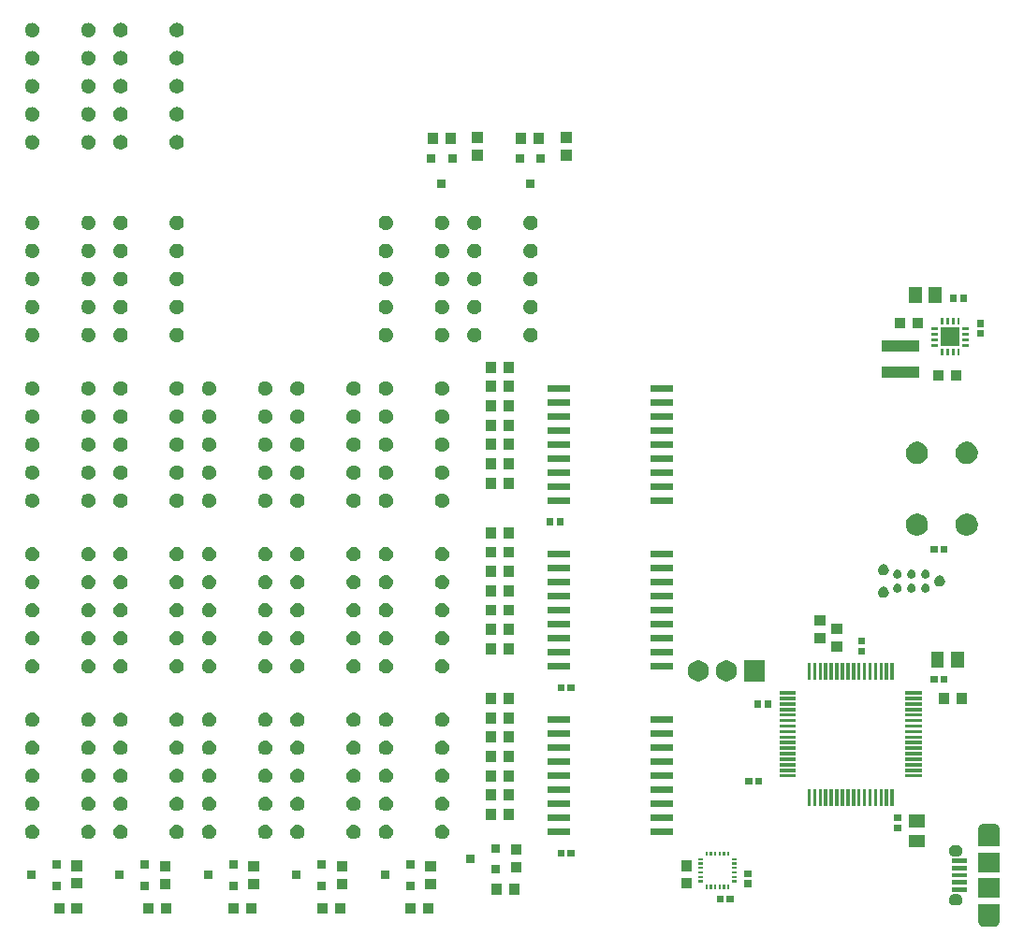
<source format=gts>
G04 #@! TF.GenerationSoftware,KiCad,Pcbnew,(5.0.0-rc3-dev)*
G04 #@! TF.CreationDate,2018-11-12T18:29:11+00:00*
G04 #@! TF.ProjectId,agc-dsky,6167632D64736B792E6B696361645F70,v0.1*
G04 #@! TF.SameCoordinates,Original*
G04 #@! TF.FileFunction,Soldermask,Top*
G04 #@! TF.FilePolarity,Negative*
%FSLAX46Y46*%
G04 Gerber Fmt 4.6, Leading zero omitted, Abs format (unit mm)*
G04 Created by KiCad (PCBNEW (5.0.0-rc3-dev)) date 11/12/18 18:29:11*
%MOMM*%
%LPD*%
G01*
G04 APERTURE LIST*
%ADD10C,0.100000*%
G04 APERTURE END LIST*
D10*
G36*
X149200000Y-116397982D02*
X149200241Y-116402883D01*
X149202419Y-116425000D01*
X149200241Y-116447117D01*
X149200000Y-116452018D01*
X149200000Y-116462026D01*
X149197978Y-116470099D01*
X149192766Y-116523016D01*
X149164175Y-116617267D01*
X149117746Y-116704130D01*
X149055264Y-116780264D01*
X148979130Y-116842746D01*
X148892267Y-116889175D01*
X148798017Y-116917766D01*
X148724564Y-116925000D01*
X147775436Y-116925000D01*
X147701983Y-116917766D01*
X147607733Y-116889175D01*
X147520870Y-116842746D01*
X147444736Y-116780264D01*
X147382254Y-116704130D01*
X147335825Y-116617267D01*
X147307234Y-116523016D01*
X147302022Y-116470099D01*
X147300110Y-116460485D01*
X147300000Y-116460219D01*
X147300000Y-116452018D01*
X147299759Y-116447117D01*
X147297581Y-116425000D01*
X147299759Y-116402883D01*
X147300000Y-116397982D01*
X147300000Y-114850000D01*
X149200000Y-114850000D01*
X149200000Y-116397982D01*
X149200000Y-116397982D01*
G37*
G36*
X98025000Y-115750000D02*
X97075000Y-115750000D01*
X97075000Y-114750000D01*
X98025000Y-114750000D01*
X98025000Y-115750000D01*
X98025000Y-115750000D01*
G37*
G36*
X74275000Y-115750000D02*
X73325000Y-115750000D01*
X73325000Y-114750000D01*
X74275000Y-114750000D01*
X74275000Y-115750000D01*
X74275000Y-115750000D01*
G37*
G36*
X72675000Y-115750000D02*
X71725000Y-115750000D01*
X71725000Y-114750000D01*
X72675000Y-114750000D01*
X72675000Y-115750000D01*
X72675000Y-115750000D01*
G37*
G36*
X80425000Y-115750000D02*
X79475000Y-115750000D01*
X79475000Y-114750000D01*
X80425000Y-114750000D01*
X80425000Y-115750000D01*
X80425000Y-115750000D01*
G37*
G36*
X82025000Y-115750000D02*
X81075000Y-115750000D01*
X81075000Y-114750000D01*
X82025000Y-114750000D01*
X82025000Y-115750000D01*
X82025000Y-115750000D01*
G37*
G36*
X88425000Y-115750000D02*
X87475000Y-115750000D01*
X87475000Y-114750000D01*
X88425000Y-114750000D01*
X88425000Y-115750000D01*
X88425000Y-115750000D01*
G37*
G36*
X90025000Y-115750000D02*
X89075000Y-115750000D01*
X89075000Y-114750000D01*
X90025000Y-114750000D01*
X90025000Y-115750000D01*
X90025000Y-115750000D01*
G37*
G36*
X64625000Y-115750000D02*
X63675000Y-115750000D01*
X63675000Y-114750000D01*
X64625000Y-114750000D01*
X64625000Y-115750000D01*
X64625000Y-115750000D01*
G37*
G36*
X96425000Y-115750000D02*
X95475000Y-115750000D01*
X95475000Y-114750000D01*
X96425000Y-114750000D01*
X96425000Y-115750000D01*
X96425000Y-115750000D01*
G37*
G36*
X66225000Y-115750000D02*
X65275000Y-115750000D01*
X65275000Y-114750000D01*
X66225000Y-114750000D01*
X66225000Y-115750000D01*
X66225000Y-115750000D01*
G37*
G36*
X145473017Y-113982234D02*
X145567267Y-114010825D01*
X145654130Y-114057254D01*
X145730264Y-114119736D01*
X145792746Y-114195870D01*
X145839175Y-114282733D01*
X145867766Y-114376983D01*
X145877419Y-114475000D01*
X145867766Y-114573017D01*
X145839175Y-114667267D01*
X145792746Y-114754130D01*
X145730264Y-114830264D01*
X145654130Y-114892746D01*
X145567267Y-114939175D01*
X145473017Y-114967766D01*
X145399564Y-114975000D01*
X145100436Y-114975000D01*
X145026983Y-114967766D01*
X144932733Y-114939175D01*
X144845870Y-114892746D01*
X144769736Y-114830264D01*
X144707254Y-114754130D01*
X144660825Y-114667267D01*
X144632234Y-114573017D01*
X144622581Y-114475000D01*
X144632234Y-114376983D01*
X144660825Y-114282733D01*
X144707254Y-114195870D01*
X144769736Y-114119736D01*
X144845870Y-114057254D01*
X144932733Y-114010825D01*
X145026983Y-113982234D01*
X145100436Y-113975000D01*
X145399564Y-113975000D01*
X145473017Y-113982234D01*
X145473017Y-113982234D01*
G37*
G36*
X125160000Y-114710000D02*
X124540000Y-114710000D01*
X124540000Y-114090000D01*
X125160000Y-114090000D01*
X125160000Y-114710000D01*
X125160000Y-114710000D01*
G37*
G36*
X124260000Y-114710000D02*
X123640000Y-114710000D01*
X123640000Y-114090000D01*
X124260000Y-114090000D01*
X124260000Y-114710000D01*
X124260000Y-114710000D01*
G37*
G36*
X149200000Y-114300000D02*
X147300000Y-114300000D01*
X147300000Y-112500000D01*
X149200000Y-112500000D01*
X149200000Y-114300000D01*
X149200000Y-114300000D01*
G37*
G36*
X105775000Y-114000000D02*
X104825000Y-114000000D01*
X104825000Y-113000000D01*
X105775000Y-113000000D01*
X105775000Y-114000000D01*
X105775000Y-114000000D01*
G37*
G36*
X104175000Y-114000000D02*
X103225000Y-114000000D01*
X103225000Y-113000000D01*
X104175000Y-113000000D01*
X104175000Y-114000000D01*
X104175000Y-114000000D01*
G37*
G36*
X146250000Y-113750000D02*
X144900000Y-113750000D01*
X144900000Y-113350000D01*
X146250000Y-113350000D01*
X146250000Y-113750000D01*
X146250000Y-113750000D01*
G37*
G36*
X72275000Y-113580000D02*
X71515000Y-113580000D01*
X71515000Y-112820000D01*
X72275000Y-112820000D01*
X72275000Y-113580000D01*
X72275000Y-113580000D01*
G37*
G36*
X96275000Y-113580000D02*
X95515000Y-113580000D01*
X95515000Y-112820000D01*
X96275000Y-112820000D01*
X96275000Y-113580000D01*
X96275000Y-113580000D01*
G37*
G36*
X88275000Y-113580000D02*
X87515000Y-113580000D01*
X87515000Y-112820000D01*
X88275000Y-112820000D01*
X88275000Y-113580000D01*
X88275000Y-113580000D01*
G37*
G36*
X80275000Y-113580000D02*
X79515000Y-113580000D01*
X79515000Y-112820000D01*
X80275000Y-112820000D01*
X80275000Y-113580000D01*
X80275000Y-113580000D01*
G37*
G36*
X64275000Y-113580000D02*
X63515000Y-113580000D01*
X63515000Y-112820000D01*
X64275000Y-112820000D01*
X64275000Y-113580000D01*
X64275000Y-113580000D01*
G37*
G36*
X82250000Y-113525000D02*
X81250000Y-113525000D01*
X81250000Y-112575000D01*
X82250000Y-112575000D01*
X82250000Y-113525000D01*
X82250000Y-113525000D01*
G37*
G36*
X90250000Y-113525000D02*
X89250000Y-113525000D01*
X89250000Y-112575000D01*
X90250000Y-112575000D01*
X90250000Y-113525000D01*
X90250000Y-113525000D01*
G37*
G36*
X74250000Y-113525000D02*
X73250000Y-113525000D01*
X73250000Y-112575000D01*
X74250000Y-112575000D01*
X74250000Y-113525000D01*
X74250000Y-113525000D01*
G37*
G36*
X98250000Y-113525000D02*
X97250000Y-113525000D01*
X97250000Y-112575000D01*
X98250000Y-112575000D01*
X98250000Y-113525000D01*
X98250000Y-113525000D01*
G37*
G36*
X122800000Y-113500000D02*
X122600000Y-113500000D01*
X122600000Y-113100000D01*
X122800000Y-113100000D01*
X122800000Y-113500000D01*
X122800000Y-113500000D01*
G37*
G36*
X123200000Y-113500000D02*
X123000000Y-113500000D01*
X123000000Y-113100000D01*
X123200000Y-113100000D01*
X123200000Y-113500000D01*
X123200000Y-113500000D01*
G37*
G36*
X123600000Y-113500000D02*
X123400000Y-113500000D01*
X123400000Y-113100000D01*
X123600000Y-113100000D01*
X123600000Y-113500000D01*
X123600000Y-113500000D01*
G37*
G36*
X124000000Y-113500000D02*
X123800000Y-113500000D01*
X123800000Y-113100000D01*
X124000000Y-113100000D01*
X124000000Y-113500000D01*
X124000000Y-113500000D01*
G37*
G36*
X124400000Y-113500000D02*
X124200000Y-113500000D01*
X124200000Y-113100000D01*
X124400000Y-113100000D01*
X124400000Y-113500000D01*
X124400000Y-113500000D01*
G37*
G36*
X124800000Y-113500000D02*
X124600000Y-113500000D01*
X124600000Y-113100000D01*
X124800000Y-113100000D01*
X124800000Y-113500000D01*
X124800000Y-113500000D01*
G37*
G36*
X121400000Y-113475000D02*
X120400000Y-113475000D01*
X120400000Y-112525000D01*
X121400000Y-112525000D01*
X121400000Y-113475000D01*
X121400000Y-113475000D01*
G37*
G36*
X66250000Y-113475000D02*
X65250000Y-113475000D01*
X65250000Y-112525000D01*
X66250000Y-112525000D01*
X66250000Y-113475000D01*
X66250000Y-113475000D01*
G37*
G36*
X126760000Y-113310000D02*
X126140000Y-113310000D01*
X126140000Y-112690000D01*
X126760000Y-112690000D01*
X126760000Y-113310000D01*
X126760000Y-113310000D01*
G37*
G36*
X146250000Y-113100000D02*
X144900000Y-113100000D01*
X144900000Y-112700000D01*
X146250000Y-112700000D01*
X146250000Y-113100000D01*
X146250000Y-113100000D01*
G37*
G36*
X122400000Y-112900000D02*
X122000000Y-112900000D01*
X122000000Y-112700000D01*
X122400000Y-112700000D01*
X122400000Y-112900000D01*
X122400000Y-112900000D01*
G37*
G36*
X125400000Y-112900000D02*
X125000000Y-112900000D01*
X125000000Y-112700000D01*
X125400000Y-112700000D01*
X125400000Y-112900000D01*
X125400000Y-112900000D01*
G37*
G36*
X61985000Y-112630000D02*
X61225000Y-112630000D01*
X61225000Y-111870000D01*
X61985000Y-111870000D01*
X61985000Y-112630000D01*
X61985000Y-112630000D01*
G37*
G36*
X93985000Y-112630000D02*
X93225000Y-112630000D01*
X93225000Y-111870000D01*
X93985000Y-111870000D01*
X93985000Y-112630000D01*
X93985000Y-112630000D01*
G37*
G36*
X69985000Y-112630000D02*
X69225000Y-112630000D01*
X69225000Y-111870000D01*
X69985000Y-111870000D01*
X69985000Y-112630000D01*
X69985000Y-112630000D01*
G37*
G36*
X85985000Y-112630000D02*
X85225000Y-112630000D01*
X85225000Y-111870000D01*
X85985000Y-111870000D01*
X85985000Y-112630000D01*
X85985000Y-112630000D01*
G37*
G36*
X77985000Y-112630000D02*
X77225000Y-112630000D01*
X77225000Y-111870000D01*
X77985000Y-111870000D01*
X77985000Y-112630000D01*
X77985000Y-112630000D01*
G37*
G36*
X122400000Y-112500000D02*
X122000000Y-112500000D01*
X122000000Y-112300000D01*
X122400000Y-112300000D01*
X122400000Y-112500000D01*
X122400000Y-112500000D01*
G37*
G36*
X125400000Y-112500000D02*
X125000000Y-112500000D01*
X125000000Y-112300000D01*
X125400000Y-112300000D01*
X125400000Y-112500000D01*
X125400000Y-112500000D01*
G37*
G36*
X146250000Y-112450000D02*
X144900000Y-112450000D01*
X144900000Y-112050000D01*
X146250000Y-112050000D01*
X146250000Y-112450000D01*
X146250000Y-112450000D01*
G37*
G36*
X126760000Y-112410000D02*
X126140000Y-112410000D01*
X126140000Y-111790000D01*
X126760000Y-111790000D01*
X126760000Y-112410000D01*
X126760000Y-112410000D01*
G37*
G36*
X122400000Y-112100000D02*
X122000000Y-112100000D01*
X122000000Y-111900000D01*
X122400000Y-111900000D01*
X122400000Y-112100000D01*
X122400000Y-112100000D01*
G37*
G36*
X125400000Y-112100000D02*
X125000000Y-112100000D01*
X125000000Y-111900000D01*
X125400000Y-111900000D01*
X125400000Y-112100000D01*
X125400000Y-112100000D01*
G37*
G36*
X104025000Y-112080000D02*
X103265000Y-112080000D01*
X103265000Y-111320000D01*
X104025000Y-111320000D01*
X104025000Y-112080000D01*
X104025000Y-112080000D01*
G37*
G36*
X106000000Y-112025000D02*
X105000000Y-112025000D01*
X105000000Y-111075000D01*
X106000000Y-111075000D01*
X106000000Y-112025000D01*
X106000000Y-112025000D01*
G37*
G36*
X149200000Y-112000000D02*
X147300000Y-112000000D01*
X147300000Y-110200000D01*
X149200000Y-110200000D01*
X149200000Y-112000000D01*
X149200000Y-112000000D01*
G37*
G36*
X82250000Y-111925000D02*
X81250000Y-111925000D01*
X81250000Y-110975000D01*
X82250000Y-110975000D01*
X82250000Y-111925000D01*
X82250000Y-111925000D01*
G37*
G36*
X74250000Y-111925000D02*
X73250000Y-111925000D01*
X73250000Y-110975000D01*
X74250000Y-110975000D01*
X74250000Y-111925000D01*
X74250000Y-111925000D01*
G37*
G36*
X90250000Y-111925000D02*
X89250000Y-111925000D01*
X89250000Y-110975000D01*
X90250000Y-110975000D01*
X90250000Y-111925000D01*
X90250000Y-111925000D01*
G37*
G36*
X98250000Y-111925000D02*
X97250000Y-111925000D01*
X97250000Y-110975000D01*
X98250000Y-110975000D01*
X98250000Y-111925000D01*
X98250000Y-111925000D01*
G37*
G36*
X121400000Y-111875000D02*
X120400000Y-111875000D01*
X120400000Y-110925000D01*
X121400000Y-110925000D01*
X121400000Y-111875000D01*
X121400000Y-111875000D01*
G37*
G36*
X66250000Y-111875000D02*
X65250000Y-111875000D01*
X65250000Y-110925000D01*
X66250000Y-110925000D01*
X66250000Y-111875000D01*
X66250000Y-111875000D01*
G37*
G36*
X146250000Y-111800000D02*
X144900000Y-111800000D01*
X144900000Y-111400000D01*
X146250000Y-111400000D01*
X146250000Y-111800000D01*
X146250000Y-111800000D01*
G37*
G36*
X125400000Y-111700000D02*
X125000000Y-111700000D01*
X125000000Y-111500000D01*
X125400000Y-111500000D01*
X125400000Y-111700000D01*
X125400000Y-111700000D01*
G37*
G36*
X122400000Y-111700000D02*
X122000000Y-111700000D01*
X122000000Y-111500000D01*
X122400000Y-111500000D01*
X122400000Y-111700000D01*
X122400000Y-111700000D01*
G37*
G36*
X64275000Y-111680000D02*
X63515000Y-111680000D01*
X63515000Y-110920000D01*
X64275000Y-110920000D01*
X64275000Y-111680000D01*
X64275000Y-111680000D01*
G37*
G36*
X72275000Y-111680000D02*
X71515000Y-111680000D01*
X71515000Y-110920000D01*
X72275000Y-110920000D01*
X72275000Y-111680000D01*
X72275000Y-111680000D01*
G37*
G36*
X80275000Y-111680000D02*
X79515000Y-111680000D01*
X79515000Y-110920000D01*
X80275000Y-110920000D01*
X80275000Y-111680000D01*
X80275000Y-111680000D01*
G37*
G36*
X88275000Y-111680000D02*
X87515000Y-111680000D01*
X87515000Y-110920000D01*
X88275000Y-110920000D01*
X88275000Y-111680000D01*
X88275000Y-111680000D01*
G37*
G36*
X96275000Y-111680000D02*
X95515000Y-111680000D01*
X95515000Y-110920000D01*
X96275000Y-110920000D01*
X96275000Y-111680000D01*
X96275000Y-111680000D01*
G37*
G36*
X122400000Y-111300000D02*
X122000000Y-111300000D01*
X122000000Y-111100000D01*
X122400000Y-111100000D01*
X122400000Y-111300000D01*
X122400000Y-111300000D01*
G37*
G36*
X125400000Y-111300000D02*
X125000000Y-111300000D01*
X125000000Y-111100000D01*
X125400000Y-111100000D01*
X125400000Y-111300000D01*
X125400000Y-111300000D01*
G37*
G36*
X146250000Y-111150000D02*
X144900000Y-111150000D01*
X144900000Y-110750000D01*
X146250000Y-110750000D01*
X146250000Y-111150000D01*
X146250000Y-111150000D01*
G37*
G36*
X101735000Y-111130000D02*
X100975000Y-111130000D01*
X100975000Y-110370000D01*
X101735000Y-110370000D01*
X101735000Y-111130000D01*
X101735000Y-111130000D01*
G37*
G36*
X125400000Y-110900000D02*
X125000000Y-110900000D01*
X125000000Y-110700000D01*
X125400000Y-110700000D01*
X125400000Y-110900000D01*
X125400000Y-110900000D01*
G37*
G36*
X122400000Y-110900000D02*
X122000000Y-110900000D01*
X122000000Y-110700000D01*
X122400000Y-110700000D01*
X122400000Y-110900000D01*
X122400000Y-110900000D01*
G37*
G36*
X110760000Y-110560000D02*
X110140000Y-110560000D01*
X110140000Y-109940000D01*
X110760000Y-109940000D01*
X110760000Y-110560000D01*
X110760000Y-110560000D01*
G37*
G36*
X109860000Y-110560000D02*
X109240000Y-110560000D01*
X109240000Y-109940000D01*
X109860000Y-109940000D01*
X109860000Y-110560000D01*
X109860000Y-110560000D01*
G37*
G36*
X145473017Y-109532234D02*
X145567267Y-109560825D01*
X145654130Y-109607254D01*
X145730264Y-109669736D01*
X145792746Y-109745870D01*
X145839175Y-109832733D01*
X145867766Y-109926983D01*
X145877419Y-110025000D01*
X145867766Y-110123017D01*
X145839175Y-110217267D01*
X145792746Y-110304130D01*
X145730264Y-110380264D01*
X145654130Y-110442746D01*
X145567267Y-110489175D01*
X145473017Y-110517766D01*
X145399564Y-110525000D01*
X145100436Y-110525000D01*
X145026983Y-110517766D01*
X144932733Y-110489175D01*
X144845870Y-110442746D01*
X144769736Y-110380264D01*
X144707254Y-110304130D01*
X144660825Y-110217267D01*
X144632234Y-110123017D01*
X144622581Y-110025000D01*
X144632234Y-109926983D01*
X144660825Y-109832733D01*
X144707254Y-109745870D01*
X144769736Y-109669736D01*
X144845870Y-109607254D01*
X144932733Y-109560825D01*
X145026983Y-109532234D01*
X145100436Y-109525000D01*
X145399564Y-109525000D01*
X145473017Y-109532234D01*
X145473017Y-109532234D01*
G37*
G36*
X124800000Y-110500000D02*
X124600000Y-110500000D01*
X124600000Y-110100000D01*
X124800000Y-110100000D01*
X124800000Y-110500000D01*
X124800000Y-110500000D01*
G37*
G36*
X124400000Y-110500000D02*
X124200000Y-110500000D01*
X124200000Y-110100000D01*
X124400000Y-110100000D01*
X124400000Y-110500000D01*
X124400000Y-110500000D01*
G37*
G36*
X124000000Y-110500000D02*
X123800000Y-110500000D01*
X123800000Y-110100000D01*
X124000000Y-110100000D01*
X124000000Y-110500000D01*
X124000000Y-110500000D01*
G37*
G36*
X123600000Y-110500000D02*
X123400000Y-110500000D01*
X123400000Y-110100000D01*
X123600000Y-110100000D01*
X123600000Y-110500000D01*
X123600000Y-110500000D01*
G37*
G36*
X123200000Y-110500000D02*
X123000000Y-110500000D01*
X123000000Y-110100000D01*
X123200000Y-110100000D01*
X123200000Y-110500000D01*
X123200000Y-110500000D01*
G37*
G36*
X122800000Y-110500000D02*
X122600000Y-110500000D01*
X122600000Y-110100000D01*
X122800000Y-110100000D01*
X122800000Y-110500000D01*
X122800000Y-110500000D01*
G37*
G36*
X106000000Y-110425000D02*
X105000000Y-110425000D01*
X105000000Y-109475000D01*
X106000000Y-109475000D01*
X106000000Y-110425000D01*
X106000000Y-110425000D01*
G37*
G36*
X104025000Y-110180000D02*
X103265000Y-110180000D01*
X103265000Y-109420000D01*
X104025000Y-109420000D01*
X104025000Y-110180000D01*
X104025000Y-110180000D01*
G37*
G36*
X142475000Y-109725000D02*
X141025000Y-109725000D01*
X141025000Y-108575000D01*
X142475000Y-108575000D01*
X142475000Y-109725000D01*
X142475000Y-109725000D01*
G37*
G36*
X148798017Y-107582234D02*
X148892267Y-107610825D01*
X148979130Y-107657254D01*
X149055264Y-107719736D01*
X149117746Y-107795870D01*
X149164175Y-107882733D01*
X149192766Y-107976984D01*
X149197978Y-108029901D01*
X149199890Y-108039515D01*
X149200000Y-108039781D01*
X149200000Y-108047982D01*
X149200241Y-108052883D01*
X149202419Y-108075000D01*
X149200241Y-108097117D01*
X149200000Y-108102018D01*
X149200000Y-109650000D01*
X147300000Y-109650000D01*
X147300000Y-108102018D01*
X147299759Y-108097117D01*
X147297581Y-108075000D01*
X147299759Y-108052883D01*
X147300000Y-108047982D01*
X147300000Y-108037974D01*
X147302022Y-108029901D01*
X147307234Y-107976984D01*
X147335825Y-107882733D01*
X147382254Y-107795870D01*
X147444736Y-107719736D01*
X147520870Y-107657254D01*
X147607733Y-107610825D01*
X147701983Y-107582234D01*
X147775436Y-107575000D01*
X148724564Y-107575000D01*
X148798017Y-107582234D01*
X148798017Y-107582234D01*
G37*
G36*
X82916808Y-107692489D02*
X82979598Y-107704979D01*
X83015224Y-107719736D01*
X83097889Y-107753977D01*
X83204354Y-107825114D01*
X83294886Y-107915646D01*
X83366023Y-108022111D01*
X83373232Y-108039515D01*
X83399122Y-108102018D01*
X83415021Y-108140403D01*
X83440000Y-108265980D01*
X83440000Y-108394020D01*
X83415021Y-108519597D01*
X83366023Y-108637889D01*
X83294886Y-108744354D01*
X83204354Y-108834886D01*
X83097889Y-108906023D01*
X83028596Y-108934725D01*
X82979598Y-108955021D01*
X82916809Y-108967510D01*
X82854020Y-108980000D01*
X82725980Y-108980000D01*
X82663191Y-108967510D01*
X82600402Y-108955021D01*
X82551404Y-108934725D01*
X82482111Y-108906023D01*
X82375646Y-108834886D01*
X82285114Y-108744354D01*
X82213977Y-108637889D01*
X82164979Y-108519597D01*
X82140000Y-108394020D01*
X82140000Y-108265980D01*
X82164979Y-108140403D01*
X82180879Y-108102018D01*
X82206768Y-108039515D01*
X82213977Y-108022111D01*
X82285114Y-107915646D01*
X82375646Y-107825114D01*
X82482111Y-107753977D01*
X82564776Y-107719736D01*
X82600402Y-107704979D01*
X82663192Y-107692489D01*
X82725980Y-107680000D01*
X82854020Y-107680000D01*
X82916808Y-107692489D01*
X82916808Y-107692489D01*
G37*
G36*
X85836808Y-107692489D02*
X85899598Y-107704979D01*
X85935224Y-107719736D01*
X86017889Y-107753977D01*
X86124354Y-107825114D01*
X86214886Y-107915646D01*
X86286023Y-108022111D01*
X86293232Y-108039515D01*
X86319122Y-108102018D01*
X86335021Y-108140403D01*
X86360000Y-108265980D01*
X86360000Y-108394020D01*
X86335021Y-108519597D01*
X86286023Y-108637889D01*
X86214886Y-108744354D01*
X86124354Y-108834886D01*
X86017889Y-108906023D01*
X85948596Y-108934725D01*
X85899598Y-108955021D01*
X85836809Y-108967510D01*
X85774020Y-108980000D01*
X85645980Y-108980000D01*
X85583191Y-108967510D01*
X85520402Y-108955021D01*
X85471404Y-108934725D01*
X85402111Y-108906023D01*
X85295646Y-108834886D01*
X85205114Y-108744354D01*
X85133977Y-108637889D01*
X85084979Y-108519597D01*
X85060000Y-108394020D01*
X85060000Y-108265980D01*
X85084979Y-108140403D01*
X85100879Y-108102018D01*
X85126768Y-108039515D01*
X85133977Y-108022111D01*
X85205114Y-107915646D01*
X85295646Y-107825114D01*
X85402111Y-107753977D01*
X85484776Y-107719736D01*
X85520402Y-107704979D01*
X85583192Y-107692489D01*
X85645980Y-107680000D01*
X85774020Y-107680000D01*
X85836808Y-107692489D01*
X85836808Y-107692489D01*
G37*
G36*
X90916808Y-107692489D02*
X90979598Y-107704979D01*
X91015224Y-107719736D01*
X91097889Y-107753977D01*
X91204354Y-107825114D01*
X91294886Y-107915646D01*
X91366023Y-108022111D01*
X91373232Y-108039515D01*
X91399122Y-108102018D01*
X91415021Y-108140403D01*
X91440000Y-108265980D01*
X91440000Y-108394020D01*
X91415021Y-108519597D01*
X91366023Y-108637889D01*
X91294886Y-108744354D01*
X91204354Y-108834886D01*
X91097889Y-108906023D01*
X91028596Y-108934725D01*
X90979598Y-108955021D01*
X90916809Y-108967510D01*
X90854020Y-108980000D01*
X90725980Y-108980000D01*
X90663191Y-108967510D01*
X90600402Y-108955021D01*
X90551404Y-108934725D01*
X90482111Y-108906023D01*
X90375646Y-108834886D01*
X90285114Y-108744354D01*
X90213977Y-108637889D01*
X90164979Y-108519597D01*
X90140000Y-108394020D01*
X90140000Y-108265980D01*
X90164979Y-108140403D01*
X90180879Y-108102018D01*
X90206768Y-108039515D01*
X90213977Y-108022111D01*
X90285114Y-107915646D01*
X90375646Y-107825114D01*
X90482111Y-107753977D01*
X90564776Y-107719736D01*
X90600402Y-107704979D01*
X90663192Y-107692489D01*
X90725980Y-107680000D01*
X90854020Y-107680000D01*
X90916808Y-107692489D01*
X90916808Y-107692489D01*
G37*
G36*
X61836808Y-107692489D02*
X61899598Y-107704979D01*
X61935224Y-107719736D01*
X62017889Y-107753977D01*
X62124354Y-107825114D01*
X62214886Y-107915646D01*
X62286023Y-108022111D01*
X62293232Y-108039515D01*
X62319122Y-108102018D01*
X62335021Y-108140403D01*
X62360000Y-108265980D01*
X62360000Y-108394020D01*
X62335021Y-108519597D01*
X62286023Y-108637889D01*
X62214886Y-108744354D01*
X62124354Y-108834886D01*
X62017889Y-108906023D01*
X61948596Y-108934725D01*
X61899598Y-108955021D01*
X61836809Y-108967510D01*
X61774020Y-108980000D01*
X61645980Y-108980000D01*
X61583191Y-108967510D01*
X61520402Y-108955021D01*
X61471404Y-108934725D01*
X61402111Y-108906023D01*
X61295646Y-108834886D01*
X61205114Y-108744354D01*
X61133977Y-108637889D01*
X61084979Y-108519597D01*
X61060000Y-108394020D01*
X61060000Y-108265980D01*
X61084979Y-108140403D01*
X61100879Y-108102018D01*
X61126768Y-108039515D01*
X61133977Y-108022111D01*
X61205114Y-107915646D01*
X61295646Y-107825114D01*
X61402111Y-107753977D01*
X61484776Y-107719736D01*
X61520402Y-107704979D01*
X61583192Y-107692489D01*
X61645980Y-107680000D01*
X61774020Y-107680000D01*
X61836808Y-107692489D01*
X61836808Y-107692489D01*
G37*
G36*
X93836808Y-107692489D02*
X93899598Y-107704979D01*
X93935224Y-107719736D01*
X94017889Y-107753977D01*
X94124354Y-107825114D01*
X94214886Y-107915646D01*
X94286023Y-108022111D01*
X94293232Y-108039515D01*
X94319122Y-108102018D01*
X94335021Y-108140403D01*
X94360000Y-108265980D01*
X94360000Y-108394020D01*
X94335021Y-108519597D01*
X94286023Y-108637889D01*
X94214886Y-108744354D01*
X94124354Y-108834886D01*
X94017889Y-108906023D01*
X93948596Y-108934725D01*
X93899598Y-108955021D01*
X93836809Y-108967510D01*
X93774020Y-108980000D01*
X93645980Y-108980000D01*
X93583191Y-108967510D01*
X93520402Y-108955021D01*
X93471404Y-108934725D01*
X93402111Y-108906023D01*
X93295646Y-108834886D01*
X93205114Y-108744354D01*
X93133977Y-108637889D01*
X93084979Y-108519597D01*
X93060000Y-108394020D01*
X93060000Y-108265980D01*
X93084979Y-108140403D01*
X93100879Y-108102018D01*
X93126768Y-108039515D01*
X93133977Y-108022111D01*
X93205114Y-107915646D01*
X93295646Y-107825114D01*
X93402111Y-107753977D01*
X93484776Y-107719736D01*
X93520402Y-107704979D01*
X93583192Y-107692489D01*
X93645980Y-107680000D01*
X93774020Y-107680000D01*
X93836808Y-107692489D01*
X93836808Y-107692489D01*
G37*
G36*
X98916808Y-107692489D02*
X98979598Y-107704979D01*
X99015224Y-107719736D01*
X99097889Y-107753977D01*
X99204354Y-107825114D01*
X99294886Y-107915646D01*
X99366023Y-108022111D01*
X99373232Y-108039515D01*
X99399122Y-108102018D01*
X99415021Y-108140403D01*
X99440000Y-108265980D01*
X99440000Y-108394020D01*
X99415021Y-108519597D01*
X99366023Y-108637889D01*
X99294886Y-108744354D01*
X99204354Y-108834886D01*
X99097889Y-108906023D01*
X99028596Y-108934725D01*
X98979598Y-108955021D01*
X98916809Y-108967510D01*
X98854020Y-108980000D01*
X98725980Y-108980000D01*
X98663191Y-108967510D01*
X98600402Y-108955021D01*
X98551404Y-108934725D01*
X98482111Y-108906023D01*
X98375646Y-108834886D01*
X98285114Y-108744354D01*
X98213977Y-108637889D01*
X98164979Y-108519597D01*
X98140000Y-108394020D01*
X98140000Y-108265980D01*
X98164979Y-108140403D01*
X98180879Y-108102018D01*
X98206768Y-108039515D01*
X98213977Y-108022111D01*
X98285114Y-107915646D01*
X98375646Y-107825114D01*
X98482111Y-107753977D01*
X98564776Y-107719736D01*
X98600402Y-107704979D01*
X98663192Y-107692489D01*
X98725980Y-107680000D01*
X98854020Y-107680000D01*
X98916808Y-107692489D01*
X98916808Y-107692489D01*
G37*
G36*
X77836808Y-107692489D02*
X77899598Y-107704979D01*
X77935224Y-107719736D01*
X78017889Y-107753977D01*
X78124354Y-107825114D01*
X78214886Y-107915646D01*
X78286023Y-108022111D01*
X78293232Y-108039515D01*
X78319122Y-108102018D01*
X78335021Y-108140403D01*
X78360000Y-108265980D01*
X78360000Y-108394020D01*
X78335021Y-108519597D01*
X78286023Y-108637889D01*
X78214886Y-108744354D01*
X78124354Y-108834886D01*
X78017889Y-108906023D01*
X77948596Y-108934725D01*
X77899598Y-108955021D01*
X77836809Y-108967510D01*
X77774020Y-108980000D01*
X77645980Y-108980000D01*
X77583191Y-108967510D01*
X77520402Y-108955021D01*
X77471404Y-108934725D01*
X77402111Y-108906023D01*
X77295646Y-108834886D01*
X77205114Y-108744354D01*
X77133977Y-108637889D01*
X77084979Y-108519597D01*
X77060000Y-108394020D01*
X77060000Y-108265980D01*
X77084979Y-108140403D01*
X77100879Y-108102018D01*
X77126768Y-108039515D01*
X77133977Y-108022111D01*
X77205114Y-107915646D01*
X77295646Y-107825114D01*
X77402111Y-107753977D01*
X77484776Y-107719736D01*
X77520402Y-107704979D01*
X77583192Y-107692489D01*
X77645980Y-107680000D01*
X77774020Y-107680000D01*
X77836808Y-107692489D01*
X77836808Y-107692489D01*
G37*
G36*
X66916808Y-107692489D02*
X66979598Y-107704979D01*
X67015224Y-107719736D01*
X67097889Y-107753977D01*
X67204354Y-107825114D01*
X67294886Y-107915646D01*
X67366023Y-108022111D01*
X67373232Y-108039515D01*
X67399122Y-108102018D01*
X67415021Y-108140403D01*
X67440000Y-108265980D01*
X67440000Y-108394020D01*
X67415021Y-108519597D01*
X67366023Y-108637889D01*
X67294886Y-108744354D01*
X67204354Y-108834886D01*
X67097889Y-108906023D01*
X67028596Y-108934725D01*
X66979598Y-108955021D01*
X66916809Y-108967510D01*
X66854020Y-108980000D01*
X66725980Y-108980000D01*
X66663191Y-108967510D01*
X66600402Y-108955021D01*
X66551404Y-108934725D01*
X66482111Y-108906023D01*
X66375646Y-108834886D01*
X66285114Y-108744354D01*
X66213977Y-108637889D01*
X66164979Y-108519597D01*
X66140000Y-108394020D01*
X66140000Y-108265980D01*
X66164979Y-108140403D01*
X66180879Y-108102018D01*
X66206768Y-108039515D01*
X66213977Y-108022111D01*
X66285114Y-107915646D01*
X66375646Y-107825114D01*
X66482111Y-107753977D01*
X66564776Y-107719736D01*
X66600402Y-107704979D01*
X66663192Y-107692489D01*
X66725980Y-107680000D01*
X66854020Y-107680000D01*
X66916808Y-107692489D01*
X66916808Y-107692489D01*
G37*
G36*
X74916808Y-107692489D02*
X74979598Y-107704979D01*
X75015224Y-107719736D01*
X75097889Y-107753977D01*
X75204354Y-107825114D01*
X75294886Y-107915646D01*
X75366023Y-108022111D01*
X75373232Y-108039515D01*
X75399122Y-108102018D01*
X75415021Y-108140403D01*
X75440000Y-108265980D01*
X75440000Y-108394020D01*
X75415021Y-108519597D01*
X75366023Y-108637889D01*
X75294886Y-108744354D01*
X75204354Y-108834886D01*
X75097889Y-108906023D01*
X75028596Y-108934725D01*
X74979598Y-108955021D01*
X74916809Y-108967510D01*
X74854020Y-108980000D01*
X74725980Y-108980000D01*
X74663191Y-108967510D01*
X74600402Y-108955021D01*
X74551404Y-108934725D01*
X74482111Y-108906023D01*
X74375646Y-108834886D01*
X74285114Y-108744354D01*
X74213977Y-108637889D01*
X74164979Y-108519597D01*
X74140000Y-108394020D01*
X74140000Y-108265980D01*
X74164979Y-108140403D01*
X74180879Y-108102018D01*
X74206768Y-108039515D01*
X74213977Y-108022111D01*
X74285114Y-107915646D01*
X74375646Y-107825114D01*
X74482111Y-107753977D01*
X74564776Y-107719736D01*
X74600402Y-107704979D01*
X74663192Y-107692489D01*
X74725980Y-107680000D01*
X74854020Y-107680000D01*
X74916808Y-107692489D01*
X74916808Y-107692489D01*
G37*
G36*
X69836808Y-107692489D02*
X69899598Y-107704979D01*
X69935224Y-107719736D01*
X70017889Y-107753977D01*
X70124354Y-107825114D01*
X70214886Y-107915646D01*
X70286023Y-108022111D01*
X70293232Y-108039515D01*
X70319122Y-108102018D01*
X70335021Y-108140403D01*
X70360000Y-108265980D01*
X70360000Y-108394020D01*
X70335021Y-108519597D01*
X70286023Y-108637889D01*
X70214886Y-108744354D01*
X70124354Y-108834886D01*
X70017889Y-108906023D01*
X69948596Y-108934725D01*
X69899598Y-108955021D01*
X69836809Y-108967510D01*
X69774020Y-108980000D01*
X69645980Y-108980000D01*
X69583191Y-108967510D01*
X69520402Y-108955021D01*
X69471404Y-108934725D01*
X69402111Y-108906023D01*
X69295646Y-108834886D01*
X69205114Y-108744354D01*
X69133977Y-108637889D01*
X69084979Y-108519597D01*
X69060000Y-108394020D01*
X69060000Y-108265980D01*
X69084979Y-108140403D01*
X69100879Y-108102018D01*
X69126768Y-108039515D01*
X69133977Y-108022111D01*
X69205114Y-107915646D01*
X69295646Y-107825114D01*
X69402111Y-107753977D01*
X69484776Y-107719736D01*
X69520402Y-107704979D01*
X69583192Y-107692489D01*
X69645980Y-107680000D01*
X69774020Y-107680000D01*
X69836808Y-107692489D01*
X69836808Y-107692489D01*
G37*
G36*
X119650000Y-108630000D02*
X117650000Y-108630000D01*
X117650000Y-108030000D01*
X119650000Y-108030000D01*
X119650000Y-108630000D01*
X119650000Y-108630000D01*
G37*
G36*
X110350000Y-108630000D02*
X108350000Y-108630000D01*
X108350000Y-108030000D01*
X110350000Y-108030000D01*
X110350000Y-108630000D01*
X110350000Y-108630000D01*
G37*
G36*
X140310000Y-108260000D02*
X139690000Y-108260000D01*
X139690000Y-107640000D01*
X140310000Y-107640000D01*
X140310000Y-108260000D01*
X140310000Y-108260000D01*
G37*
G36*
X142475000Y-107925000D02*
X141025000Y-107925000D01*
X141025000Y-106775000D01*
X142475000Y-106775000D01*
X142475000Y-107925000D01*
X142475000Y-107925000D01*
G37*
G36*
X140310000Y-107360000D02*
X139690000Y-107360000D01*
X139690000Y-106740000D01*
X140310000Y-106740000D01*
X140310000Y-107360000D01*
X140310000Y-107360000D01*
G37*
G36*
X119650000Y-107360000D02*
X117650000Y-107360000D01*
X117650000Y-106760000D01*
X119650000Y-106760000D01*
X119650000Y-107360000D01*
X119650000Y-107360000D01*
G37*
G36*
X110350000Y-107360000D02*
X108350000Y-107360000D01*
X108350000Y-106760000D01*
X110350000Y-106760000D01*
X110350000Y-107360000D01*
X110350000Y-107360000D01*
G37*
G36*
X105275000Y-107250000D02*
X104325000Y-107250000D01*
X104325000Y-106250000D01*
X105275000Y-106250000D01*
X105275000Y-107250000D01*
X105275000Y-107250000D01*
G37*
G36*
X103675000Y-107250000D02*
X102725000Y-107250000D01*
X102725000Y-106250000D01*
X103675000Y-106250000D01*
X103675000Y-107250000D01*
X103675000Y-107250000D01*
G37*
G36*
X69836808Y-105152489D02*
X69899598Y-105164979D01*
X69948596Y-105185275D01*
X70017889Y-105213977D01*
X70124354Y-105285114D01*
X70214886Y-105375646D01*
X70286023Y-105482111D01*
X70335021Y-105600403D01*
X70360000Y-105725980D01*
X70360000Y-105854020D01*
X70335021Y-105979597D01*
X70286023Y-106097889D01*
X70214886Y-106204354D01*
X70124354Y-106294886D01*
X70017889Y-106366023D01*
X69948596Y-106394725D01*
X69899598Y-106415021D01*
X69836809Y-106427510D01*
X69774020Y-106440000D01*
X69645980Y-106440000D01*
X69583191Y-106427510D01*
X69520402Y-106415021D01*
X69471404Y-106394725D01*
X69402111Y-106366023D01*
X69295646Y-106294886D01*
X69205114Y-106204354D01*
X69133977Y-106097889D01*
X69084979Y-105979597D01*
X69060000Y-105854020D01*
X69060000Y-105725980D01*
X69084979Y-105600403D01*
X69133977Y-105482111D01*
X69205114Y-105375646D01*
X69295646Y-105285114D01*
X69402111Y-105213977D01*
X69471404Y-105185275D01*
X69520402Y-105164979D01*
X69583192Y-105152489D01*
X69645980Y-105140000D01*
X69774020Y-105140000D01*
X69836808Y-105152489D01*
X69836808Y-105152489D01*
G37*
G36*
X66916808Y-105152489D02*
X66979598Y-105164979D01*
X67028596Y-105185275D01*
X67097889Y-105213977D01*
X67204354Y-105285114D01*
X67294886Y-105375646D01*
X67366023Y-105482111D01*
X67415021Y-105600403D01*
X67440000Y-105725980D01*
X67440000Y-105854020D01*
X67415021Y-105979597D01*
X67366023Y-106097889D01*
X67294886Y-106204354D01*
X67204354Y-106294886D01*
X67097889Y-106366023D01*
X67028596Y-106394725D01*
X66979598Y-106415021D01*
X66916809Y-106427510D01*
X66854020Y-106440000D01*
X66725980Y-106440000D01*
X66663191Y-106427510D01*
X66600402Y-106415021D01*
X66551404Y-106394725D01*
X66482111Y-106366023D01*
X66375646Y-106294886D01*
X66285114Y-106204354D01*
X66213977Y-106097889D01*
X66164979Y-105979597D01*
X66140000Y-105854020D01*
X66140000Y-105725980D01*
X66164979Y-105600403D01*
X66213977Y-105482111D01*
X66285114Y-105375646D01*
X66375646Y-105285114D01*
X66482111Y-105213977D01*
X66551404Y-105185275D01*
X66600402Y-105164979D01*
X66663192Y-105152489D01*
X66725980Y-105140000D01*
X66854020Y-105140000D01*
X66916808Y-105152489D01*
X66916808Y-105152489D01*
G37*
G36*
X61836808Y-105152489D02*
X61899598Y-105164979D01*
X61948596Y-105185275D01*
X62017889Y-105213977D01*
X62124354Y-105285114D01*
X62214886Y-105375646D01*
X62286023Y-105482111D01*
X62335021Y-105600403D01*
X62360000Y-105725980D01*
X62360000Y-105854020D01*
X62335021Y-105979597D01*
X62286023Y-106097889D01*
X62214886Y-106204354D01*
X62124354Y-106294886D01*
X62017889Y-106366023D01*
X61948596Y-106394725D01*
X61899598Y-106415021D01*
X61836809Y-106427510D01*
X61774020Y-106440000D01*
X61645980Y-106440000D01*
X61583191Y-106427510D01*
X61520402Y-106415021D01*
X61471404Y-106394725D01*
X61402111Y-106366023D01*
X61295646Y-106294886D01*
X61205114Y-106204354D01*
X61133977Y-106097889D01*
X61084979Y-105979597D01*
X61060000Y-105854020D01*
X61060000Y-105725980D01*
X61084979Y-105600403D01*
X61133977Y-105482111D01*
X61205114Y-105375646D01*
X61295646Y-105285114D01*
X61402111Y-105213977D01*
X61471404Y-105185275D01*
X61520402Y-105164979D01*
X61583192Y-105152489D01*
X61645980Y-105140000D01*
X61774020Y-105140000D01*
X61836808Y-105152489D01*
X61836808Y-105152489D01*
G37*
G36*
X82916808Y-105152489D02*
X82979598Y-105164979D01*
X83028596Y-105185275D01*
X83097889Y-105213977D01*
X83204354Y-105285114D01*
X83294886Y-105375646D01*
X83366023Y-105482111D01*
X83415021Y-105600403D01*
X83440000Y-105725980D01*
X83440000Y-105854020D01*
X83415021Y-105979597D01*
X83366023Y-106097889D01*
X83294886Y-106204354D01*
X83204354Y-106294886D01*
X83097889Y-106366023D01*
X83028596Y-106394725D01*
X82979598Y-106415021D01*
X82916809Y-106427510D01*
X82854020Y-106440000D01*
X82725980Y-106440000D01*
X82663191Y-106427510D01*
X82600402Y-106415021D01*
X82551404Y-106394725D01*
X82482111Y-106366023D01*
X82375646Y-106294886D01*
X82285114Y-106204354D01*
X82213977Y-106097889D01*
X82164979Y-105979597D01*
X82140000Y-105854020D01*
X82140000Y-105725980D01*
X82164979Y-105600403D01*
X82213977Y-105482111D01*
X82285114Y-105375646D01*
X82375646Y-105285114D01*
X82482111Y-105213977D01*
X82551404Y-105185275D01*
X82600402Y-105164979D01*
X82663192Y-105152489D01*
X82725980Y-105140000D01*
X82854020Y-105140000D01*
X82916808Y-105152489D01*
X82916808Y-105152489D01*
G37*
G36*
X77836808Y-105152489D02*
X77899598Y-105164979D01*
X77948596Y-105185275D01*
X78017889Y-105213977D01*
X78124354Y-105285114D01*
X78214886Y-105375646D01*
X78286023Y-105482111D01*
X78335021Y-105600403D01*
X78360000Y-105725980D01*
X78360000Y-105854020D01*
X78335021Y-105979597D01*
X78286023Y-106097889D01*
X78214886Y-106204354D01*
X78124354Y-106294886D01*
X78017889Y-106366023D01*
X77948596Y-106394725D01*
X77899598Y-106415021D01*
X77836809Y-106427510D01*
X77774020Y-106440000D01*
X77645980Y-106440000D01*
X77583191Y-106427510D01*
X77520402Y-106415021D01*
X77471404Y-106394725D01*
X77402111Y-106366023D01*
X77295646Y-106294886D01*
X77205114Y-106204354D01*
X77133977Y-106097889D01*
X77084979Y-105979597D01*
X77060000Y-105854020D01*
X77060000Y-105725980D01*
X77084979Y-105600403D01*
X77133977Y-105482111D01*
X77205114Y-105375646D01*
X77295646Y-105285114D01*
X77402111Y-105213977D01*
X77471404Y-105185275D01*
X77520402Y-105164979D01*
X77583192Y-105152489D01*
X77645980Y-105140000D01*
X77774020Y-105140000D01*
X77836808Y-105152489D01*
X77836808Y-105152489D01*
G37*
G36*
X90916808Y-105152489D02*
X90979598Y-105164979D01*
X91028596Y-105185275D01*
X91097889Y-105213977D01*
X91204354Y-105285114D01*
X91294886Y-105375646D01*
X91366023Y-105482111D01*
X91415021Y-105600403D01*
X91440000Y-105725980D01*
X91440000Y-105854020D01*
X91415021Y-105979597D01*
X91366023Y-106097889D01*
X91294886Y-106204354D01*
X91204354Y-106294886D01*
X91097889Y-106366023D01*
X91028596Y-106394725D01*
X90979598Y-106415021D01*
X90916809Y-106427510D01*
X90854020Y-106440000D01*
X90725980Y-106440000D01*
X90663191Y-106427510D01*
X90600402Y-106415021D01*
X90551404Y-106394725D01*
X90482111Y-106366023D01*
X90375646Y-106294886D01*
X90285114Y-106204354D01*
X90213977Y-106097889D01*
X90164979Y-105979597D01*
X90140000Y-105854020D01*
X90140000Y-105725980D01*
X90164979Y-105600403D01*
X90213977Y-105482111D01*
X90285114Y-105375646D01*
X90375646Y-105285114D01*
X90482111Y-105213977D01*
X90551404Y-105185275D01*
X90600402Y-105164979D01*
X90663192Y-105152489D01*
X90725980Y-105140000D01*
X90854020Y-105140000D01*
X90916808Y-105152489D01*
X90916808Y-105152489D01*
G37*
G36*
X85836808Y-105152489D02*
X85899598Y-105164979D01*
X85948596Y-105185275D01*
X86017889Y-105213977D01*
X86124354Y-105285114D01*
X86214886Y-105375646D01*
X86286023Y-105482111D01*
X86335021Y-105600403D01*
X86360000Y-105725980D01*
X86360000Y-105854020D01*
X86335021Y-105979597D01*
X86286023Y-106097889D01*
X86214886Y-106204354D01*
X86124354Y-106294886D01*
X86017889Y-106366023D01*
X85948596Y-106394725D01*
X85899598Y-106415021D01*
X85836809Y-106427510D01*
X85774020Y-106440000D01*
X85645980Y-106440000D01*
X85583191Y-106427510D01*
X85520402Y-106415021D01*
X85471404Y-106394725D01*
X85402111Y-106366023D01*
X85295646Y-106294886D01*
X85205114Y-106204354D01*
X85133977Y-106097889D01*
X85084979Y-105979597D01*
X85060000Y-105854020D01*
X85060000Y-105725980D01*
X85084979Y-105600403D01*
X85133977Y-105482111D01*
X85205114Y-105375646D01*
X85295646Y-105285114D01*
X85402111Y-105213977D01*
X85471404Y-105185275D01*
X85520402Y-105164979D01*
X85583192Y-105152489D01*
X85645980Y-105140000D01*
X85774020Y-105140000D01*
X85836808Y-105152489D01*
X85836808Y-105152489D01*
G37*
G36*
X93836808Y-105152489D02*
X93899598Y-105164979D01*
X93948596Y-105185275D01*
X94017889Y-105213977D01*
X94124354Y-105285114D01*
X94214886Y-105375646D01*
X94286023Y-105482111D01*
X94335021Y-105600403D01*
X94360000Y-105725980D01*
X94360000Y-105854020D01*
X94335021Y-105979597D01*
X94286023Y-106097889D01*
X94214886Y-106204354D01*
X94124354Y-106294886D01*
X94017889Y-106366023D01*
X93948596Y-106394725D01*
X93899598Y-106415021D01*
X93836809Y-106427510D01*
X93774020Y-106440000D01*
X93645980Y-106440000D01*
X93583191Y-106427510D01*
X93520402Y-106415021D01*
X93471404Y-106394725D01*
X93402111Y-106366023D01*
X93295646Y-106294886D01*
X93205114Y-106204354D01*
X93133977Y-106097889D01*
X93084979Y-105979597D01*
X93060000Y-105854020D01*
X93060000Y-105725980D01*
X93084979Y-105600403D01*
X93133977Y-105482111D01*
X93205114Y-105375646D01*
X93295646Y-105285114D01*
X93402111Y-105213977D01*
X93471404Y-105185275D01*
X93520402Y-105164979D01*
X93583192Y-105152489D01*
X93645980Y-105140000D01*
X93774020Y-105140000D01*
X93836808Y-105152489D01*
X93836808Y-105152489D01*
G37*
G36*
X98916808Y-105152489D02*
X98979598Y-105164979D01*
X99028596Y-105185275D01*
X99097889Y-105213977D01*
X99204354Y-105285114D01*
X99294886Y-105375646D01*
X99366023Y-105482111D01*
X99415021Y-105600403D01*
X99440000Y-105725980D01*
X99440000Y-105854020D01*
X99415021Y-105979597D01*
X99366023Y-106097889D01*
X99294886Y-106204354D01*
X99204354Y-106294886D01*
X99097889Y-106366023D01*
X99028596Y-106394725D01*
X98979598Y-106415021D01*
X98916809Y-106427510D01*
X98854020Y-106440000D01*
X98725980Y-106440000D01*
X98663191Y-106427510D01*
X98600402Y-106415021D01*
X98551404Y-106394725D01*
X98482111Y-106366023D01*
X98375646Y-106294886D01*
X98285114Y-106204354D01*
X98213977Y-106097889D01*
X98164979Y-105979597D01*
X98140000Y-105854020D01*
X98140000Y-105725980D01*
X98164979Y-105600403D01*
X98213977Y-105482111D01*
X98285114Y-105375646D01*
X98375646Y-105285114D01*
X98482111Y-105213977D01*
X98551404Y-105185275D01*
X98600402Y-105164979D01*
X98663192Y-105152489D01*
X98725980Y-105140000D01*
X98854020Y-105140000D01*
X98916808Y-105152489D01*
X98916808Y-105152489D01*
G37*
G36*
X74916808Y-105152489D02*
X74979598Y-105164979D01*
X75028596Y-105185275D01*
X75097889Y-105213977D01*
X75204354Y-105285114D01*
X75294886Y-105375646D01*
X75366023Y-105482111D01*
X75415021Y-105600403D01*
X75440000Y-105725980D01*
X75440000Y-105854020D01*
X75415021Y-105979597D01*
X75366023Y-106097889D01*
X75294886Y-106204354D01*
X75204354Y-106294886D01*
X75097889Y-106366023D01*
X75028596Y-106394725D01*
X74979598Y-106415021D01*
X74916809Y-106427510D01*
X74854020Y-106440000D01*
X74725980Y-106440000D01*
X74663191Y-106427510D01*
X74600402Y-106415021D01*
X74551404Y-106394725D01*
X74482111Y-106366023D01*
X74375646Y-106294886D01*
X74285114Y-106204354D01*
X74213977Y-106097889D01*
X74164979Y-105979597D01*
X74140000Y-105854020D01*
X74140000Y-105725980D01*
X74164979Y-105600403D01*
X74213977Y-105482111D01*
X74285114Y-105375646D01*
X74375646Y-105285114D01*
X74482111Y-105213977D01*
X74551404Y-105185275D01*
X74600402Y-105164979D01*
X74663192Y-105152489D01*
X74725980Y-105140000D01*
X74854020Y-105140000D01*
X74916808Y-105152489D01*
X74916808Y-105152489D01*
G37*
G36*
X110350000Y-106090000D02*
X108350000Y-106090000D01*
X108350000Y-105490000D01*
X110350000Y-105490000D01*
X110350000Y-106090000D01*
X110350000Y-106090000D01*
G37*
G36*
X119650000Y-106090000D02*
X117650000Y-106090000D01*
X117650000Y-105490000D01*
X119650000Y-105490000D01*
X119650000Y-106090000D01*
X119650000Y-106090000D01*
G37*
G36*
X139650000Y-105950000D02*
X139350000Y-105950000D01*
X139350000Y-104450000D01*
X139650000Y-104450000D01*
X139650000Y-105950000D01*
X139650000Y-105950000D01*
G37*
G36*
X139150000Y-105950000D02*
X138850000Y-105950000D01*
X138850000Y-104450000D01*
X139150000Y-104450000D01*
X139150000Y-105950000D01*
X139150000Y-105950000D01*
G37*
G36*
X138650000Y-105950000D02*
X138350000Y-105950000D01*
X138350000Y-104450000D01*
X138650000Y-104450000D01*
X138650000Y-105950000D01*
X138650000Y-105950000D01*
G37*
G36*
X133150000Y-105950000D02*
X132850000Y-105950000D01*
X132850000Y-104450000D01*
X133150000Y-104450000D01*
X133150000Y-105950000D01*
X133150000Y-105950000D01*
G37*
G36*
X138150000Y-105950000D02*
X137850000Y-105950000D01*
X137850000Y-104450000D01*
X138150000Y-104450000D01*
X138150000Y-105950000D01*
X138150000Y-105950000D01*
G37*
G36*
X137650000Y-105950000D02*
X137350000Y-105950000D01*
X137350000Y-104450000D01*
X137650000Y-104450000D01*
X137650000Y-105950000D01*
X137650000Y-105950000D01*
G37*
G36*
X137150000Y-105950000D02*
X136850000Y-105950000D01*
X136850000Y-104450000D01*
X137150000Y-104450000D01*
X137150000Y-105950000D01*
X137150000Y-105950000D01*
G37*
G36*
X136650000Y-105950000D02*
X136350000Y-105950000D01*
X136350000Y-104450000D01*
X136650000Y-104450000D01*
X136650000Y-105950000D01*
X136650000Y-105950000D01*
G37*
G36*
X136150000Y-105950000D02*
X135850000Y-105950000D01*
X135850000Y-104450000D01*
X136150000Y-104450000D01*
X136150000Y-105950000D01*
X136150000Y-105950000D01*
G37*
G36*
X135150000Y-105950000D02*
X134850000Y-105950000D01*
X134850000Y-104450000D01*
X135150000Y-104450000D01*
X135150000Y-105950000D01*
X135150000Y-105950000D01*
G37*
G36*
X134650000Y-105950000D02*
X134350000Y-105950000D01*
X134350000Y-104450000D01*
X134650000Y-104450000D01*
X134650000Y-105950000D01*
X134650000Y-105950000D01*
G37*
G36*
X134150000Y-105950000D02*
X133850000Y-105950000D01*
X133850000Y-104450000D01*
X134150000Y-104450000D01*
X134150000Y-105950000D01*
X134150000Y-105950000D01*
G37*
G36*
X133650000Y-105950000D02*
X133350000Y-105950000D01*
X133350000Y-104450000D01*
X133650000Y-104450000D01*
X133650000Y-105950000D01*
X133650000Y-105950000D01*
G37*
G36*
X132650000Y-105950000D02*
X132350000Y-105950000D01*
X132350000Y-104450000D01*
X132650000Y-104450000D01*
X132650000Y-105950000D01*
X132650000Y-105950000D01*
G37*
G36*
X132150000Y-105950000D02*
X131850000Y-105950000D01*
X131850000Y-104450000D01*
X132150000Y-104450000D01*
X132150000Y-105950000D01*
X132150000Y-105950000D01*
G37*
G36*
X135650000Y-105950000D02*
X135350000Y-105950000D01*
X135350000Y-104450000D01*
X135650000Y-104450000D01*
X135650000Y-105950000D01*
X135650000Y-105950000D01*
G37*
G36*
X103675000Y-105500000D02*
X102725000Y-105500000D01*
X102725000Y-104500000D01*
X103675000Y-104500000D01*
X103675000Y-105500000D01*
X103675000Y-105500000D01*
G37*
G36*
X105275000Y-105500000D02*
X104325000Y-105500000D01*
X104325000Y-104500000D01*
X105275000Y-104500000D01*
X105275000Y-105500000D01*
X105275000Y-105500000D01*
G37*
G36*
X110350000Y-104820000D02*
X108350000Y-104820000D01*
X108350000Y-104220000D01*
X110350000Y-104220000D01*
X110350000Y-104820000D01*
X110350000Y-104820000D01*
G37*
G36*
X119650000Y-104820000D02*
X117650000Y-104820000D01*
X117650000Y-104220000D01*
X119650000Y-104220000D01*
X119650000Y-104820000D01*
X119650000Y-104820000D01*
G37*
G36*
X126860000Y-104060000D02*
X126240000Y-104060000D01*
X126240000Y-103440000D01*
X126860000Y-103440000D01*
X126860000Y-104060000D01*
X126860000Y-104060000D01*
G37*
G36*
X127760000Y-104060000D02*
X127140000Y-104060000D01*
X127140000Y-103440000D01*
X127760000Y-103440000D01*
X127760000Y-104060000D01*
X127760000Y-104060000D01*
G37*
G36*
X93836808Y-102612489D02*
X93899598Y-102624979D01*
X93948596Y-102645275D01*
X94017889Y-102673977D01*
X94124354Y-102745114D01*
X94214886Y-102835646D01*
X94286023Y-102942111D01*
X94335021Y-103060403D01*
X94360000Y-103185980D01*
X94360000Y-103314020D01*
X94335021Y-103439597D01*
X94286023Y-103557889D01*
X94214886Y-103664354D01*
X94124354Y-103754886D01*
X94017889Y-103826023D01*
X93948596Y-103854725D01*
X93899598Y-103875021D01*
X93836808Y-103887511D01*
X93774020Y-103900000D01*
X93645980Y-103900000D01*
X93583192Y-103887511D01*
X93520402Y-103875021D01*
X93471404Y-103854725D01*
X93402111Y-103826023D01*
X93295646Y-103754886D01*
X93205114Y-103664354D01*
X93133977Y-103557889D01*
X93084979Y-103439597D01*
X93060000Y-103314020D01*
X93060000Y-103185980D01*
X93084979Y-103060403D01*
X93133977Y-102942111D01*
X93205114Y-102835646D01*
X93295646Y-102745114D01*
X93402111Y-102673977D01*
X93471404Y-102645275D01*
X93520402Y-102624979D01*
X93583192Y-102612489D01*
X93645980Y-102600000D01*
X93774020Y-102600000D01*
X93836808Y-102612489D01*
X93836808Y-102612489D01*
G37*
G36*
X98916808Y-102612489D02*
X98979598Y-102624979D01*
X99028596Y-102645275D01*
X99097889Y-102673977D01*
X99204354Y-102745114D01*
X99294886Y-102835646D01*
X99366023Y-102942111D01*
X99415021Y-103060403D01*
X99440000Y-103185980D01*
X99440000Y-103314020D01*
X99415021Y-103439597D01*
X99366023Y-103557889D01*
X99294886Y-103664354D01*
X99204354Y-103754886D01*
X99097889Y-103826023D01*
X99028596Y-103854725D01*
X98979598Y-103875021D01*
X98916808Y-103887511D01*
X98854020Y-103900000D01*
X98725980Y-103900000D01*
X98663192Y-103887511D01*
X98600402Y-103875021D01*
X98551404Y-103854725D01*
X98482111Y-103826023D01*
X98375646Y-103754886D01*
X98285114Y-103664354D01*
X98213977Y-103557889D01*
X98164979Y-103439597D01*
X98140000Y-103314020D01*
X98140000Y-103185980D01*
X98164979Y-103060403D01*
X98213977Y-102942111D01*
X98285114Y-102835646D01*
X98375646Y-102745114D01*
X98482111Y-102673977D01*
X98551404Y-102645275D01*
X98600402Y-102624979D01*
X98663192Y-102612489D01*
X98725980Y-102600000D01*
X98854020Y-102600000D01*
X98916808Y-102612489D01*
X98916808Y-102612489D01*
G37*
G36*
X90916808Y-102612489D02*
X90979598Y-102624979D01*
X91028596Y-102645275D01*
X91097889Y-102673977D01*
X91204354Y-102745114D01*
X91294886Y-102835646D01*
X91366023Y-102942111D01*
X91415021Y-103060403D01*
X91440000Y-103185980D01*
X91440000Y-103314020D01*
X91415021Y-103439597D01*
X91366023Y-103557889D01*
X91294886Y-103664354D01*
X91204354Y-103754886D01*
X91097889Y-103826023D01*
X91028596Y-103854725D01*
X90979598Y-103875021D01*
X90916808Y-103887511D01*
X90854020Y-103900000D01*
X90725980Y-103900000D01*
X90663192Y-103887511D01*
X90600402Y-103875021D01*
X90551404Y-103854725D01*
X90482111Y-103826023D01*
X90375646Y-103754886D01*
X90285114Y-103664354D01*
X90213977Y-103557889D01*
X90164979Y-103439597D01*
X90140000Y-103314020D01*
X90140000Y-103185980D01*
X90164979Y-103060403D01*
X90213977Y-102942111D01*
X90285114Y-102835646D01*
X90375646Y-102745114D01*
X90482111Y-102673977D01*
X90551404Y-102645275D01*
X90600402Y-102624979D01*
X90663192Y-102612489D01*
X90725980Y-102600000D01*
X90854020Y-102600000D01*
X90916808Y-102612489D01*
X90916808Y-102612489D01*
G37*
G36*
X85836808Y-102612489D02*
X85899598Y-102624979D01*
X85948596Y-102645275D01*
X86017889Y-102673977D01*
X86124354Y-102745114D01*
X86214886Y-102835646D01*
X86286023Y-102942111D01*
X86335021Y-103060403D01*
X86360000Y-103185980D01*
X86360000Y-103314020D01*
X86335021Y-103439597D01*
X86286023Y-103557889D01*
X86214886Y-103664354D01*
X86124354Y-103754886D01*
X86017889Y-103826023D01*
X85948596Y-103854725D01*
X85899598Y-103875021D01*
X85836808Y-103887511D01*
X85774020Y-103900000D01*
X85645980Y-103900000D01*
X85583192Y-103887511D01*
X85520402Y-103875021D01*
X85471404Y-103854725D01*
X85402111Y-103826023D01*
X85295646Y-103754886D01*
X85205114Y-103664354D01*
X85133977Y-103557889D01*
X85084979Y-103439597D01*
X85060000Y-103314020D01*
X85060000Y-103185980D01*
X85084979Y-103060403D01*
X85133977Y-102942111D01*
X85205114Y-102835646D01*
X85295646Y-102745114D01*
X85402111Y-102673977D01*
X85471404Y-102645275D01*
X85520402Y-102624979D01*
X85583192Y-102612489D01*
X85645980Y-102600000D01*
X85774020Y-102600000D01*
X85836808Y-102612489D01*
X85836808Y-102612489D01*
G37*
G36*
X82916808Y-102612489D02*
X82979598Y-102624979D01*
X83028596Y-102645275D01*
X83097889Y-102673977D01*
X83204354Y-102745114D01*
X83294886Y-102835646D01*
X83366023Y-102942111D01*
X83415021Y-103060403D01*
X83440000Y-103185980D01*
X83440000Y-103314020D01*
X83415021Y-103439597D01*
X83366023Y-103557889D01*
X83294886Y-103664354D01*
X83204354Y-103754886D01*
X83097889Y-103826023D01*
X83028596Y-103854725D01*
X82979598Y-103875021D01*
X82916808Y-103887511D01*
X82854020Y-103900000D01*
X82725980Y-103900000D01*
X82663192Y-103887511D01*
X82600402Y-103875021D01*
X82551404Y-103854725D01*
X82482111Y-103826023D01*
X82375646Y-103754886D01*
X82285114Y-103664354D01*
X82213977Y-103557889D01*
X82164979Y-103439597D01*
X82140000Y-103314020D01*
X82140000Y-103185980D01*
X82164979Y-103060403D01*
X82213977Y-102942111D01*
X82285114Y-102835646D01*
X82375646Y-102745114D01*
X82482111Y-102673977D01*
X82551404Y-102645275D01*
X82600402Y-102624979D01*
X82663192Y-102612489D01*
X82725980Y-102600000D01*
X82854020Y-102600000D01*
X82916808Y-102612489D01*
X82916808Y-102612489D01*
G37*
G36*
X74916808Y-102612489D02*
X74979598Y-102624979D01*
X75028596Y-102645275D01*
X75097889Y-102673977D01*
X75204354Y-102745114D01*
X75294886Y-102835646D01*
X75366023Y-102942111D01*
X75415021Y-103060403D01*
X75440000Y-103185980D01*
X75440000Y-103314020D01*
X75415021Y-103439597D01*
X75366023Y-103557889D01*
X75294886Y-103664354D01*
X75204354Y-103754886D01*
X75097889Y-103826023D01*
X75028596Y-103854725D01*
X74979598Y-103875021D01*
X74916808Y-103887511D01*
X74854020Y-103900000D01*
X74725980Y-103900000D01*
X74663192Y-103887511D01*
X74600402Y-103875021D01*
X74551404Y-103854725D01*
X74482111Y-103826023D01*
X74375646Y-103754886D01*
X74285114Y-103664354D01*
X74213977Y-103557889D01*
X74164979Y-103439597D01*
X74140000Y-103314020D01*
X74140000Y-103185980D01*
X74164979Y-103060403D01*
X74213977Y-102942111D01*
X74285114Y-102835646D01*
X74375646Y-102745114D01*
X74482111Y-102673977D01*
X74551404Y-102645275D01*
X74600402Y-102624979D01*
X74663192Y-102612489D01*
X74725980Y-102600000D01*
X74854020Y-102600000D01*
X74916808Y-102612489D01*
X74916808Y-102612489D01*
G37*
G36*
X69836808Y-102612489D02*
X69899598Y-102624979D01*
X69948596Y-102645275D01*
X70017889Y-102673977D01*
X70124354Y-102745114D01*
X70214886Y-102835646D01*
X70286023Y-102942111D01*
X70335021Y-103060403D01*
X70360000Y-103185980D01*
X70360000Y-103314020D01*
X70335021Y-103439597D01*
X70286023Y-103557889D01*
X70214886Y-103664354D01*
X70124354Y-103754886D01*
X70017889Y-103826023D01*
X69948596Y-103854725D01*
X69899598Y-103875021D01*
X69836808Y-103887511D01*
X69774020Y-103900000D01*
X69645980Y-103900000D01*
X69583192Y-103887511D01*
X69520402Y-103875021D01*
X69471404Y-103854725D01*
X69402111Y-103826023D01*
X69295646Y-103754886D01*
X69205114Y-103664354D01*
X69133977Y-103557889D01*
X69084979Y-103439597D01*
X69060000Y-103314020D01*
X69060000Y-103185980D01*
X69084979Y-103060403D01*
X69133977Y-102942111D01*
X69205114Y-102835646D01*
X69295646Y-102745114D01*
X69402111Y-102673977D01*
X69471404Y-102645275D01*
X69520402Y-102624979D01*
X69583192Y-102612489D01*
X69645980Y-102600000D01*
X69774020Y-102600000D01*
X69836808Y-102612489D01*
X69836808Y-102612489D01*
G37*
G36*
X66916808Y-102612489D02*
X66979598Y-102624979D01*
X67028596Y-102645275D01*
X67097889Y-102673977D01*
X67204354Y-102745114D01*
X67294886Y-102835646D01*
X67366023Y-102942111D01*
X67415021Y-103060403D01*
X67440000Y-103185980D01*
X67440000Y-103314020D01*
X67415021Y-103439597D01*
X67366023Y-103557889D01*
X67294886Y-103664354D01*
X67204354Y-103754886D01*
X67097889Y-103826023D01*
X67028596Y-103854725D01*
X66979598Y-103875021D01*
X66916808Y-103887511D01*
X66854020Y-103900000D01*
X66725980Y-103900000D01*
X66663192Y-103887511D01*
X66600402Y-103875021D01*
X66551404Y-103854725D01*
X66482111Y-103826023D01*
X66375646Y-103754886D01*
X66285114Y-103664354D01*
X66213977Y-103557889D01*
X66164979Y-103439597D01*
X66140000Y-103314020D01*
X66140000Y-103185980D01*
X66164979Y-103060403D01*
X66213977Y-102942111D01*
X66285114Y-102835646D01*
X66375646Y-102745114D01*
X66482111Y-102673977D01*
X66551404Y-102645275D01*
X66600402Y-102624979D01*
X66663192Y-102612489D01*
X66725980Y-102600000D01*
X66854020Y-102600000D01*
X66916808Y-102612489D01*
X66916808Y-102612489D01*
G37*
G36*
X61836808Y-102612489D02*
X61899598Y-102624979D01*
X61948596Y-102645275D01*
X62017889Y-102673977D01*
X62124354Y-102745114D01*
X62214886Y-102835646D01*
X62286023Y-102942111D01*
X62335021Y-103060403D01*
X62360000Y-103185980D01*
X62360000Y-103314020D01*
X62335021Y-103439597D01*
X62286023Y-103557889D01*
X62214886Y-103664354D01*
X62124354Y-103754886D01*
X62017889Y-103826023D01*
X61948596Y-103854725D01*
X61899598Y-103875021D01*
X61836808Y-103887511D01*
X61774020Y-103900000D01*
X61645980Y-103900000D01*
X61583192Y-103887511D01*
X61520402Y-103875021D01*
X61471404Y-103854725D01*
X61402111Y-103826023D01*
X61295646Y-103754886D01*
X61205114Y-103664354D01*
X61133977Y-103557889D01*
X61084979Y-103439597D01*
X61060000Y-103314020D01*
X61060000Y-103185980D01*
X61084979Y-103060403D01*
X61133977Y-102942111D01*
X61205114Y-102835646D01*
X61295646Y-102745114D01*
X61402111Y-102673977D01*
X61471404Y-102645275D01*
X61520402Y-102624979D01*
X61583192Y-102612489D01*
X61645980Y-102600000D01*
X61774020Y-102600000D01*
X61836808Y-102612489D01*
X61836808Y-102612489D01*
G37*
G36*
X77836808Y-102612489D02*
X77899598Y-102624979D01*
X77948596Y-102645275D01*
X78017889Y-102673977D01*
X78124354Y-102745114D01*
X78214886Y-102835646D01*
X78286023Y-102942111D01*
X78335021Y-103060403D01*
X78360000Y-103185980D01*
X78360000Y-103314020D01*
X78335021Y-103439597D01*
X78286023Y-103557889D01*
X78214886Y-103664354D01*
X78124354Y-103754886D01*
X78017889Y-103826023D01*
X77948596Y-103854725D01*
X77899598Y-103875021D01*
X77836808Y-103887511D01*
X77774020Y-103900000D01*
X77645980Y-103900000D01*
X77583192Y-103887511D01*
X77520402Y-103875021D01*
X77471404Y-103854725D01*
X77402111Y-103826023D01*
X77295646Y-103754886D01*
X77205114Y-103664354D01*
X77133977Y-103557889D01*
X77084979Y-103439597D01*
X77060000Y-103314020D01*
X77060000Y-103185980D01*
X77084979Y-103060403D01*
X77133977Y-102942111D01*
X77205114Y-102835646D01*
X77295646Y-102745114D01*
X77402111Y-102673977D01*
X77471404Y-102645275D01*
X77520402Y-102624979D01*
X77583192Y-102612489D01*
X77645980Y-102600000D01*
X77774020Y-102600000D01*
X77836808Y-102612489D01*
X77836808Y-102612489D01*
G37*
G36*
X105275000Y-103750000D02*
X104325000Y-103750000D01*
X104325000Y-102750000D01*
X105275000Y-102750000D01*
X105275000Y-103750000D01*
X105275000Y-103750000D01*
G37*
G36*
X103675000Y-103750000D02*
X102725000Y-103750000D01*
X102725000Y-102750000D01*
X103675000Y-102750000D01*
X103675000Y-103750000D01*
X103675000Y-103750000D01*
G37*
G36*
X119650000Y-103550000D02*
X117650000Y-103550000D01*
X117650000Y-102950000D01*
X119650000Y-102950000D01*
X119650000Y-103550000D01*
X119650000Y-103550000D01*
G37*
G36*
X110350000Y-103550000D02*
X108350000Y-103550000D01*
X108350000Y-102950000D01*
X110350000Y-102950000D01*
X110350000Y-103550000D01*
X110350000Y-103550000D01*
G37*
G36*
X142200000Y-103400000D02*
X140700000Y-103400000D01*
X140700000Y-103100000D01*
X142200000Y-103100000D01*
X142200000Y-103400000D01*
X142200000Y-103400000D01*
G37*
G36*
X130800000Y-103400000D02*
X129300000Y-103400000D01*
X129300000Y-103100000D01*
X130800000Y-103100000D01*
X130800000Y-103400000D01*
X130800000Y-103400000D01*
G37*
G36*
X130800000Y-102900000D02*
X129300000Y-102900000D01*
X129300000Y-102600000D01*
X130800000Y-102600000D01*
X130800000Y-102900000D01*
X130800000Y-102900000D01*
G37*
G36*
X142200000Y-102900000D02*
X140700000Y-102900000D01*
X140700000Y-102600000D01*
X142200000Y-102600000D01*
X142200000Y-102900000D01*
X142200000Y-102900000D01*
G37*
G36*
X130800000Y-102400000D02*
X129300000Y-102400000D01*
X129300000Y-102100000D01*
X130800000Y-102100000D01*
X130800000Y-102400000D01*
X130800000Y-102400000D01*
G37*
G36*
X142200000Y-102400000D02*
X140700000Y-102400000D01*
X140700000Y-102100000D01*
X142200000Y-102100000D01*
X142200000Y-102400000D01*
X142200000Y-102400000D01*
G37*
G36*
X119650000Y-102280000D02*
X117650000Y-102280000D01*
X117650000Y-101680000D01*
X119650000Y-101680000D01*
X119650000Y-102280000D01*
X119650000Y-102280000D01*
G37*
G36*
X110350000Y-102280000D02*
X108350000Y-102280000D01*
X108350000Y-101680000D01*
X110350000Y-101680000D01*
X110350000Y-102280000D01*
X110350000Y-102280000D01*
G37*
G36*
X105275000Y-102000000D02*
X104325000Y-102000000D01*
X104325000Y-101000000D01*
X105275000Y-101000000D01*
X105275000Y-102000000D01*
X105275000Y-102000000D01*
G37*
G36*
X103675000Y-102000000D02*
X102725000Y-102000000D01*
X102725000Y-101000000D01*
X103675000Y-101000000D01*
X103675000Y-102000000D01*
X103675000Y-102000000D01*
G37*
G36*
X142200000Y-101900000D02*
X140700000Y-101900000D01*
X140700000Y-101600000D01*
X142200000Y-101600000D01*
X142200000Y-101900000D01*
X142200000Y-101900000D01*
G37*
G36*
X130800000Y-101900000D02*
X129300000Y-101900000D01*
X129300000Y-101600000D01*
X130800000Y-101600000D01*
X130800000Y-101900000D01*
X130800000Y-101900000D01*
G37*
G36*
X130800000Y-101400000D02*
X129300000Y-101400000D01*
X129300000Y-101100000D01*
X130800000Y-101100000D01*
X130800000Y-101400000D01*
X130800000Y-101400000D01*
G37*
G36*
X142200000Y-101400000D02*
X140700000Y-101400000D01*
X140700000Y-101100000D01*
X142200000Y-101100000D01*
X142200000Y-101400000D01*
X142200000Y-101400000D01*
G37*
G36*
X69836808Y-100072489D02*
X69899598Y-100084979D01*
X69935861Y-100100000D01*
X70017889Y-100133977D01*
X70124354Y-100205114D01*
X70214886Y-100295646D01*
X70286023Y-100402111D01*
X70335021Y-100520403D01*
X70360000Y-100645980D01*
X70360000Y-100774020D01*
X70335021Y-100899597D01*
X70286023Y-101017889D01*
X70214886Y-101124354D01*
X70124354Y-101214886D01*
X70017889Y-101286023D01*
X69948596Y-101314725D01*
X69899598Y-101335021D01*
X69836808Y-101347511D01*
X69774020Y-101360000D01*
X69645980Y-101360000D01*
X69583192Y-101347511D01*
X69520402Y-101335021D01*
X69471404Y-101314725D01*
X69402111Y-101286023D01*
X69295646Y-101214886D01*
X69205114Y-101124354D01*
X69133977Y-101017889D01*
X69084979Y-100899597D01*
X69060000Y-100774020D01*
X69060000Y-100645980D01*
X69084979Y-100520403D01*
X69133977Y-100402111D01*
X69205114Y-100295646D01*
X69295646Y-100205114D01*
X69402111Y-100133977D01*
X69484139Y-100100000D01*
X69520402Y-100084979D01*
X69583191Y-100072490D01*
X69645980Y-100060000D01*
X69774020Y-100060000D01*
X69836808Y-100072489D01*
X69836808Y-100072489D01*
G37*
G36*
X66916808Y-100072489D02*
X66979598Y-100084979D01*
X67015861Y-100100000D01*
X67097889Y-100133977D01*
X67204354Y-100205114D01*
X67294886Y-100295646D01*
X67366023Y-100402111D01*
X67415021Y-100520403D01*
X67440000Y-100645980D01*
X67440000Y-100774020D01*
X67415021Y-100899597D01*
X67366023Y-101017889D01*
X67294886Y-101124354D01*
X67204354Y-101214886D01*
X67097889Y-101286023D01*
X67028596Y-101314725D01*
X66979598Y-101335021D01*
X66916808Y-101347511D01*
X66854020Y-101360000D01*
X66725980Y-101360000D01*
X66663192Y-101347511D01*
X66600402Y-101335021D01*
X66551404Y-101314725D01*
X66482111Y-101286023D01*
X66375646Y-101214886D01*
X66285114Y-101124354D01*
X66213977Y-101017889D01*
X66164979Y-100899597D01*
X66140000Y-100774020D01*
X66140000Y-100645980D01*
X66164979Y-100520403D01*
X66213977Y-100402111D01*
X66285114Y-100295646D01*
X66375646Y-100205114D01*
X66482111Y-100133977D01*
X66564139Y-100100000D01*
X66600402Y-100084979D01*
X66663191Y-100072490D01*
X66725980Y-100060000D01*
X66854020Y-100060000D01*
X66916808Y-100072489D01*
X66916808Y-100072489D01*
G37*
G36*
X61836808Y-100072489D02*
X61899598Y-100084979D01*
X61935861Y-100100000D01*
X62017889Y-100133977D01*
X62124354Y-100205114D01*
X62214886Y-100295646D01*
X62286023Y-100402111D01*
X62335021Y-100520403D01*
X62360000Y-100645980D01*
X62360000Y-100774020D01*
X62335021Y-100899597D01*
X62286023Y-101017889D01*
X62214886Y-101124354D01*
X62124354Y-101214886D01*
X62017889Y-101286023D01*
X61948596Y-101314725D01*
X61899598Y-101335021D01*
X61836808Y-101347511D01*
X61774020Y-101360000D01*
X61645980Y-101360000D01*
X61583192Y-101347511D01*
X61520402Y-101335021D01*
X61471404Y-101314725D01*
X61402111Y-101286023D01*
X61295646Y-101214886D01*
X61205114Y-101124354D01*
X61133977Y-101017889D01*
X61084979Y-100899597D01*
X61060000Y-100774020D01*
X61060000Y-100645980D01*
X61084979Y-100520403D01*
X61133977Y-100402111D01*
X61205114Y-100295646D01*
X61295646Y-100205114D01*
X61402111Y-100133977D01*
X61484139Y-100100000D01*
X61520402Y-100084979D01*
X61583191Y-100072490D01*
X61645980Y-100060000D01*
X61774020Y-100060000D01*
X61836808Y-100072489D01*
X61836808Y-100072489D01*
G37*
G36*
X82916808Y-100072489D02*
X82979598Y-100084979D01*
X83015861Y-100100000D01*
X83097889Y-100133977D01*
X83204354Y-100205114D01*
X83294886Y-100295646D01*
X83366023Y-100402111D01*
X83415021Y-100520403D01*
X83440000Y-100645980D01*
X83440000Y-100774020D01*
X83415021Y-100899597D01*
X83366023Y-101017889D01*
X83294886Y-101124354D01*
X83204354Y-101214886D01*
X83097889Y-101286023D01*
X83028596Y-101314725D01*
X82979598Y-101335021D01*
X82916808Y-101347511D01*
X82854020Y-101360000D01*
X82725980Y-101360000D01*
X82663192Y-101347511D01*
X82600402Y-101335021D01*
X82551404Y-101314725D01*
X82482111Y-101286023D01*
X82375646Y-101214886D01*
X82285114Y-101124354D01*
X82213977Y-101017889D01*
X82164979Y-100899597D01*
X82140000Y-100774020D01*
X82140000Y-100645980D01*
X82164979Y-100520403D01*
X82213977Y-100402111D01*
X82285114Y-100295646D01*
X82375646Y-100205114D01*
X82482111Y-100133977D01*
X82564139Y-100100000D01*
X82600402Y-100084979D01*
X82663191Y-100072490D01*
X82725980Y-100060000D01*
X82854020Y-100060000D01*
X82916808Y-100072489D01*
X82916808Y-100072489D01*
G37*
G36*
X74916808Y-100072489D02*
X74979598Y-100084979D01*
X75015861Y-100100000D01*
X75097889Y-100133977D01*
X75204354Y-100205114D01*
X75294886Y-100295646D01*
X75366023Y-100402111D01*
X75415021Y-100520403D01*
X75440000Y-100645980D01*
X75440000Y-100774020D01*
X75415021Y-100899597D01*
X75366023Y-101017889D01*
X75294886Y-101124354D01*
X75204354Y-101214886D01*
X75097889Y-101286023D01*
X75028596Y-101314725D01*
X74979598Y-101335021D01*
X74916808Y-101347511D01*
X74854020Y-101360000D01*
X74725980Y-101360000D01*
X74663192Y-101347511D01*
X74600402Y-101335021D01*
X74551404Y-101314725D01*
X74482111Y-101286023D01*
X74375646Y-101214886D01*
X74285114Y-101124354D01*
X74213977Y-101017889D01*
X74164979Y-100899597D01*
X74140000Y-100774020D01*
X74140000Y-100645980D01*
X74164979Y-100520403D01*
X74213977Y-100402111D01*
X74285114Y-100295646D01*
X74375646Y-100205114D01*
X74482111Y-100133977D01*
X74564139Y-100100000D01*
X74600402Y-100084979D01*
X74663191Y-100072490D01*
X74725980Y-100060000D01*
X74854020Y-100060000D01*
X74916808Y-100072489D01*
X74916808Y-100072489D01*
G37*
G36*
X90916808Y-100072489D02*
X90979598Y-100084979D01*
X91015861Y-100100000D01*
X91097889Y-100133977D01*
X91204354Y-100205114D01*
X91294886Y-100295646D01*
X91366023Y-100402111D01*
X91415021Y-100520403D01*
X91440000Y-100645980D01*
X91440000Y-100774020D01*
X91415021Y-100899597D01*
X91366023Y-101017889D01*
X91294886Y-101124354D01*
X91204354Y-101214886D01*
X91097889Y-101286023D01*
X91028596Y-101314725D01*
X90979598Y-101335021D01*
X90916808Y-101347511D01*
X90854020Y-101360000D01*
X90725980Y-101360000D01*
X90663192Y-101347511D01*
X90600402Y-101335021D01*
X90551404Y-101314725D01*
X90482111Y-101286023D01*
X90375646Y-101214886D01*
X90285114Y-101124354D01*
X90213977Y-101017889D01*
X90164979Y-100899597D01*
X90140000Y-100774020D01*
X90140000Y-100645980D01*
X90164979Y-100520403D01*
X90213977Y-100402111D01*
X90285114Y-100295646D01*
X90375646Y-100205114D01*
X90482111Y-100133977D01*
X90564139Y-100100000D01*
X90600402Y-100084979D01*
X90663191Y-100072490D01*
X90725980Y-100060000D01*
X90854020Y-100060000D01*
X90916808Y-100072489D01*
X90916808Y-100072489D01*
G37*
G36*
X85836808Y-100072489D02*
X85899598Y-100084979D01*
X85935861Y-100100000D01*
X86017889Y-100133977D01*
X86124354Y-100205114D01*
X86214886Y-100295646D01*
X86286023Y-100402111D01*
X86335021Y-100520403D01*
X86360000Y-100645980D01*
X86360000Y-100774020D01*
X86335021Y-100899597D01*
X86286023Y-101017889D01*
X86214886Y-101124354D01*
X86124354Y-101214886D01*
X86017889Y-101286023D01*
X85948596Y-101314725D01*
X85899598Y-101335021D01*
X85836808Y-101347511D01*
X85774020Y-101360000D01*
X85645980Y-101360000D01*
X85583192Y-101347511D01*
X85520402Y-101335021D01*
X85471404Y-101314725D01*
X85402111Y-101286023D01*
X85295646Y-101214886D01*
X85205114Y-101124354D01*
X85133977Y-101017889D01*
X85084979Y-100899597D01*
X85060000Y-100774020D01*
X85060000Y-100645980D01*
X85084979Y-100520403D01*
X85133977Y-100402111D01*
X85205114Y-100295646D01*
X85295646Y-100205114D01*
X85402111Y-100133977D01*
X85484139Y-100100000D01*
X85520402Y-100084979D01*
X85583191Y-100072490D01*
X85645980Y-100060000D01*
X85774020Y-100060000D01*
X85836808Y-100072489D01*
X85836808Y-100072489D01*
G37*
G36*
X98916808Y-100072489D02*
X98979598Y-100084979D01*
X99015861Y-100100000D01*
X99097889Y-100133977D01*
X99204354Y-100205114D01*
X99294886Y-100295646D01*
X99366023Y-100402111D01*
X99415021Y-100520403D01*
X99440000Y-100645980D01*
X99440000Y-100774020D01*
X99415021Y-100899597D01*
X99366023Y-101017889D01*
X99294886Y-101124354D01*
X99204354Y-101214886D01*
X99097889Y-101286023D01*
X99028596Y-101314725D01*
X98979598Y-101335021D01*
X98916808Y-101347511D01*
X98854020Y-101360000D01*
X98725980Y-101360000D01*
X98663192Y-101347511D01*
X98600402Y-101335021D01*
X98551404Y-101314725D01*
X98482111Y-101286023D01*
X98375646Y-101214886D01*
X98285114Y-101124354D01*
X98213977Y-101017889D01*
X98164979Y-100899597D01*
X98140000Y-100774020D01*
X98140000Y-100645980D01*
X98164979Y-100520403D01*
X98213977Y-100402111D01*
X98285114Y-100295646D01*
X98375646Y-100205114D01*
X98482111Y-100133977D01*
X98564139Y-100100000D01*
X98600402Y-100084979D01*
X98663191Y-100072490D01*
X98725980Y-100060000D01*
X98854020Y-100060000D01*
X98916808Y-100072489D01*
X98916808Y-100072489D01*
G37*
G36*
X93836808Y-100072489D02*
X93899598Y-100084979D01*
X93935861Y-100100000D01*
X94017889Y-100133977D01*
X94124354Y-100205114D01*
X94214886Y-100295646D01*
X94286023Y-100402111D01*
X94335021Y-100520403D01*
X94360000Y-100645980D01*
X94360000Y-100774020D01*
X94335021Y-100899597D01*
X94286023Y-101017889D01*
X94214886Y-101124354D01*
X94124354Y-101214886D01*
X94017889Y-101286023D01*
X93948596Y-101314725D01*
X93899598Y-101335021D01*
X93836808Y-101347511D01*
X93774020Y-101360000D01*
X93645980Y-101360000D01*
X93583192Y-101347511D01*
X93520402Y-101335021D01*
X93471404Y-101314725D01*
X93402111Y-101286023D01*
X93295646Y-101214886D01*
X93205114Y-101124354D01*
X93133977Y-101017889D01*
X93084979Y-100899597D01*
X93060000Y-100774020D01*
X93060000Y-100645980D01*
X93084979Y-100520403D01*
X93133977Y-100402111D01*
X93205114Y-100295646D01*
X93295646Y-100205114D01*
X93402111Y-100133977D01*
X93484139Y-100100000D01*
X93520402Y-100084979D01*
X93583191Y-100072490D01*
X93645980Y-100060000D01*
X93774020Y-100060000D01*
X93836808Y-100072489D01*
X93836808Y-100072489D01*
G37*
G36*
X77836808Y-100072489D02*
X77899598Y-100084979D01*
X77935861Y-100100000D01*
X78017889Y-100133977D01*
X78124354Y-100205114D01*
X78214886Y-100295646D01*
X78286023Y-100402111D01*
X78335021Y-100520403D01*
X78360000Y-100645980D01*
X78360000Y-100774020D01*
X78335021Y-100899597D01*
X78286023Y-101017889D01*
X78214886Y-101124354D01*
X78124354Y-101214886D01*
X78017889Y-101286023D01*
X77948596Y-101314725D01*
X77899598Y-101335021D01*
X77836808Y-101347511D01*
X77774020Y-101360000D01*
X77645980Y-101360000D01*
X77583192Y-101347511D01*
X77520402Y-101335021D01*
X77471404Y-101314725D01*
X77402111Y-101286023D01*
X77295646Y-101214886D01*
X77205114Y-101124354D01*
X77133977Y-101017889D01*
X77084979Y-100899597D01*
X77060000Y-100774020D01*
X77060000Y-100645980D01*
X77084979Y-100520403D01*
X77133977Y-100402111D01*
X77205114Y-100295646D01*
X77295646Y-100205114D01*
X77402111Y-100133977D01*
X77484139Y-100100000D01*
X77520402Y-100084979D01*
X77583191Y-100072490D01*
X77645980Y-100060000D01*
X77774020Y-100060000D01*
X77836808Y-100072489D01*
X77836808Y-100072489D01*
G37*
G36*
X110350000Y-101010000D02*
X108350000Y-101010000D01*
X108350000Y-100410000D01*
X110350000Y-100410000D01*
X110350000Y-101010000D01*
X110350000Y-101010000D01*
G37*
G36*
X119650000Y-101010000D02*
X117650000Y-101010000D01*
X117650000Y-100410000D01*
X119650000Y-100410000D01*
X119650000Y-101010000D01*
X119650000Y-101010000D01*
G37*
G36*
X142200000Y-100900000D02*
X140700000Y-100900000D01*
X140700000Y-100600000D01*
X142200000Y-100600000D01*
X142200000Y-100900000D01*
X142200000Y-100900000D01*
G37*
G36*
X130800000Y-100900000D02*
X129300000Y-100900000D01*
X129300000Y-100600000D01*
X130800000Y-100600000D01*
X130800000Y-100900000D01*
X130800000Y-100900000D01*
G37*
G36*
X142200000Y-100400000D02*
X140700000Y-100400000D01*
X140700000Y-100100000D01*
X142200000Y-100100000D01*
X142200000Y-100400000D01*
X142200000Y-100400000D01*
G37*
G36*
X130800000Y-100400000D02*
X129300000Y-100400000D01*
X129300000Y-100100000D01*
X130800000Y-100100000D01*
X130800000Y-100400000D01*
X130800000Y-100400000D01*
G37*
G36*
X105275000Y-100250000D02*
X104325000Y-100250000D01*
X104325000Y-99250000D01*
X105275000Y-99250000D01*
X105275000Y-100250000D01*
X105275000Y-100250000D01*
G37*
G36*
X103675000Y-100250000D02*
X102725000Y-100250000D01*
X102725000Y-99250000D01*
X103675000Y-99250000D01*
X103675000Y-100250000D01*
X103675000Y-100250000D01*
G37*
G36*
X130800000Y-99900000D02*
X129300000Y-99900000D01*
X129300000Y-99600000D01*
X130800000Y-99600000D01*
X130800000Y-99900000D01*
X130800000Y-99900000D01*
G37*
G36*
X142200000Y-99900000D02*
X140700000Y-99900000D01*
X140700000Y-99600000D01*
X142200000Y-99600000D01*
X142200000Y-99900000D01*
X142200000Y-99900000D01*
G37*
G36*
X110350000Y-99740000D02*
X108350000Y-99740000D01*
X108350000Y-99140000D01*
X110350000Y-99140000D01*
X110350000Y-99740000D01*
X110350000Y-99740000D01*
G37*
G36*
X119650000Y-99740000D02*
X117650000Y-99740000D01*
X117650000Y-99140000D01*
X119650000Y-99140000D01*
X119650000Y-99740000D01*
X119650000Y-99740000D01*
G37*
G36*
X142200000Y-99400000D02*
X140700000Y-99400000D01*
X140700000Y-99100000D01*
X142200000Y-99100000D01*
X142200000Y-99400000D01*
X142200000Y-99400000D01*
G37*
G36*
X130800000Y-99400000D02*
X129300000Y-99400000D01*
X129300000Y-99100000D01*
X130800000Y-99100000D01*
X130800000Y-99400000D01*
X130800000Y-99400000D01*
G37*
G36*
X142200000Y-98900000D02*
X140700000Y-98900000D01*
X140700000Y-98600000D01*
X142200000Y-98600000D01*
X142200000Y-98900000D01*
X142200000Y-98900000D01*
G37*
G36*
X130800000Y-98900000D02*
X129300000Y-98900000D01*
X129300000Y-98600000D01*
X130800000Y-98600000D01*
X130800000Y-98900000D01*
X130800000Y-98900000D01*
G37*
G36*
X93836809Y-97532490D02*
X93899598Y-97544979D01*
X93948596Y-97565275D01*
X94017889Y-97593977D01*
X94124354Y-97665114D01*
X94214886Y-97755646D01*
X94286023Y-97862111D01*
X94335021Y-97980403D01*
X94360000Y-98105980D01*
X94360000Y-98234020D01*
X94335021Y-98359597D01*
X94286023Y-98477889D01*
X94214886Y-98584354D01*
X94124354Y-98674886D01*
X94017889Y-98746023D01*
X93948596Y-98774725D01*
X93899598Y-98795021D01*
X93836808Y-98807511D01*
X93774020Y-98820000D01*
X93645980Y-98820000D01*
X93583192Y-98807511D01*
X93520402Y-98795021D01*
X93471404Y-98774725D01*
X93402111Y-98746023D01*
X93295646Y-98674886D01*
X93205114Y-98584354D01*
X93133977Y-98477889D01*
X93084979Y-98359597D01*
X93060000Y-98234020D01*
X93060000Y-98105980D01*
X93084979Y-97980403D01*
X93133977Y-97862111D01*
X93205114Y-97755646D01*
X93295646Y-97665114D01*
X93402111Y-97593977D01*
X93471404Y-97565275D01*
X93520402Y-97544979D01*
X93583191Y-97532490D01*
X93645980Y-97520000D01*
X93774020Y-97520000D01*
X93836809Y-97532490D01*
X93836809Y-97532490D01*
G37*
G36*
X69836809Y-97532490D02*
X69899598Y-97544979D01*
X69948596Y-97565275D01*
X70017889Y-97593977D01*
X70124354Y-97665114D01*
X70214886Y-97755646D01*
X70286023Y-97862111D01*
X70335021Y-97980403D01*
X70360000Y-98105980D01*
X70360000Y-98234020D01*
X70335021Y-98359597D01*
X70286023Y-98477889D01*
X70214886Y-98584354D01*
X70124354Y-98674886D01*
X70017889Y-98746023D01*
X69948596Y-98774725D01*
X69899598Y-98795021D01*
X69836808Y-98807511D01*
X69774020Y-98820000D01*
X69645980Y-98820000D01*
X69583192Y-98807511D01*
X69520402Y-98795021D01*
X69471404Y-98774725D01*
X69402111Y-98746023D01*
X69295646Y-98674886D01*
X69205114Y-98584354D01*
X69133977Y-98477889D01*
X69084979Y-98359597D01*
X69060000Y-98234020D01*
X69060000Y-98105980D01*
X69084979Y-97980403D01*
X69133977Y-97862111D01*
X69205114Y-97755646D01*
X69295646Y-97665114D01*
X69402111Y-97593977D01*
X69471404Y-97565275D01*
X69520402Y-97544979D01*
X69583191Y-97532490D01*
X69645980Y-97520000D01*
X69774020Y-97520000D01*
X69836809Y-97532490D01*
X69836809Y-97532490D01*
G37*
G36*
X74916809Y-97532490D02*
X74979598Y-97544979D01*
X75028596Y-97565275D01*
X75097889Y-97593977D01*
X75204354Y-97665114D01*
X75294886Y-97755646D01*
X75366023Y-97862111D01*
X75415021Y-97980403D01*
X75440000Y-98105980D01*
X75440000Y-98234020D01*
X75415021Y-98359597D01*
X75366023Y-98477889D01*
X75294886Y-98584354D01*
X75204354Y-98674886D01*
X75097889Y-98746023D01*
X75028596Y-98774725D01*
X74979598Y-98795021D01*
X74916808Y-98807511D01*
X74854020Y-98820000D01*
X74725980Y-98820000D01*
X74663192Y-98807511D01*
X74600402Y-98795021D01*
X74551404Y-98774725D01*
X74482111Y-98746023D01*
X74375646Y-98674886D01*
X74285114Y-98584354D01*
X74213977Y-98477889D01*
X74164979Y-98359597D01*
X74140000Y-98234020D01*
X74140000Y-98105980D01*
X74164979Y-97980403D01*
X74213977Y-97862111D01*
X74285114Y-97755646D01*
X74375646Y-97665114D01*
X74482111Y-97593977D01*
X74551404Y-97565275D01*
X74600402Y-97544979D01*
X74663191Y-97532490D01*
X74725980Y-97520000D01*
X74854020Y-97520000D01*
X74916809Y-97532490D01*
X74916809Y-97532490D01*
G37*
G36*
X98916809Y-97532490D02*
X98979598Y-97544979D01*
X99028596Y-97565275D01*
X99097889Y-97593977D01*
X99204354Y-97665114D01*
X99294886Y-97755646D01*
X99366023Y-97862111D01*
X99415021Y-97980403D01*
X99440000Y-98105980D01*
X99440000Y-98234020D01*
X99415021Y-98359597D01*
X99366023Y-98477889D01*
X99294886Y-98584354D01*
X99204354Y-98674886D01*
X99097889Y-98746023D01*
X99028596Y-98774725D01*
X98979598Y-98795021D01*
X98916808Y-98807511D01*
X98854020Y-98820000D01*
X98725980Y-98820000D01*
X98663192Y-98807511D01*
X98600402Y-98795021D01*
X98551404Y-98774725D01*
X98482111Y-98746023D01*
X98375646Y-98674886D01*
X98285114Y-98584354D01*
X98213977Y-98477889D01*
X98164979Y-98359597D01*
X98140000Y-98234020D01*
X98140000Y-98105980D01*
X98164979Y-97980403D01*
X98213977Y-97862111D01*
X98285114Y-97755646D01*
X98375646Y-97665114D01*
X98482111Y-97593977D01*
X98551404Y-97565275D01*
X98600402Y-97544979D01*
X98663191Y-97532490D01*
X98725980Y-97520000D01*
X98854020Y-97520000D01*
X98916809Y-97532490D01*
X98916809Y-97532490D01*
G37*
G36*
X85836809Y-97532490D02*
X85899598Y-97544979D01*
X85948596Y-97565275D01*
X86017889Y-97593977D01*
X86124354Y-97665114D01*
X86214886Y-97755646D01*
X86286023Y-97862111D01*
X86335021Y-97980403D01*
X86360000Y-98105980D01*
X86360000Y-98234020D01*
X86335021Y-98359597D01*
X86286023Y-98477889D01*
X86214886Y-98584354D01*
X86124354Y-98674886D01*
X86017889Y-98746023D01*
X85948596Y-98774725D01*
X85899598Y-98795021D01*
X85836808Y-98807511D01*
X85774020Y-98820000D01*
X85645980Y-98820000D01*
X85583192Y-98807511D01*
X85520402Y-98795021D01*
X85471404Y-98774725D01*
X85402111Y-98746023D01*
X85295646Y-98674886D01*
X85205114Y-98584354D01*
X85133977Y-98477889D01*
X85084979Y-98359597D01*
X85060000Y-98234020D01*
X85060000Y-98105980D01*
X85084979Y-97980403D01*
X85133977Y-97862111D01*
X85205114Y-97755646D01*
X85295646Y-97665114D01*
X85402111Y-97593977D01*
X85471404Y-97565275D01*
X85520402Y-97544979D01*
X85583191Y-97532490D01*
X85645980Y-97520000D01*
X85774020Y-97520000D01*
X85836809Y-97532490D01*
X85836809Y-97532490D01*
G37*
G36*
X90916809Y-97532490D02*
X90979598Y-97544979D01*
X91028596Y-97565275D01*
X91097889Y-97593977D01*
X91204354Y-97665114D01*
X91294886Y-97755646D01*
X91366023Y-97862111D01*
X91415021Y-97980403D01*
X91440000Y-98105980D01*
X91440000Y-98234020D01*
X91415021Y-98359597D01*
X91366023Y-98477889D01*
X91294886Y-98584354D01*
X91204354Y-98674886D01*
X91097889Y-98746023D01*
X91028596Y-98774725D01*
X90979598Y-98795021D01*
X90916808Y-98807511D01*
X90854020Y-98820000D01*
X90725980Y-98820000D01*
X90663192Y-98807511D01*
X90600402Y-98795021D01*
X90551404Y-98774725D01*
X90482111Y-98746023D01*
X90375646Y-98674886D01*
X90285114Y-98584354D01*
X90213977Y-98477889D01*
X90164979Y-98359597D01*
X90140000Y-98234020D01*
X90140000Y-98105980D01*
X90164979Y-97980403D01*
X90213977Y-97862111D01*
X90285114Y-97755646D01*
X90375646Y-97665114D01*
X90482111Y-97593977D01*
X90551404Y-97565275D01*
X90600402Y-97544979D01*
X90663191Y-97532490D01*
X90725980Y-97520000D01*
X90854020Y-97520000D01*
X90916809Y-97532490D01*
X90916809Y-97532490D01*
G37*
G36*
X77836809Y-97532490D02*
X77899598Y-97544979D01*
X77948596Y-97565275D01*
X78017889Y-97593977D01*
X78124354Y-97665114D01*
X78214886Y-97755646D01*
X78286023Y-97862111D01*
X78335021Y-97980403D01*
X78360000Y-98105980D01*
X78360000Y-98234020D01*
X78335021Y-98359597D01*
X78286023Y-98477889D01*
X78214886Y-98584354D01*
X78124354Y-98674886D01*
X78017889Y-98746023D01*
X77948596Y-98774725D01*
X77899598Y-98795021D01*
X77836808Y-98807511D01*
X77774020Y-98820000D01*
X77645980Y-98820000D01*
X77583192Y-98807511D01*
X77520402Y-98795021D01*
X77471404Y-98774725D01*
X77402111Y-98746023D01*
X77295646Y-98674886D01*
X77205114Y-98584354D01*
X77133977Y-98477889D01*
X77084979Y-98359597D01*
X77060000Y-98234020D01*
X77060000Y-98105980D01*
X77084979Y-97980403D01*
X77133977Y-97862111D01*
X77205114Y-97755646D01*
X77295646Y-97665114D01*
X77402111Y-97593977D01*
X77471404Y-97565275D01*
X77520402Y-97544979D01*
X77583191Y-97532490D01*
X77645980Y-97520000D01*
X77774020Y-97520000D01*
X77836809Y-97532490D01*
X77836809Y-97532490D01*
G37*
G36*
X82916809Y-97532490D02*
X82979598Y-97544979D01*
X83028596Y-97565275D01*
X83097889Y-97593977D01*
X83204354Y-97665114D01*
X83294886Y-97755646D01*
X83366023Y-97862111D01*
X83415021Y-97980403D01*
X83440000Y-98105980D01*
X83440000Y-98234020D01*
X83415021Y-98359597D01*
X83366023Y-98477889D01*
X83294886Y-98584354D01*
X83204354Y-98674886D01*
X83097889Y-98746023D01*
X83028596Y-98774725D01*
X82979598Y-98795021D01*
X82916808Y-98807511D01*
X82854020Y-98820000D01*
X82725980Y-98820000D01*
X82663192Y-98807511D01*
X82600402Y-98795021D01*
X82551404Y-98774725D01*
X82482111Y-98746023D01*
X82375646Y-98674886D01*
X82285114Y-98584354D01*
X82213977Y-98477889D01*
X82164979Y-98359597D01*
X82140000Y-98234020D01*
X82140000Y-98105980D01*
X82164979Y-97980403D01*
X82213977Y-97862111D01*
X82285114Y-97755646D01*
X82375646Y-97665114D01*
X82482111Y-97593977D01*
X82551404Y-97565275D01*
X82600402Y-97544979D01*
X82663191Y-97532490D01*
X82725980Y-97520000D01*
X82854020Y-97520000D01*
X82916809Y-97532490D01*
X82916809Y-97532490D01*
G37*
G36*
X61836809Y-97532490D02*
X61899598Y-97544979D01*
X61948596Y-97565275D01*
X62017889Y-97593977D01*
X62124354Y-97665114D01*
X62214886Y-97755646D01*
X62286023Y-97862111D01*
X62335021Y-97980403D01*
X62360000Y-98105980D01*
X62360000Y-98234020D01*
X62335021Y-98359597D01*
X62286023Y-98477889D01*
X62214886Y-98584354D01*
X62124354Y-98674886D01*
X62017889Y-98746023D01*
X61948596Y-98774725D01*
X61899598Y-98795021D01*
X61836808Y-98807511D01*
X61774020Y-98820000D01*
X61645980Y-98820000D01*
X61583192Y-98807511D01*
X61520402Y-98795021D01*
X61471404Y-98774725D01*
X61402111Y-98746023D01*
X61295646Y-98674886D01*
X61205114Y-98584354D01*
X61133977Y-98477889D01*
X61084979Y-98359597D01*
X61060000Y-98234020D01*
X61060000Y-98105980D01*
X61084979Y-97980403D01*
X61133977Y-97862111D01*
X61205114Y-97755646D01*
X61295646Y-97665114D01*
X61402111Y-97593977D01*
X61471404Y-97565275D01*
X61520402Y-97544979D01*
X61583191Y-97532490D01*
X61645980Y-97520000D01*
X61774020Y-97520000D01*
X61836809Y-97532490D01*
X61836809Y-97532490D01*
G37*
G36*
X66916809Y-97532490D02*
X66979598Y-97544979D01*
X67028596Y-97565275D01*
X67097889Y-97593977D01*
X67204354Y-97665114D01*
X67294886Y-97755646D01*
X67366023Y-97862111D01*
X67415021Y-97980403D01*
X67440000Y-98105980D01*
X67440000Y-98234020D01*
X67415021Y-98359597D01*
X67366023Y-98477889D01*
X67294886Y-98584354D01*
X67204354Y-98674886D01*
X67097889Y-98746023D01*
X67028596Y-98774725D01*
X66979598Y-98795021D01*
X66916808Y-98807511D01*
X66854020Y-98820000D01*
X66725980Y-98820000D01*
X66663192Y-98807511D01*
X66600402Y-98795021D01*
X66551404Y-98774725D01*
X66482111Y-98746023D01*
X66375646Y-98674886D01*
X66285114Y-98584354D01*
X66213977Y-98477889D01*
X66164979Y-98359597D01*
X66140000Y-98234020D01*
X66140000Y-98105980D01*
X66164979Y-97980403D01*
X66213977Y-97862111D01*
X66285114Y-97755646D01*
X66375646Y-97665114D01*
X66482111Y-97593977D01*
X66551404Y-97565275D01*
X66600402Y-97544979D01*
X66663191Y-97532490D01*
X66725980Y-97520000D01*
X66854020Y-97520000D01*
X66916809Y-97532490D01*
X66916809Y-97532490D01*
G37*
G36*
X105275000Y-98500000D02*
X104325000Y-98500000D01*
X104325000Y-97500000D01*
X105275000Y-97500000D01*
X105275000Y-98500000D01*
X105275000Y-98500000D01*
G37*
G36*
X103675000Y-98500000D02*
X102725000Y-98500000D01*
X102725000Y-97500000D01*
X103675000Y-97500000D01*
X103675000Y-98500000D01*
X103675000Y-98500000D01*
G37*
G36*
X119650000Y-98470000D02*
X117650000Y-98470000D01*
X117650000Y-97870000D01*
X119650000Y-97870000D01*
X119650000Y-98470000D01*
X119650000Y-98470000D01*
G37*
G36*
X110350000Y-98470000D02*
X108350000Y-98470000D01*
X108350000Y-97870000D01*
X110350000Y-97870000D01*
X110350000Y-98470000D01*
X110350000Y-98470000D01*
G37*
G36*
X142200000Y-98400000D02*
X140700000Y-98400000D01*
X140700000Y-98100000D01*
X142200000Y-98100000D01*
X142200000Y-98400000D01*
X142200000Y-98400000D01*
G37*
G36*
X130800000Y-98400000D02*
X129300000Y-98400000D01*
X129300000Y-98100000D01*
X130800000Y-98100000D01*
X130800000Y-98400000D01*
X130800000Y-98400000D01*
G37*
G36*
X142200000Y-97900000D02*
X140700000Y-97900000D01*
X140700000Y-97600000D01*
X142200000Y-97600000D01*
X142200000Y-97900000D01*
X142200000Y-97900000D01*
G37*
G36*
X130800000Y-97900000D02*
X129300000Y-97900000D01*
X129300000Y-97600000D01*
X130800000Y-97600000D01*
X130800000Y-97900000D01*
X130800000Y-97900000D01*
G37*
G36*
X130800000Y-97400000D02*
X129300000Y-97400000D01*
X129300000Y-97100000D01*
X130800000Y-97100000D01*
X130800000Y-97400000D01*
X130800000Y-97400000D01*
G37*
G36*
X142200000Y-97400000D02*
X140700000Y-97400000D01*
X140700000Y-97100000D01*
X142200000Y-97100000D01*
X142200000Y-97400000D01*
X142200000Y-97400000D01*
G37*
G36*
X127674999Y-97060000D02*
X127054999Y-97060000D01*
X127054999Y-96440000D01*
X127674999Y-96440000D01*
X127674999Y-97060000D01*
X127674999Y-97060000D01*
G37*
G36*
X128574999Y-97060000D02*
X127954999Y-97060000D01*
X127954999Y-96440000D01*
X128574999Y-96440000D01*
X128574999Y-97060000D01*
X128574999Y-97060000D01*
G37*
G36*
X142200000Y-96900000D02*
X140700000Y-96900000D01*
X140700000Y-96600000D01*
X142200000Y-96600000D01*
X142200000Y-96900000D01*
X142200000Y-96900000D01*
G37*
G36*
X130800000Y-96900000D02*
X129300000Y-96900000D01*
X129300000Y-96600000D01*
X130800000Y-96600000D01*
X130800000Y-96900000D01*
X130800000Y-96900000D01*
G37*
G36*
X144675000Y-96750000D02*
X143725000Y-96750000D01*
X143725000Y-95750000D01*
X144675000Y-95750000D01*
X144675000Y-96750000D01*
X144675000Y-96750000D01*
G37*
G36*
X146275000Y-96750000D02*
X145325000Y-96750000D01*
X145325000Y-95750000D01*
X146275000Y-95750000D01*
X146275000Y-96750000D01*
X146275000Y-96750000D01*
G37*
G36*
X105275000Y-96750000D02*
X104325000Y-96750000D01*
X104325000Y-95750000D01*
X105275000Y-95750000D01*
X105275000Y-96750000D01*
X105275000Y-96750000D01*
G37*
G36*
X103675000Y-96750000D02*
X102725000Y-96750000D01*
X102725000Y-95750000D01*
X103675000Y-95750000D01*
X103675000Y-96750000D01*
X103675000Y-96750000D01*
G37*
G36*
X130800000Y-96400000D02*
X129300000Y-96400000D01*
X129300000Y-96100000D01*
X130800000Y-96100000D01*
X130800000Y-96400000D01*
X130800000Y-96400000D01*
G37*
G36*
X142200000Y-96400000D02*
X140700000Y-96400000D01*
X140700000Y-96100000D01*
X142200000Y-96100000D01*
X142200000Y-96400000D01*
X142200000Y-96400000D01*
G37*
G36*
X142200000Y-95900000D02*
X140700000Y-95900000D01*
X140700000Y-95600000D01*
X142200000Y-95600000D01*
X142200000Y-95900000D01*
X142200000Y-95900000D01*
G37*
G36*
X130800000Y-95900000D02*
X129300000Y-95900000D01*
X129300000Y-95600000D01*
X130800000Y-95600000D01*
X130800000Y-95900000D01*
X130800000Y-95900000D01*
G37*
G36*
X109860000Y-95560000D02*
X109240000Y-95560000D01*
X109240000Y-94940000D01*
X109860000Y-94940000D01*
X109860000Y-95560000D01*
X109860000Y-95560000D01*
G37*
G36*
X110760000Y-95560000D02*
X110140000Y-95560000D01*
X110140000Y-94940000D01*
X110760000Y-94940000D01*
X110760000Y-95560000D01*
X110760000Y-95560000D01*
G37*
G36*
X144510000Y-94810000D02*
X143890000Y-94810000D01*
X143890000Y-94190000D01*
X144510000Y-94190000D01*
X144510000Y-94810000D01*
X144510000Y-94810000D01*
G37*
G36*
X143610000Y-94810000D02*
X142990000Y-94810000D01*
X142990000Y-94190000D01*
X143610000Y-94190000D01*
X143610000Y-94810000D01*
X143610000Y-94810000D01*
G37*
G36*
X124777103Y-92836507D02*
X124949995Y-92908121D01*
X125105591Y-93012087D01*
X125237913Y-93144409D01*
X125341879Y-93300005D01*
X125413493Y-93472897D01*
X125450000Y-93656432D01*
X125450000Y-93843568D01*
X125413493Y-94027103D01*
X125341879Y-94199995D01*
X125237913Y-94355591D01*
X125105591Y-94487913D01*
X124949995Y-94591879D01*
X124777103Y-94663493D01*
X124593568Y-94700000D01*
X124406432Y-94700000D01*
X124222897Y-94663493D01*
X124050005Y-94591879D01*
X123894409Y-94487913D01*
X123762087Y-94355591D01*
X123658121Y-94199995D01*
X123586507Y-94027103D01*
X123550000Y-93843568D01*
X123550000Y-93656432D01*
X123586507Y-93472897D01*
X123658121Y-93300005D01*
X123762087Y-93144409D01*
X123894409Y-93012087D01*
X124050005Y-92908121D01*
X124222897Y-92836507D01*
X124406432Y-92800000D01*
X124593568Y-92800000D01*
X124777103Y-92836507D01*
X124777103Y-92836507D01*
G37*
G36*
X127990000Y-94700000D02*
X126090000Y-94700000D01*
X126090000Y-92800000D01*
X127990000Y-92800000D01*
X127990000Y-94700000D01*
X127990000Y-94700000D01*
G37*
G36*
X122237103Y-92836507D02*
X122409995Y-92908121D01*
X122565591Y-93012087D01*
X122697913Y-93144409D01*
X122801879Y-93300005D01*
X122873493Y-93472897D01*
X122910000Y-93656432D01*
X122910000Y-93843568D01*
X122873493Y-94027103D01*
X122801879Y-94199995D01*
X122697913Y-94355591D01*
X122565591Y-94487913D01*
X122409995Y-94591879D01*
X122237103Y-94663493D01*
X122053568Y-94700000D01*
X121866432Y-94700000D01*
X121682897Y-94663493D01*
X121510005Y-94591879D01*
X121354409Y-94487913D01*
X121222087Y-94355591D01*
X121118121Y-94199995D01*
X121046507Y-94027103D01*
X121010000Y-93843568D01*
X121010000Y-93656432D01*
X121046507Y-93472897D01*
X121118121Y-93300005D01*
X121222087Y-93144409D01*
X121354409Y-93012087D01*
X121510005Y-92908121D01*
X121682897Y-92836507D01*
X121866432Y-92800000D01*
X122053568Y-92800000D01*
X122237103Y-92836507D01*
X122237103Y-92836507D01*
G37*
G36*
X139650000Y-94550000D02*
X139350000Y-94550000D01*
X139350000Y-93050000D01*
X139650000Y-93050000D01*
X139650000Y-94550000D01*
X139650000Y-94550000D01*
G37*
G36*
X138150000Y-94550000D02*
X137850000Y-94550000D01*
X137850000Y-93050000D01*
X138150000Y-93050000D01*
X138150000Y-94550000D01*
X138150000Y-94550000D01*
G37*
G36*
X139150000Y-94550000D02*
X138850000Y-94550000D01*
X138850000Y-93050000D01*
X139150000Y-93050000D01*
X139150000Y-94550000D01*
X139150000Y-94550000D01*
G37*
G36*
X138650000Y-94550000D02*
X138350000Y-94550000D01*
X138350000Y-93050000D01*
X138650000Y-93050000D01*
X138650000Y-94550000D01*
X138650000Y-94550000D01*
G37*
G36*
X132150000Y-94550000D02*
X131850000Y-94550000D01*
X131850000Y-93050000D01*
X132150000Y-93050000D01*
X132150000Y-94550000D01*
X132150000Y-94550000D01*
G37*
G36*
X132650000Y-94550000D02*
X132350000Y-94550000D01*
X132350000Y-93050000D01*
X132650000Y-93050000D01*
X132650000Y-94550000D01*
X132650000Y-94550000D01*
G37*
G36*
X133150000Y-94550000D02*
X132850000Y-94550000D01*
X132850000Y-93050000D01*
X133150000Y-93050000D01*
X133150000Y-94550000D01*
X133150000Y-94550000D01*
G37*
G36*
X133650000Y-94550000D02*
X133350000Y-94550000D01*
X133350000Y-93050000D01*
X133650000Y-93050000D01*
X133650000Y-94550000D01*
X133650000Y-94550000D01*
G37*
G36*
X134650000Y-94550000D02*
X134350000Y-94550000D01*
X134350000Y-93050000D01*
X134650000Y-93050000D01*
X134650000Y-94550000D01*
X134650000Y-94550000D01*
G37*
G36*
X135150000Y-94550000D02*
X134850000Y-94550000D01*
X134850000Y-93050000D01*
X135150000Y-93050000D01*
X135150000Y-94550000D01*
X135150000Y-94550000D01*
G37*
G36*
X135650000Y-94550000D02*
X135350000Y-94550000D01*
X135350000Y-93050000D01*
X135650000Y-93050000D01*
X135650000Y-94550000D01*
X135650000Y-94550000D01*
G37*
G36*
X136150000Y-94550000D02*
X135850000Y-94550000D01*
X135850000Y-93050000D01*
X136150000Y-93050000D01*
X136150000Y-94550000D01*
X136150000Y-94550000D01*
G37*
G36*
X136650000Y-94550000D02*
X136350000Y-94550000D01*
X136350000Y-93050000D01*
X136650000Y-93050000D01*
X136650000Y-94550000D01*
X136650000Y-94550000D01*
G37*
G36*
X137150000Y-94550000D02*
X136850000Y-94550000D01*
X136850000Y-93050000D01*
X137150000Y-93050000D01*
X137150000Y-94550000D01*
X137150000Y-94550000D01*
G37*
G36*
X137650000Y-94550000D02*
X137350000Y-94550000D01*
X137350000Y-93050000D01*
X137650000Y-93050000D01*
X137650000Y-94550000D01*
X137650000Y-94550000D01*
G37*
G36*
X134150000Y-94550000D02*
X133850000Y-94550000D01*
X133850000Y-93050000D01*
X134150000Y-93050000D01*
X134150000Y-94550000D01*
X134150000Y-94550000D01*
G37*
G36*
X74916808Y-92692489D02*
X74979598Y-92704979D01*
X75028596Y-92725275D01*
X75097889Y-92753977D01*
X75204354Y-92825114D01*
X75294886Y-92915646D01*
X75366023Y-93022111D01*
X75415021Y-93140403D01*
X75440000Y-93265980D01*
X75440000Y-93394020D01*
X75415021Y-93519597D01*
X75366023Y-93637889D01*
X75294886Y-93744354D01*
X75204354Y-93834886D01*
X75097889Y-93906023D01*
X75028596Y-93934725D01*
X74979598Y-93955021D01*
X74916809Y-93967510D01*
X74854020Y-93980000D01*
X74725980Y-93980000D01*
X74663192Y-93967511D01*
X74600402Y-93955021D01*
X74551404Y-93934725D01*
X74482111Y-93906023D01*
X74375646Y-93834886D01*
X74285114Y-93744354D01*
X74213977Y-93637889D01*
X74164979Y-93519597D01*
X74140000Y-93394020D01*
X74140000Y-93265980D01*
X74164979Y-93140403D01*
X74213977Y-93022111D01*
X74285114Y-92915646D01*
X74375646Y-92825114D01*
X74482111Y-92753977D01*
X74551404Y-92725275D01*
X74600402Y-92704979D01*
X74663191Y-92692490D01*
X74725980Y-92680000D01*
X74854020Y-92680000D01*
X74916808Y-92692489D01*
X74916808Y-92692489D01*
G37*
G36*
X69836808Y-92692489D02*
X69899598Y-92704979D01*
X69948596Y-92725275D01*
X70017889Y-92753977D01*
X70124354Y-92825114D01*
X70214886Y-92915646D01*
X70286023Y-93022111D01*
X70335021Y-93140403D01*
X70360000Y-93265980D01*
X70360000Y-93394020D01*
X70335021Y-93519597D01*
X70286023Y-93637889D01*
X70214886Y-93744354D01*
X70124354Y-93834886D01*
X70017889Y-93906023D01*
X69948596Y-93934725D01*
X69899598Y-93955021D01*
X69836809Y-93967510D01*
X69774020Y-93980000D01*
X69645980Y-93980000D01*
X69583192Y-93967511D01*
X69520402Y-93955021D01*
X69471404Y-93934725D01*
X69402111Y-93906023D01*
X69295646Y-93834886D01*
X69205114Y-93744354D01*
X69133977Y-93637889D01*
X69084979Y-93519597D01*
X69060000Y-93394020D01*
X69060000Y-93265980D01*
X69084979Y-93140403D01*
X69133977Y-93022111D01*
X69205114Y-92915646D01*
X69295646Y-92825114D01*
X69402111Y-92753977D01*
X69471404Y-92725275D01*
X69520402Y-92704979D01*
X69583192Y-92692489D01*
X69645980Y-92680000D01*
X69774020Y-92680000D01*
X69836808Y-92692489D01*
X69836808Y-92692489D01*
G37*
G36*
X66916808Y-92692489D02*
X66979598Y-92704979D01*
X67028596Y-92725275D01*
X67097889Y-92753977D01*
X67204354Y-92825114D01*
X67294886Y-92915646D01*
X67366023Y-93022111D01*
X67415021Y-93140403D01*
X67440000Y-93265980D01*
X67440000Y-93394020D01*
X67415021Y-93519597D01*
X67366023Y-93637889D01*
X67294886Y-93744354D01*
X67204354Y-93834886D01*
X67097889Y-93906023D01*
X67028596Y-93934725D01*
X66979598Y-93955021D01*
X66916809Y-93967510D01*
X66854020Y-93980000D01*
X66725980Y-93980000D01*
X66663192Y-93967511D01*
X66600402Y-93955021D01*
X66551404Y-93934725D01*
X66482111Y-93906023D01*
X66375646Y-93834886D01*
X66285114Y-93744354D01*
X66213977Y-93637889D01*
X66164979Y-93519597D01*
X66140000Y-93394020D01*
X66140000Y-93265980D01*
X66164979Y-93140403D01*
X66213977Y-93022111D01*
X66285114Y-92915646D01*
X66375646Y-92825114D01*
X66482111Y-92753977D01*
X66551404Y-92725275D01*
X66600402Y-92704979D01*
X66663192Y-92692489D01*
X66725980Y-92680000D01*
X66854020Y-92680000D01*
X66916808Y-92692489D01*
X66916808Y-92692489D01*
G37*
G36*
X77836808Y-92692489D02*
X77899598Y-92704979D01*
X77948596Y-92725275D01*
X78017889Y-92753977D01*
X78124354Y-92825114D01*
X78214886Y-92915646D01*
X78286023Y-93022111D01*
X78335021Y-93140403D01*
X78360000Y-93265980D01*
X78360000Y-93394020D01*
X78335021Y-93519597D01*
X78286023Y-93637889D01*
X78214886Y-93744354D01*
X78124354Y-93834886D01*
X78017889Y-93906023D01*
X77948596Y-93934725D01*
X77899598Y-93955021D01*
X77836809Y-93967510D01*
X77774020Y-93980000D01*
X77645980Y-93980000D01*
X77583192Y-93967511D01*
X77520402Y-93955021D01*
X77471404Y-93934725D01*
X77402111Y-93906023D01*
X77295646Y-93834886D01*
X77205114Y-93744354D01*
X77133977Y-93637889D01*
X77084979Y-93519597D01*
X77060000Y-93394020D01*
X77060000Y-93265980D01*
X77084979Y-93140403D01*
X77133977Y-93022111D01*
X77205114Y-92915646D01*
X77295646Y-92825114D01*
X77402111Y-92753977D01*
X77471404Y-92725275D01*
X77520402Y-92704979D01*
X77583191Y-92692490D01*
X77645980Y-92680000D01*
X77774020Y-92680000D01*
X77836808Y-92692489D01*
X77836808Y-92692489D01*
G37*
G36*
X61836808Y-92692489D02*
X61899598Y-92704979D01*
X61948596Y-92725275D01*
X62017889Y-92753977D01*
X62124354Y-92825114D01*
X62214886Y-92915646D01*
X62286023Y-93022111D01*
X62335021Y-93140403D01*
X62360000Y-93265980D01*
X62360000Y-93394020D01*
X62335021Y-93519597D01*
X62286023Y-93637889D01*
X62214886Y-93744354D01*
X62124354Y-93834886D01*
X62017889Y-93906023D01*
X61948596Y-93934725D01*
X61899598Y-93955021D01*
X61836808Y-93967511D01*
X61774020Y-93980000D01*
X61645980Y-93980000D01*
X61583192Y-93967511D01*
X61520402Y-93955021D01*
X61471404Y-93934725D01*
X61402111Y-93906023D01*
X61295646Y-93834886D01*
X61205114Y-93744354D01*
X61133977Y-93637889D01*
X61084979Y-93519597D01*
X61060000Y-93394020D01*
X61060000Y-93265980D01*
X61084979Y-93140403D01*
X61133977Y-93022111D01*
X61205114Y-92915646D01*
X61295646Y-92825114D01*
X61402111Y-92753977D01*
X61471404Y-92725275D01*
X61520402Y-92704979D01*
X61583192Y-92692489D01*
X61645980Y-92680000D01*
X61774020Y-92680000D01*
X61836808Y-92692489D01*
X61836808Y-92692489D01*
G37*
G36*
X93836808Y-92692489D02*
X93899598Y-92704979D01*
X93948596Y-92725275D01*
X94017889Y-92753977D01*
X94124354Y-92825114D01*
X94214886Y-92915646D01*
X94286023Y-93022111D01*
X94335021Y-93140403D01*
X94360000Y-93265980D01*
X94360000Y-93394020D01*
X94335021Y-93519597D01*
X94286023Y-93637889D01*
X94214886Y-93744354D01*
X94124354Y-93834886D01*
X94017889Y-93906023D01*
X93948596Y-93934725D01*
X93899598Y-93955021D01*
X93836809Y-93967510D01*
X93774020Y-93980000D01*
X93645980Y-93980000D01*
X93583192Y-93967511D01*
X93520402Y-93955021D01*
X93471404Y-93934725D01*
X93402111Y-93906023D01*
X93295646Y-93834886D01*
X93205114Y-93744354D01*
X93133977Y-93637889D01*
X93084979Y-93519597D01*
X93060000Y-93394020D01*
X93060000Y-93265980D01*
X93084979Y-93140403D01*
X93133977Y-93022111D01*
X93205114Y-92915646D01*
X93295646Y-92825114D01*
X93402111Y-92753977D01*
X93471404Y-92725275D01*
X93520402Y-92704979D01*
X93583191Y-92692490D01*
X93645980Y-92680000D01*
X93774020Y-92680000D01*
X93836808Y-92692489D01*
X93836808Y-92692489D01*
G37*
G36*
X90916808Y-92692489D02*
X90979598Y-92704979D01*
X91028596Y-92725275D01*
X91097889Y-92753977D01*
X91204354Y-92825114D01*
X91294886Y-92915646D01*
X91366023Y-93022111D01*
X91415021Y-93140403D01*
X91440000Y-93265980D01*
X91440000Y-93394020D01*
X91415021Y-93519597D01*
X91366023Y-93637889D01*
X91294886Y-93744354D01*
X91204354Y-93834886D01*
X91097889Y-93906023D01*
X91028596Y-93934725D01*
X90979598Y-93955021D01*
X90916809Y-93967510D01*
X90854020Y-93980000D01*
X90725980Y-93980000D01*
X90663192Y-93967511D01*
X90600402Y-93955021D01*
X90551404Y-93934725D01*
X90482111Y-93906023D01*
X90375646Y-93834886D01*
X90285114Y-93744354D01*
X90213977Y-93637889D01*
X90164979Y-93519597D01*
X90140000Y-93394020D01*
X90140000Y-93265980D01*
X90164979Y-93140403D01*
X90213977Y-93022111D01*
X90285114Y-92915646D01*
X90375646Y-92825114D01*
X90482111Y-92753977D01*
X90551404Y-92725275D01*
X90600402Y-92704979D01*
X90663191Y-92692490D01*
X90725980Y-92680000D01*
X90854020Y-92680000D01*
X90916808Y-92692489D01*
X90916808Y-92692489D01*
G37*
G36*
X85836808Y-92692489D02*
X85899598Y-92704979D01*
X85948596Y-92725275D01*
X86017889Y-92753977D01*
X86124354Y-92825114D01*
X86214886Y-92915646D01*
X86286023Y-93022111D01*
X86335021Y-93140403D01*
X86360000Y-93265980D01*
X86360000Y-93394020D01*
X86335021Y-93519597D01*
X86286023Y-93637889D01*
X86214886Y-93744354D01*
X86124354Y-93834886D01*
X86017889Y-93906023D01*
X85948596Y-93934725D01*
X85899598Y-93955021D01*
X85836809Y-93967510D01*
X85774020Y-93980000D01*
X85645980Y-93980000D01*
X85583192Y-93967511D01*
X85520402Y-93955021D01*
X85471404Y-93934725D01*
X85402111Y-93906023D01*
X85295646Y-93834886D01*
X85205114Y-93744354D01*
X85133977Y-93637889D01*
X85084979Y-93519597D01*
X85060000Y-93394020D01*
X85060000Y-93265980D01*
X85084979Y-93140403D01*
X85133977Y-93022111D01*
X85205114Y-92915646D01*
X85295646Y-92825114D01*
X85402111Y-92753977D01*
X85471404Y-92725275D01*
X85520402Y-92704979D01*
X85583191Y-92692490D01*
X85645980Y-92680000D01*
X85774020Y-92680000D01*
X85836808Y-92692489D01*
X85836808Y-92692489D01*
G37*
G36*
X82916808Y-92692489D02*
X82979598Y-92704979D01*
X83028596Y-92725275D01*
X83097889Y-92753977D01*
X83204354Y-92825114D01*
X83294886Y-92915646D01*
X83366023Y-93022111D01*
X83415021Y-93140403D01*
X83440000Y-93265980D01*
X83440000Y-93394020D01*
X83415021Y-93519597D01*
X83366023Y-93637889D01*
X83294886Y-93744354D01*
X83204354Y-93834886D01*
X83097889Y-93906023D01*
X83028596Y-93934725D01*
X82979598Y-93955021D01*
X82916809Y-93967510D01*
X82854020Y-93980000D01*
X82725980Y-93980000D01*
X82663192Y-93967511D01*
X82600402Y-93955021D01*
X82551404Y-93934725D01*
X82482111Y-93906023D01*
X82375646Y-93834886D01*
X82285114Y-93744354D01*
X82213977Y-93637889D01*
X82164979Y-93519597D01*
X82140000Y-93394020D01*
X82140000Y-93265980D01*
X82164979Y-93140403D01*
X82213977Y-93022111D01*
X82285114Y-92915646D01*
X82375646Y-92825114D01*
X82482111Y-92753977D01*
X82551404Y-92725275D01*
X82600402Y-92704979D01*
X82663191Y-92692490D01*
X82725980Y-92680000D01*
X82854020Y-92680000D01*
X82916808Y-92692489D01*
X82916808Y-92692489D01*
G37*
G36*
X98916808Y-92692489D02*
X98979598Y-92704979D01*
X99028596Y-92725275D01*
X99097889Y-92753977D01*
X99204354Y-92825114D01*
X99294886Y-92915646D01*
X99366023Y-93022111D01*
X99415021Y-93140403D01*
X99440000Y-93265980D01*
X99440000Y-93394020D01*
X99415021Y-93519597D01*
X99366023Y-93637889D01*
X99294886Y-93744354D01*
X99204354Y-93834886D01*
X99097889Y-93906023D01*
X99028596Y-93934725D01*
X98979598Y-93955021D01*
X98916809Y-93967510D01*
X98854020Y-93980000D01*
X98725980Y-93980000D01*
X98663192Y-93967511D01*
X98600402Y-93955021D01*
X98551404Y-93934725D01*
X98482111Y-93906023D01*
X98375646Y-93834886D01*
X98285114Y-93744354D01*
X98213977Y-93637889D01*
X98164979Y-93519597D01*
X98140000Y-93394020D01*
X98140000Y-93265980D01*
X98164979Y-93140403D01*
X98213977Y-93022111D01*
X98285114Y-92915646D01*
X98375646Y-92825114D01*
X98482111Y-92753977D01*
X98551404Y-92725275D01*
X98600402Y-92704979D01*
X98663191Y-92692490D01*
X98725980Y-92680000D01*
X98854020Y-92680000D01*
X98916808Y-92692489D01*
X98916808Y-92692489D01*
G37*
G36*
X119650000Y-93630000D02*
X117650000Y-93630000D01*
X117650000Y-93030000D01*
X119650000Y-93030000D01*
X119650000Y-93630000D01*
X119650000Y-93630000D01*
G37*
G36*
X110350000Y-93630000D02*
X108350000Y-93630000D01*
X108350000Y-93030000D01*
X110350000Y-93030000D01*
X110350000Y-93630000D01*
X110350000Y-93630000D01*
G37*
G36*
X144175000Y-93475000D02*
X143025000Y-93475000D01*
X143025000Y-92025000D01*
X144175000Y-92025000D01*
X144175000Y-93475000D01*
X144175000Y-93475000D01*
G37*
G36*
X145975000Y-93475000D02*
X144825000Y-93475000D01*
X144825000Y-92025000D01*
X145975000Y-92025000D01*
X145975000Y-93475000D01*
X145975000Y-93475000D01*
G37*
G36*
X119650000Y-92360000D02*
X117650000Y-92360000D01*
X117650000Y-91760000D01*
X119650000Y-91760000D01*
X119650000Y-92360000D01*
X119650000Y-92360000D01*
G37*
G36*
X110350000Y-92360000D02*
X108350000Y-92360000D01*
X108350000Y-91760000D01*
X110350000Y-91760000D01*
X110350000Y-92360000D01*
X110350000Y-92360000D01*
G37*
G36*
X137060000Y-92260000D02*
X136440000Y-92260000D01*
X136440000Y-91640000D01*
X137060000Y-91640000D01*
X137060000Y-92260000D01*
X137060000Y-92260000D01*
G37*
G36*
X105275000Y-92250000D02*
X104325000Y-92250000D01*
X104325000Y-91250000D01*
X105275000Y-91250000D01*
X105275000Y-92250000D01*
X105275000Y-92250000D01*
G37*
G36*
X103675000Y-92250000D02*
X102725000Y-92250000D01*
X102725000Y-91250000D01*
X103675000Y-91250000D01*
X103675000Y-92250000D01*
X103675000Y-92250000D01*
G37*
G36*
X135000000Y-92025000D02*
X134000000Y-92025000D01*
X134000000Y-91075000D01*
X135000000Y-91075000D01*
X135000000Y-92025000D01*
X135000000Y-92025000D01*
G37*
G36*
X98916808Y-90152489D02*
X98979598Y-90164979D01*
X99028596Y-90185275D01*
X99097889Y-90213977D01*
X99204354Y-90285114D01*
X99294886Y-90375646D01*
X99366023Y-90482111D01*
X99415021Y-90600403D01*
X99440000Y-90725980D01*
X99440000Y-90854020D01*
X99415021Y-90979597D01*
X99366023Y-91097889D01*
X99294886Y-91204354D01*
X99204354Y-91294886D01*
X99097889Y-91366023D01*
X99028596Y-91394725D01*
X98979598Y-91415021D01*
X98916809Y-91427510D01*
X98854020Y-91440000D01*
X98725980Y-91440000D01*
X98663192Y-91427511D01*
X98600402Y-91415021D01*
X98551404Y-91394725D01*
X98482111Y-91366023D01*
X98375646Y-91294886D01*
X98285114Y-91204354D01*
X98213977Y-91097889D01*
X98164979Y-90979597D01*
X98140000Y-90854020D01*
X98140000Y-90725980D01*
X98164979Y-90600403D01*
X98213977Y-90482111D01*
X98285114Y-90375646D01*
X98375646Y-90285114D01*
X98482111Y-90213977D01*
X98551404Y-90185275D01*
X98600402Y-90164979D01*
X98663192Y-90152489D01*
X98725980Y-90140000D01*
X98854020Y-90140000D01*
X98916808Y-90152489D01*
X98916808Y-90152489D01*
G37*
G36*
X93836808Y-90152489D02*
X93899598Y-90164979D01*
X93948596Y-90185275D01*
X94017889Y-90213977D01*
X94124354Y-90285114D01*
X94214886Y-90375646D01*
X94286023Y-90482111D01*
X94335021Y-90600403D01*
X94360000Y-90725980D01*
X94360000Y-90854020D01*
X94335021Y-90979597D01*
X94286023Y-91097889D01*
X94214886Y-91204354D01*
X94124354Y-91294886D01*
X94017889Y-91366023D01*
X93948596Y-91394725D01*
X93899598Y-91415021D01*
X93836809Y-91427510D01*
X93774020Y-91440000D01*
X93645980Y-91440000D01*
X93583192Y-91427511D01*
X93520402Y-91415021D01*
X93471404Y-91394725D01*
X93402111Y-91366023D01*
X93295646Y-91294886D01*
X93205114Y-91204354D01*
X93133977Y-91097889D01*
X93084979Y-90979597D01*
X93060000Y-90854020D01*
X93060000Y-90725980D01*
X93084979Y-90600403D01*
X93133977Y-90482111D01*
X93205114Y-90375646D01*
X93295646Y-90285114D01*
X93402111Y-90213977D01*
X93471404Y-90185275D01*
X93520402Y-90164979D01*
X93583192Y-90152489D01*
X93645980Y-90140000D01*
X93774020Y-90140000D01*
X93836808Y-90152489D01*
X93836808Y-90152489D01*
G37*
G36*
X74916808Y-90152489D02*
X74979598Y-90164979D01*
X75028596Y-90185275D01*
X75097889Y-90213977D01*
X75204354Y-90285114D01*
X75294886Y-90375646D01*
X75366023Y-90482111D01*
X75415021Y-90600403D01*
X75440000Y-90725980D01*
X75440000Y-90854020D01*
X75415021Y-90979597D01*
X75366023Y-91097889D01*
X75294886Y-91204354D01*
X75204354Y-91294886D01*
X75097889Y-91366023D01*
X75028596Y-91394725D01*
X74979598Y-91415021D01*
X74916808Y-91427511D01*
X74854020Y-91440000D01*
X74725980Y-91440000D01*
X74663192Y-91427511D01*
X74600402Y-91415021D01*
X74551404Y-91394725D01*
X74482111Y-91366023D01*
X74375646Y-91294886D01*
X74285114Y-91204354D01*
X74213977Y-91097889D01*
X74164979Y-90979597D01*
X74140000Y-90854020D01*
X74140000Y-90725980D01*
X74164979Y-90600403D01*
X74213977Y-90482111D01*
X74285114Y-90375646D01*
X74375646Y-90285114D01*
X74482111Y-90213977D01*
X74551404Y-90185275D01*
X74600402Y-90164979D01*
X74663192Y-90152489D01*
X74725980Y-90140000D01*
X74854020Y-90140000D01*
X74916808Y-90152489D01*
X74916808Y-90152489D01*
G37*
G36*
X61836808Y-90152489D02*
X61899598Y-90164979D01*
X61948596Y-90185275D01*
X62017889Y-90213977D01*
X62124354Y-90285114D01*
X62214886Y-90375646D01*
X62286023Y-90482111D01*
X62335021Y-90600403D01*
X62360000Y-90725980D01*
X62360000Y-90854020D01*
X62335021Y-90979597D01*
X62286023Y-91097889D01*
X62214886Y-91204354D01*
X62124354Y-91294886D01*
X62017889Y-91366023D01*
X61948596Y-91394725D01*
X61899598Y-91415021D01*
X61836808Y-91427511D01*
X61774020Y-91440000D01*
X61645980Y-91440000D01*
X61583192Y-91427511D01*
X61520402Y-91415021D01*
X61471404Y-91394725D01*
X61402111Y-91366023D01*
X61295646Y-91294886D01*
X61205114Y-91204354D01*
X61133977Y-91097889D01*
X61084979Y-90979597D01*
X61060000Y-90854020D01*
X61060000Y-90725980D01*
X61084979Y-90600403D01*
X61133977Y-90482111D01*
X61205114Y-90375646D01*
X61295646Y-90285114D01*
X61402111Y-90213977D01*
X61471404Y-90185275D01*
X61520402Y-90164979D01*
X61583192Y-90152489D01*
X61645980Y-90140000D01*
X61774020Y-90140000D01*
X61836808Y-90152489D01*
X61836808Y-90152489D01*
G37*
G36*
X66916808Y-90152489D02*
X66979598Y-90164979D01*
X67028596Y-90185275D01*
X67097889Y-90213977D01*
X67204354Y-90285114D01*
X67294886Y-90375646D01*
X67366023Y-90482111D01*
X67415021Y-90600403D01*
X67440000Y-90725980D01*
X67440000Y-90854020D01*
X67415021Y-90979597D01*
X67366023Y-91097889D01*
X67294886Y-91204354D01*
X67204354Y-91294886D01*
X67097889Y-91366023D01*
X67028596Y-91394725D01*
X66979598Y-91415021D01*
X66916808Y-91427511D01*
X66854020Y-91440000D01*
X66725980Y-91440000D01*
X66663192Y-91427511D01*
X66600402Y-91415021D01*
X66551404Y-91394725D01*
X66482111Y-91366023D01*
X66375646Y-91294886D01*
X66285114Y-91204354D01*
X66213977Y-91097889D01*
X66164979Y-90979597D01*
X66140000Y-90854020D01*
X66140000Y-90725980D01*
X66164979Y-90600403D01*
X66213977Y-90482111D01*
X66285114Y-90375646D01*
X66375646Y-90285114D01*
X66482111Y-90213977D01*
X66551404Y-90185275D01*
X66600402Y-90164979D01*
X66663192Y-90152489D01*
X66725980Y-90140000D01*
X66854020Y-90140000D01*
X66916808Y-90152489D01*
X66916808Y-90152489D01*
G37*
G36*
X82916808Y-90152489D02*
X82979598Y-90164979D01*
X83028596Y-90185275D01*
X83097889Y-90213977D01*
X83204354Y-90285114D01*
X83294886Y-90375646D01*
X83366023Y-90482111D01*
X83415021Y-90600403D01*
X83440000Y-90725980D01*
X83440000Y-90854020D01*
X83415021Y-90979597D01*
X83366023Y-91097889D01*
X83294886Y-91204354D01*
X83204354Y-91294886D01*
X83097889Y-91366023D01*
X83028596Y-91394725D01*
X82979598Y-91415021D01*
X82916809Y-91427510D01*
X82854020Y-91440000D01*
X82725980Y-91440000D01*
X82663192Y-91427511D01*
X82600402Y-91415021D01*
X82551404Y-91394725D01*
X82482111Y-91366023D01*
X82375646Y-91294886D01*
X82285114Y-91204354D01*
X82213977Y-91097889D01*
X82164979Y-90979597D01*
X82140000Y-90854020D01*
X82140000Y-90725980D01*
X82164979Y-90600403D01*
X82213977Y-90482111D01*
X82285114Y-90375646D01*
X82375646Y-90285114D01*
X82482111Y-90213977D01*
X82551404Y-90185275D01*
X82600402Y-90164979D01*
X82663192Y-90152489D01*
X82725980Y-90140000D01*
X82854020Y-90140000D01*
X82916808Y-90152489D01*
X82916808Y-90152489D01*
G37*
G36*
X85836808Y-90152489D02*
X85899598Y-90164979D01*
X85948596Y-90185275D01*
X86017889Y-90213977D01*
X86124354Y-90285114D01*
X86214886Y-90375646D01*
X86286023Y-90482111D01*
X86335021Y-90600403D01*
X86360000Y-90725980D01*
X86360000Y-90854020D01*
X86335021Y-90979597D01*
X86286023Y-91097889D01*
X86214886Y-91204354D01*
X86124354Y-91294886D01*
X86017889Y-91366023D01*
X85948596Y-91394725D01*
X85899598Y-91415021D01*
X85836809Y-91427510D01*
X85774020Y-91440000D01*
X85645980Y-91440000D01*
X85583192Y-91427511D01*
X85520402Y-91415021D01*
X85471404Y-91394725D01*
X85402111Y-91366023D01*
X85295646Y-91294886D01*
X85205114Y-91204354D01*
X85133977Y-91097889D01*
X85084979Y-90979597D01*
X85060000Y-90854020D01*
X85060000Y-90725980D01*
X85084979Y-90600403D01*
X85133977Y-90482111D01*
X85205114Y-90375646D01*
X85295646Y-90285114D01*
X85402111Y-90213977D01*
X85471404Y-90185275D01*
X85520402Y-90164979D01*
X85583192Y-90152489D01*
X85645980Y-90140000D01*
X85774020Y-90140000D01*
X85836808Y-90152489D01*
X85836808Y-90152489D01*
G37*
G36*
X90916808Y-90152489D02*
X90979598Y-90164979D01*
X91028596Y-90185275D01*
X91097889Y-90213977D01*
X91204354Y-90285114D01*
X91294886Y-90375646D01*
X91366023Y-90482111D01*
X91415021Y-90600403D01*
X91440000Y-90725980D01*
X91440000Y-90854020D01*
X91415021Y-90979597D01*
X91366023Y-91097889D01*
X91294886Y-91204354D01*
X91204354Y-91294886D01*
X91097889Y-91366023D01*
X91028596Y-91394725D01*
X90979598Y-91415021D01*
X90916809Y-91427510D01*
X90854020Y-91440000D01*
X90725980Y-91440000D01*
X90663192Y-91427511D01*
X90600402Y-91415021D01*
X90551404Y-91394725D01*
X90482111Y-91366023D01*
X90375646Y-91294886D01*
X90285114Y-91204354D01*
X90213977Y-91097889D01*
X90164979Y-90979597D01*
X90140000Y-90854020D01*
X90140000Y-90725980D01*
X90164979Y-90600403D01*
X90213977Y-90482111D01*
X90285114Y-90375646D01*
X90375646Y-90285114D01*
X90482111Y-90213977D01*
X90551404Y-90185275D01*
X90600402Y-90164979D01*
X90663192Y-90152489D01*
X90725980Y-90140000D01*
X90854020Y-90140000D01*
X90916808Y-90152489D01*
X90916808Y-90152489D01*
G37*
G36*
X77836808Y-90152489D02*
X77899598Y-90164979D01*
X77948596Y-90185275D01*
X78017889Y-90213977D01*
X78124354Y-90285114D01*
X78214886Y-90375646D01*
X78286023Y-90482111D01*
X78335021Y-90600403D01*
X78360000Y-90725980D01*
X78360000Y-90854020D01*
X78335021Y-90979597D01*
X78286023Y-91097889D01*
X78214886Y-91204354D01*
X78124354Y-91294886D01*
X78017889Y-91366023D01*
X77948596Y-91394725D01*
X77899598Y-91415021D01*
X77836809Y-91427510D01*
X77774020Y-91440000D01*
X77645980Y-91440000D01*
X77583192Y-91427511D01*
X77520402Y-91415021D01*
X77471404Y-91394725D01*
X77402111Y-91366023D01*
X77295646Y-91294886D01*
X77205114Y-91204354D01*
X77133977Y-91097889D01*
X77084979Y-90979597D01*
X77060000Y-90854020D01*
X77060000Y-90725980D01*
X77084979Y-90600403D01*
X77133977Y-90482111D01*
X77205114Y-90375646D01*
X77295646Y-90285114D01*
X77402111Y-90213977D01*
X77471404Y-90185275D01*
X77520402Y-90164979D01*
X77583192Y-90152489D01*
X77645980Y-90140000D01*
X77774020Y-90140000D01*
X77836808Y-90152489D01*
X77836808Y-90152489D01*
G37*
G36*
X69836808Y-90152489D02*
X69899598Y-90164979D01*
X69948596Y-90185275D01*
X70017889Y-90213977D01*
X70124354Y-90285114D01*
X70214886Y-90375646D01*
X70286023Y-90482111D01*
X70335021Y-90600403D01*
X70360000Y-90725980D01*
X70360000Y-90854020D01*
X70335021Y-90979597D01*
X70286023Y-91097889D01*
X70214886Y-91204354D01*
X70124354Y-91294886D01*
X70017889Y-91366023D01*
X69948596Y-91394725D01*
X69899598Y-91415021D01*
X69836808Y-91427511D01*
X69774020Y-91440000D01*
X69645980Y-91440000D01*
X69583192Y-91427511D01*
X69520402Y-91415021D01*
X69471404Y-91394725D01*
X69402111Y-91366023D01*
X69295646Y-91294886D01*
X69205114Y-91204354D01*
X69133977Y-91097889D01*
X69084979Y-90979597D01*
X69060000Y-90854020D01*
X69060000Y-90725980D01*
X69084979Y-90600403D01*
X69133977Y-90482111D01*
X69205114Y-90375646D01*
X69295646Y-90285114D01*
X69402111Y-90213977D01*
X69471404Y-90185275D01*
X69520402Y-90164979D01*
X69583192Y-90152489D01*
X69645980Y-90140000D01*
X69774020Y-90140000D01*
X69836808Y-90152489D01*
X69836808Y-90152489D01*
G37*
G36*
X137060000Y-91360000D02*
X136440000Y-91360000D01*
X136440000Y-90740000D01*
X137060000Y-90740000D01*
X137060000Y-91360000D01*
X137060000Y-91360000D01*
G37*
G36*
X133500000Y-91275000D02*
X132500000Y-91275000D01*
X132500000Y-90325000D01*
X133500000Y-90325000D01*
X133500000Y-91275000D01*
X133500000Y-91275000D01*
G37*
G36*
X119650000Y-91090000D02*
X117650000Y-91090000D01*
X117650000Y-90490000D01*
X119650000Y-90490000D01*
X119650000Y-91090000D01*
X119650000Y-91090000D01*
G37*
G36*
X110350000Y-91090000D02*
X108350000Y-91090000D01*
X108350000Y-90490000D01*
X110350000Y-90490000D01*
X110350000Y-91090000D01*
X110350000Y-91090000D01*
G37*
G36*
X103675000Y-90500000D02*
X102725000Y-90500000D01*
X102725000Y-89500000D01*
X103675000Y-89500000D01*
X103675000Y-90500000D01*
X103675000Y-90500000D01*
G37*
G36*
X105275000Y-90500000D02*
X104325000Y-90500000D01*
X104325000Y-89500000D01*
X105275000Y-89500000D01*
X105275000Y-90500000D01*
X105275000Y-90500000D01*
G37*
G36*
X135000000Y-90425000D02*
X134000000Y-90425000D01*
X134000000Y-89475000D01*
X135000000Y-89475000D01*
X135000000Y-90425000D01*
X135000000Y-90425000D01*
G37*
G36*
X110350000Y-89820000D02*
X108350000Y-89820000D01*
X108350000Y-89220000D01*
X110350000Y-89220000D01*
X110350000Y-89820000D01*
X110350000Y-89820000D01*
G37*
G36*
X119650000Y-89820000D02*
X117650000Y-89820000D01*
X117650000Y-89220000D01*
X119650000Y-89220000D01*
X119650000Y-89820000D01*
X119650000Y-89820000D01*
G37*
G36*
X133500000Y-89675000D02*
X132500000Y-89675000D01*
X132500000Y-88725000D01*
X133500000Y-88725000D01*
X133500000Y-89675000D01*
X133500000Y-89675000D01*
G37*
G36*
X90916809Y-87612490D02*
X90979598Y-87624979D01*
X91028596Y-87645275D01*
X91097889Y-87673977D01*
X91204354Y-87745114D01*
X91294886Y-87835646D01*
X91366023Y-87942111D01*
X91415021Y-88060403D01*
X91440000Y-88185980D01*
X91440000Y-88314020D01*
X91415021Y-88439597D01*
X91366023Y-88557889D01*
X91294886Y-88664354D01*
X91204354Y-88754886D01*
X91097889Y-88826023D01*
X91028596Y-88854725D01*
X90979598Y-88875021D01*
X90916808Y-88887511D01*
X90854020Y-88900000D01*
X90725980Y-88900000D01*
X90663192Y-88887511D01*
X90600402Y-88875021D01*
X90551404Y-88854725D01*
X90482111Y-88826023D01*
X90375646Y-88754886D01*
X90285114Y-88664354D01*
X90213977Y-88557889D01*
X90164979Y-88439597D01*
X90140000Y-88314020D01*
X90140000Y-88185980D01*
X90164979Y-88060403D01*
X90213977Y-87942111D01*
X90285114Y-87835646D01*
X90375646Y-87745114D01*
X90482111Y-87673977D01*
X90551404Y-87645275D01*
X90600402Y-87624979D01*
X90663191Y-87612490D01*
X90725980Y-87600000D01*
X90854020Y-87600000D01*
X90916809Y-87612490D01*
X90916809Y-87612490D01*
G37*
G36*
X77836809Y-87612490D02*
X77899598Y-87624979D01*
X77948596Y-87645275D01*
X78017889Y-87673977D01*
X78124354Y-87745114D01*
X78214886Y-87835646D01*
X78286023Y-87942111D01*
X78335021Y-88060403D01*
X78360000Y-88185980D01*
X78360000Y-88314020D01*
X78335021Y-88439597D01*
X78286023Y-88557889D01*
X78214886Y-88664354D01*
X78124354Y-88754886D01*
X78017889Y-88826023D01*
X77948596Y-88854725D01*
X77899598Y-88875021D01*
X77836808Y-88887511D01*
X77774020Y-88900000D01*
X77645980Y-88900000D01*
X77583192Y-88887511D01*
X77520402Y-88875021D01*
X77471404Y-88854725D01*
X77402111Y-88826023D01*
X77295646Y-88754886D01*
X77205114Y-88664354D01*
X77133977Y-88557889D01*
X77084979Y-88439597D01*
X77060000Y-88314020D01*
X77060000Y-88185980D01*
X77084979Y-88060403D01*
X77133977Y-87942111D01*
X77205114Y-87835646D01*
X77295646Y-87745114D01*
X77402111Y-87673977D01*
X77471404Y-87645275D01*
X77520402Y-87624979D01*
X77583191Y-87612490D01*
X77645980Y-87600000D01*
X77774020Y-87600000D01*
X77836809Y-87612490D01*
X77836809Y-87612490D01*
G37*
G36*
X93836809Y-87612490D02*
X93899598Y-87624979D01*
X93948596Y-87645275D01*
X94017889Y-87673977D01*
X94124354Y-87745114D01*
X94214886Y-87835646D01*
X94286023Y-87942111D01*
X94335021Y-88060403D01*
X94360000Y-88185980D01*
X94360000Y-88314020D01*
X94335021Y-88439597D01*
X94286023Y-88557889D01*
X94214886Y-88664354D01*
X94124354Y-88754886D01*
X94017889Y-88826023D01*
X93948596Y-88854725D01*
X93899598Y-88875021D01*
X93836808Y-88887511D01*
X93774020Y-88900000D01*
X93645980Y-88900000D01*
X93583192Y-88887511D01*
X93520402Y-88875021D01*
X93471404Y-88854725D01*
X93402111Y-88826023D01*
X93295646Y-88754886D01*
X93205114Y-88664354D01*
X93133977Y-88557889D01*
X93084979Y-88439597D01*
X93060000Y-88314020D01*
X93060000Y-88185980D01*
X93084979Y-88060403D01*
X93133977Y-87942111D01*
X93205114Y-87835646D01*
X93295646Y-87745114D01*
X93402111Y-87673977D01*
X93471404Y-87645275D01*
X93520402Y-87624979D01*
X93583191Y-87612490D01*
X93645980Y-87600000D01*
X93774020Y-87600000D01*
X93836809Y-87612490D01*
X93836809Y-87612490D01*
G37*
G36*
X74916809Y-87612490D02*
X74979598Y-87624979D01*
X75028596Y-87645275D01*
X75097889Y-87673977D01*
X75204354Y-87745114D01*
X75294886Y-87835646D01*
X75366023Y-87942111D01*
X75415021Y-88060403D01*
X75440000Y-88185980D01*
X75440000Y-88314020D01*
X75415021Y-88439597D01*
X75366023Y-88557889D01*
X75294886Y-88664354D01*
X75204354Y-88754886D01*
X75097889Y-88826023D01*
X75028596Y-88854725D01*
X74979598Y-88875021D01*
X74916808Y-88887511D01*
X74854020Y-88900000D01*
X74725980Y-88900000D01*
X74663192Y-88887511D01*
X74600402Y-88875021D01*
X74551404Y-88854725D01*
X74482111Y-88826023D01*
X74375646Y-88754886D01*
X74285114Y-88664354D01*
X74213977Y-88557889D01*
X74164979Y-88439597D01*
X74140000Y-88314020D01*
X74140000Y-88185980D01*
X74164979Y-88060403D01*
X74213977Y-87942111D01*
X74285114Y-87835646D01*
X74375646Y-87745114D01*
X74482111Y-87673977D01*
X74551404Y-87645275D01*
X74600402Y-87624979D01*
X74663191Y-87612490D01*
X74725980Y-87600000D01*
X74854020Y-87600000D01*
X74916809Y-87612490D01*
X74916809Y-87612490D01*
G37*
G36*
X82916809Y-87612490D02*
X82979598Y-87624979D01*
X83028596Y-87645275D01*
X83097889Y-87673977D01*
X83204354Y-87745114D01*
X83294886Y-87835646D01*
X83366023Y-87942111D01*
X83415021Y-88060403D01*
X83440000Y-88185980D01*
X83440000Y-88314020D01*
X83415021Y-88439597D01*
X83366023Y-88557889D01*
X83294886Y-88664354D01*
X83204354Y-88754886D01*
X83097889Y-88826023D01*
X83028596Y-88854725D01*
X82979598Y-88875021D01*
X82916808Y-88887511D01*
X82854020Y-88900000D01*
X82725980Y-88900000D01*
X82663192Y-88887511D01*
X82600402Y-88875021D01*
X82551404Y-88854725D01*
X82482111Y-88826023D01*
X82375646Y-88754886D01*
X82285114Y-88664354D01*
X82213977Y-88557889D01*
X82164979Y-88439597D01*
X82140000Y-88314020D01*
X82140000Y-88185980D01*
X82164979Y-88060403D01*
X82213977Y-87942111D01*
X82285114Y-87835646D01*
X82375646Y-87745114D01*
X82482111Y-87673977D01*
X82551404Y-87645275D01*
X82600402Y-87624979D01*
X82663191Y-87612490D01*
X82725980Y-87600000D01*
X82854020Y-87600000D01*
X82916809Y-87612490D01*
X82916809Y-87612490D01*
G37*
G36*
X61836809Y-87612490D02*
X61899598Y-87624979D01*
X61948596Y-87645275D01*
X62017889Y-87673977D01*
X62124354Y-87745114D01*
X62214886Y-87835646D01*
X62286023Y-87942111D01*
X62335021Y-88060403D01*
X62360000Y-88185980D01*
X62360000Y-88314020D01*
X62335021Y-88439597D01*
X62286023Y-88557889D01*
X62214886Y-88664354D01*
X62124354Y-88754886D01*
X62017889Y-88826023D01*
X61948596Y-88854725D01*
X61899598Y-88875021D01*
X61836808Y-88887511D01*
X61774020Y-88900000D01*
X61645980Y-88900000D01*
X61583192Y-88887511D01*
X61520402Y-88875021D01*
X61471404Y-88854725D01*
X61402111Y-88826023D01*
X61295646Y-88754886D01*
X61205114Y-88664354D01*
X61133977Y-88557889D01*
X61084979Y-88439597D01*
X61060000Y-88314020D01*
X61060000Y-88185980D01*
X61084979Y-88060403D01*
X61133977Y-87942111D01*
X61205114Y-87835646D01*
X61295646Y-87745114D01*
X61402111Y-87673977D01*
X61471404Y-87645275D01*
X61520402Y-87624979D01*
X61583191Y-87612490D01*
X61645980Y-87600000D01*
X61774020Y-87600000D01*
X61836809Y-87612490D01*
X61836809Y-87612490D01*
G37*
G36*
X69836809Y-87612490D02*
X69899598Y-87624979D01*
X69948596Y-87645275D01*
X70017889Y-87673977D01*
X70124354Y-87745114D01*
X70214886Y-87835646D01*
X70286023Y-87942111D01*
X70335021Y-88060403D01*
X70360000Y-88185980D01*
X70360000Y-88314020D01*
X70335021Y-88439597D01*
X70286023Y-88557889D01*
X70214886Y-88664354D01*
X70124354Y-88754886D01*
X70017889Y-88826023D01*
X69948596Y-88854725D01*
X69899598Y-88875021D01*
X69836808Y-88887511D01*
X69774020Y-88900000D01*
X69645980Y-88900000D01*
X69583192Y-88887511D01*
X69520402Y-88875021D01*
X69471404Y-88854725D01*
X69402111Y-88826023D01*
X69295646Y-88754886D01*
X69205114Y-88664354D01*
X69133977Y-88557889D01*
X69084979Y-88439597D01*
X69060000Y-88314020D01*
X69060000Y-88185980D01*
X69084979Y-88060403D01*
X69133977Y-87942111D01*
X69205114Y-87835646D01*
X69295646Y-87745114D01*
X69402111Y-87673977D01*
X69471404Y-87645275D01*
X69520402Y-87624979D01*
X69583191Y-87612490D01*
X69645980Y-87600000D01*
X69774020Y-87600000D01*
X69836809Y-87612490D01*
X69836809Y-87612490D01*
G37*
G36*
X85836809Y-87612490D02*
X85899598Y-87624979D01*
X85948596Y-87645275D01*
X86017889Y-87673977D01*
X86124354Y-87745114D01*
X86214886Y-87835646D01*
X86286023Y-87942111D01*
X86335021Y-88060403D01*
X86360000Y-88185980D01*
X86360000Y-88314020D01*
X86335021Y-88439597D01*
X86286023Y-88557889D01*
X86214886Y-88664354D01*
X86124354Y-88754886D01*
X86017889Y-88826023D01*
X85948596Y-88854725D01*
X85899598Y-88875021D01*
X85836808Y-88887511D01*
X85774020Y-88900000D01*
X85645980Y-88900000D01*
X85583192Y-88887511D01*
X85520402Y-88875021D01*
X85471404Y-88854725D01*
X85402111Y-88826023D01*
X85295646Y-88754886D01*
X85205114Y-88664354D01*
X85133977Y-88557889D01*
X85084979Y-88439597D01*
X85060000Y-88314020D01*
X85060000Y-88185980D01*
X85084979Y-88060403D01*
X85133977Y-87942111D01*
X85205114Y-87835646D01*
X85295646Y-87745114D01*
X85402111Y-87673977D01*
X85471404Y-87645275D01*
X85520402Y-87624979D01*
X85583191Y-87612490D01*
X85645980Y-87600000D01*
X85774020Y-87600000D01*
X85836809Y-87612490D01*
X85836809Y-87612490D01*
G37*
G36*
X98916809Y-87612490D02*
X98979598Y-87624979D01*
X99028596Y-87645275D01*
X99097889Y-87673977D01*
X99204354Y-87745114D01*
X99294886Y-87835646D01*
X99366023Y-87942111D01*
X99415021Y-88060403D01*
X99440000Y-88185980D01*
X99440000Y-88314020D01*
X99415021Y-88439597D01*
X99366023Y-88557889D01*
X99294886Y-88664354D01*
X99204354Y-88754886D01*
X99097889Y-88826023D01*
X99028596Y-88854725D01*
X98979598Y-88875021D01*
X98916808Y-88887511D01*
X98854020Y-88900000D01*
X98725980Y-88900000D01*
X98663192Y-88887511D01*
X98600402Y-88875021D01*
X98551404Y-88854725D01*
X98482111Y-88826023D01*
X98375646Y-88754886D01*
X98285114Y-88664354D01*
X98213977Y-88557889D01*
X98164979Y-88439597D01*
X98140000Y-88314020D01*
X98140000Y-88185980D01*
X98164979Y-88060403D01*
X98213977Y-87942111D01*
X98285114Y-87835646D01*
X98375646Y-87745114D01*
X98482111Y-87673977D01*
X98551404Y-87645275D01*
X98600402Y-87624979D01*
X98663192Y-87612489D01*
X98725980Y-87600000D01*
X98854020Y-87600000D01*
X98916809Y-87612490D01*
X98916809Y-87612490D01*
G37*
G36*
X66916809Y-87612490D02*
X66979598Y-87624979D01*
X67028596Y-87645275D01*
X67097889Y-87673977D01*
X67204354Y-87745114D01*
X67294886Y-87835646D01*
X67366023Y-87942111D01*
X67415021Y-88060403D01*
X67440000Y-88185980D01*
X67440000Y-88314020D01*
X67415021Y-88439597D01*
X67366023Y-88557889D01*
X67294886Y-88664354D01*
X67204354Y-88754886D01*
X67097889Y-88826023D01*
X67028596Y-88854725D01*
X66979598Y-88875021D01*
X66916808Y-88887511D01*
X66854020Y-88900000D01*
X66725980Y-88900000D01*
X66663192Y-88887511D01*
X66600402Y-88875021D01*
X66551404Y-88854725D01*
X66482111Y-88826023D01*
X66375646Y-88754886D01*
X66285114Y-88664354D01*
X66213977Y-88557889D01*
X66164979Y-88439597D01*
X66140000Y-88314020D01*
X66140000Y-88185980D01*
X66164979Y-88060403D01*
X66213977Y-87942111D01*
X66285114Y-87835646D01*
X66375646Y-87745114D01*
X66482111Y-87673977D01*
X66551404Y-87645275D01*
X66600402Y-87624979D01*
X66663191Y-87612490D01*
X66725980Y-87600000D01*
X66854020Y-87600000D01*
X66916809Y-87612490D01*
X66916809Y-87612490D01*
G37*
G36*
X103675000Y-88750000D02*
X102725000Y-88750000D01*
X102725000Y-87750000D01*
X103675000Y-87750000D01*
X103675000Y-88750000D01*
X103675000Y-88750000D01*
G37*
G36*
X105275000Y-88750000D02*
X104325000Y-88750000D01*
X104325000Y-87750000D01*
X105275000Y-87750000D01*
X105275000Y-88750000D01*
X105275000Y-88750000D01*
G37*
G36*
X119650000Y-88550000D02*
X117650000Y-88550000D01*
X117650000Y-87950000D01*
X119650000Y-87950000D01*
X119650000Y-88550000D01*
X119650000Y-88550000D01*
G37*
G36*
X110350000Y-88550000D02*
X108350000Y-88550000D01*
X108350000Y-87950000D01*
X110350000Y-87950000D01*
X110350000Y-88550000D01*
X110350000Y-88550000D01*
G37*
G36*
X119650000Y-87280000D02*
X117650000Y-87280000D01*
X117650000Y-86680000D01*
X119650000Y-86680000D01*
X119650000Y-87280000D01*
X119650000Y-87280000D01*
G37*
G36*
X110350000Y-87280000D02*
X108350000Y-87280000D01*
X108350000Y-86680000D01*
X110350000Y-86680000D01*
X110350000Y-87280000D01*
X110350000Y-87280000D01*
G37*
G36*
X138855843Y-86150214D02*
X138855846Y-86150215D01*
X138855845Y-86150215D01*
X138946839Y-86187906D01*
X138981763Y-86211242D01*
X139028733Y-86242626D01*
X139098374Y-86312267D01*
X139098375Y-86312269D01*
X139153094Y-86394161D01*
X139153094Y-86394162D01*
X139190786Y-86485157D01*
X139210000Y-86581753D01*
X139210000Y-86680247D01*
X139190786Y-86776843D01*
X139190785Y-86776845D01*
X139153094Y-86867839D01*
X139116697Y-86922311D01*
X139098374Y-86949733D01*
X139028733Y-87019374D01*
X139001311Y-87037697D01*
X138946839Y-87074094D01*
X138882495Y-87100746D01*
X138855843Y-87111786D01*
X138759247Y-87131000D01*
X138660753Y-87131000D01*
X138564157Y-87111786D01*
X138537505Y-87100746D01*
X138473161Y-87074094D01*
X138418689Y-87037697D01*
X138391267Y-87019374D01*
X138321626Y-86949733D01*
X138303303Y-86922311D01*
X138266906Y-86867839D01*
X138229215Y-86776845D01*
X138229214Y-86776843D01*
X138210000Y-86680247D01*
X138210000Y-86581753D01*
X138229214Y-86485157D01*
X138266906Y-86394162D01*
X138266906Y-86394161D01*
X138321625Y-86312269D01*
X138321626Y-86312267D01*
X138391267Y-86242626D01*
X138438237Y-86211242D01*
X138473161Y-86187906D01*
X138564155Y-86150215D01*
X138564154Y-86150215D01*
X138564157Y-86150214D01*
X138660753Y-86131000D01*
X138759247Y-86131000D01*
X138855843Y-86150214D01*
X138855843Y-86150214D01*
G37*
G36*
X103675000Y-87000000D02*
X102725000Y-87000000D01*
X102725000Y-86000000D01*
X103675000Y-86000000D01*
X103675000Y-87000000D01*
X103675000Y-87000000D01*
G37*
G36*
X105275000Y-87000000D02*
X104325000Y-87000000D01*
X104325000Y-86000000D01*
X105275000Y-86000000D01*
X105275000Y-87000000D01*
X105275000Y-87000000D01*
G37*
G36*
X141364778Y-85871621D02*
X141436393Y-85901285D01*
X141500843Y-85944349D01*
X141555651Y-85999157D01*
X141598715Y-86063607D01*
X141628379Y-86135222D01*
X141643500Y-86211242D01*
X141643500Y-86288758D01*
X141628379Y-86364778D01*
X141598715Y-86436393D01*
X141555651Y-86500843D01*
X141500843Y-86555651D01*
X141436393Y-86598715D01*
X141364778Y-86628379D01*
X141288758Y-86643500D01*
X141211242Y-86643500D01*
X141135222Y-86628379D01*
X141063607Y-86598715D01*
X140999157Y-86555651D01*
X140944349Y-86500843D01*
X140901285Y-86436393D01*
X140871621Y-86364778D01*
X140856500Y-86288758D01*
X140856500Y-86211242D01*
X140871621Y-86135222D01*
X140901285Y-86063607D01*
X140944349Y-85999157D01*
X140999157Y-85944349D01*
X141063607Y-85901285D01*
X141135222Y-85871621D01*
X141211242Y-85856500D01*
X141288758Y-85856500D01*
X141364778Y-85871621D01*
X141364778Y-85871621D01*
G37*
G36*
X140094778Y-85871621D02*
X140166393Y-85901285D01*
X140230843Y-85944349D01*
X140285651Y-85999157D01*
X140328715Y-86063607D01*
X140358379Y-86135222D01*
X140373500Y-86211242D01*
X140373500Y-86288758D01*
X140358379Y-86364778D01*
X140328715Y-86436393D01*
X140285651Y-86500843D01*
X140230843Y-86555651D01*
X140166393Y-86598715D01*
X140094778Y-86628379D01*
X140018758Y-86643500D01*
X139941242Y-86643500D01*
X139865222Y-86628379D01*
X139793607Y-86598715D01*
X139729157Y-86555651D01*
X139674349Y-86500843D01*
X139631285Y-86436393D01*
X139601621Y-86364778D01*
X139586500Y-86288758D01*
X139586500Y-86211242D01*
X139601621Y-86135222D01*
X139631285Y-86063607D01*
X139674349Y-85999157D01*
X139729157Y-85944349D01*
X139793607Y-85901285D01*
X139865222Y-85871621D01*
X139941242Y-85856500D01*
X140018758Y-85856500D01*
X140094778Y-85871621D01*
X140094778Y-85871621D01*
G37*
G36*
X142634778Y-85871621D02*
X142706393Y-85901285D01*
X142770843Y-85944349D01*
X142825651Y-85999157D01*
X142868715Y-86063607D01*
X142898379Y-86135222D01*
X142913500Y-86211242D01*
X142913500Y-86288758D01*
X142898379Y-86364778D01*
X142868715Y-86436393D01*
X142825651Y-86500843D01*
X142770843Y-86555651D01*
X142706393Y-86598715D01*
X142634778Y-86628379D01*
X142558758Y-86643500D01*
X142481242Y-86643500D01*
X142405222Y-86628379D01*
X142333607Y-86598715D01*
X142269157Y-86555651D01*
X142214349Y-86500843D01*
X142171285Y-86436393D01*
X142141621Y-86364778D01*
X142126500Y-86288758D01*
X142126500Y-86211242D01*
X142141621Y-86135222D01*
X142171285Y-86063607D01*
X142214349Y-85999157D01*
X142269157Y-85944349D01*
X142333607Y-85901285D01*
X142405222Y-85871621D01*
X142481242Y-85856500D01*
X142558758Y-85856500D01*
X142634778Y-85871621D01*
X142634778Y-85871621D01*
G37*
G36*
X77836809Y-85072490D02*
X77899598Y-85084979D01*
X77923254Y-85094778D01*
X78017889Y-85133977D01*
X78124354Y-85205114D01*
X78214886Y-85295646D01*
X78286023Y-85402111D01*
X78313793Y-85469155D01*
X78335021Y-85520402D01*
X78360000Y-85645981D01*
X78360000Y-85774019D01*
X78335021Y-85899598D01*
X78316484Y-85944349D01*
X78286023Y-86017889D01*
X78214886Y-86124354D01*
X78124354Y-86214886D01*
X78017889Y-86286023D01*
X77954530Y-86312267D01*
X77899598Y-86335021D01*
X77836808Y-86347511D01*
X77774020Y-86360000D01*
X77645980Y-86360000D01*
X77583192Y-86347511D01*
X77520402Y-86335021D01*
X77465470Y-86312267D01*
X77402111Y-86286023D01*
X77295646Y-86214886D01*
X77205114Y-86124354D01*
X77133977Y-86017889D01*
X77103516Y-85944349D01*
X77084979Y-85899598D01*
X77060000Y-85774019D01*
X77060000Y-85645981D01*
X77084979Y-85520402D01*
X77106207Y-85469155D01*
X77133977Y-85402111D01*
X77205114Y-85295646D01*
X77295646Y-85205114D01*
X77402111Y-85133977D01*
X77496746Y-85094778D01*
X77520402Y-85084979D01*
X77583191Y-85072490D01*
X77645980Y-85060000D01*
X77774020Y-85060000D01*
X77836809Y-85072490D01*
X77836809Y-85072490D01*
G37*
G36*
X82916809Y-85072490D02*
X82979598Y-85084979D01*
X83003254Y-85094778D01*
X83097889Y-85133977D01*
X83204354Y-85205114D01*
X83294886Y-85295646D01*
X83366023Y-85402111D01*
X83393793Y-85469155D01*
X83415021Y-85520402D01*
X83440000Y-85645981D01*
X83440000Y-85774019D01*
X83415021Y-85899598D01*
X83396484Y-85944349D01*
X83366023Y-86017889D01*
X83294886Y-86124354D01*
X83204354Y-86214886D01*
X83097889Y-86286023D01*
X83034530Y-86312267D01*
X82979598Y-86335021D01*
X82916808Y-86347511D01*
X82854020Y-86360000D01*
X82725980Y-86360000D01*
X82663192Y-86347511D01*
X82600402Y-86335021D01*
X82545470Y-86312267D01*
X82482111Y-86286023D01*
X82375646Y-86214886D01*
X82285114Y-86124354D01*
X82213977Y-86017889D01*
X82183516Y-85944349D01*
X82164979Y-85899598D01*
X82140000Y-85774019D01*
X82140000Y-85645981D01*
X82164979Y-85520402D01*
X82186207Y-85469155D01*
X82213977Y-85402111D01*
X82285114Y-85295646D01*
X82375646Y-85205114D01*
X82482111Y-85133977D01*
X82576746Y-85094778D01*
X82600402Y-85084979D01*
X82663191Y-85072490D01*
X82725980Y-85060000D01*
X82854020Y-85060000D01*
X82916809Y-85072490D01*
X82916809Y-85072490D01*
G37*
G36*
X85836809Y-85072490D02*
X85899598Y-85084979D01*
X85923254Y-85094778D01*
X86017889Y-85133977D01*
X86124354Y-85205114D01*
X86214886Y-85295646D01*
X86286023Y-85402111D01*
X86313793Y-85469155D01*
X86335021Y-85520402D01*
X86360000Y-85645981D01*
X86360000Y-85774019D01*
X86335021Y-85899598D01*
X86316484Y-85944349D01*
X86286023Y-86017889D01*
X86214886Y-86124354D01*
X86124354Y-86214886D01*
X86017889Y-86286023D01*
X85954530Y-86312267D01*
X85899598Y-86335021D01*
X85836808Y-86347511D01*
X85774020Y-86360000D01*
X85645980Y-86360000D01*
X85583192Y-86347511D01*
X85520402Y-86335021D01*
X85465470Y-86312267D01*
X85402111Y-86286023D01*
X85295646Y-86214886D01*
X85205114Y-86124354D01*
X85133977Y-86017889D01*
X85103516Y-85944349D01*
X85084979Y-85899598D01*
X85060000Y-85774019D01*
X85060000Y-85645981D01*
X85084979Y-85520402D01*
X85106207Y-85469155D01*
X85133977Y-85402111D01*
X85205114Y-85295646D01*
X85295646Y-85205114D01*
X85402111Y-85133977D01*
X85496746Y-85094778D01*
X85520402Y-85084979D01*
X85583191Y-85072490D01*
X85645980Y-85060000D01*
X85774020Y-85060000D01*
X85836809Y-85072490D01*
X85836809Y-85072490D01*
G37*
G36*
X90916809Y-85072490D02*
X90979598Y-85084979D01*
X91003254Y-85094778D01*
X91097889Y-85133977D01*
X91204354Y-85205114D01*
X91294886Y-85295646D01*
X91366023Y-85402111D01*
X91393793Y-85469155D01*
X91415021Y-85520402D01*
X91440000Y-85645981D01*
X91440000Y-85774019D01*
X91415021Y-85899598D01*
X91396484Y-85944349D01*
X91366023Y-86017889D01*
X91294886Y-86124354D01*
X91204354Y-86214886D01*
X91097889Y-86286023D01*
X91034530Y-86312267D01*
X90979598Y-86335021D01*
X90916808Y-86347511D01*
X90854020Y-86360000D01*
X90725980Y-86360000D01*
X90663192Y-86347511D01*
X90600402Y-86335021D01*
X90545470Y-86312267D01*
X90482111Y-86286023D01*
X90375646Y-86214886D01*
X90285114Y-86124354D01*
X90213977Y-86017889D01*
X90183516Y-85944349D01*
X90164979Y-85899598D01*
X90140000Y-85774019D01*
X90140000Y-85645981D01*
X90164979Y-85520402D01*
X90186207Y-85469155D01*
X90213977Y-85402111D01*
X90285114Y-85295646D01*
X90375646Y-85205114D01*
X90482111Y-85133977D01*
X90576746Y-85094778D01*
X90600402Y-85084979D01*
X90663191Y-85072490D01*
X90725980Y-85060000D01*
X90854020Y-85060000D01*
X90916809Y-85072490D01*
X90916809Y-85072490D01*
G37*
G36*
X93836809Y-85072490D02*
X93899598Y-85084979D01*
X93923254Y-85094778D01*
X94017889Y-85133977D01*
X94124354Y-85205114D01*
X94214886Y-85295646D01*
X94286023Y-85402111D01*
X94313793Y-85469155D01*
X94335021Y-85520402D01*
X94360000Y-85645981D01*
X94360000Y-85774019D01*
X94335021Y-85899598D01*
X94316484Y-85944349D01*
X94286023Y-86017889D01*
X94214886Y-86124354D01*
X94124354Y-86214886D01*
X94017889Y-86286023D01*
X93954530Y-86312267D01*
X93899598Y-86335021D01*
X93836808Y-86347511D01*
X93774020Y-86360000D01*
X93645980Y-86360000D01*
X93583192Y-86347511D01*
X93520402Y-86335021D01*
X93465470Y-86312267D01*
X93402111Y-86286023D01*
X93295646Y-86214886D01*
X93205114Y-86124354D01*
X93133977Y-86017889D01*
X93103516Y-85944349D01*
X93084979Y-85899598D01*
X93060000Y-85774019D01*
X93060000Y-85645981D01*
X93084979Y-85520402D01*
X93106207Y-85469155D01*
X93133977Y-85402111D01*
X93205114Y-85295646D01*
X93295646Y-85205114D01*
X93402111Y-85133977D01*
X93496746Y-85094778D01*
X93520402Y-85084979D01*
X93583191Y-85072490D01*
X93645980Y-85060000D01*
X93774020Y-85060000D01*
X93836809Y-85072490D01*
X93836809Y-85072490D01*
G37*
G36*
X98916809Y-85072490D02*
X98979598Y-85084979D01*
X99003254Y-85094778D01*
X99097889Y-85133977D01*
X99204354Y-85205114D01*
X99294886Y-85295646D01*
X99366023Y-85402111D01*
X99393793Y-85469155D01*
X99415021Y-85520402D01*
X99440000Y-85645981D01*
X99440000Y-85774019D01*
X99415021Y-85899598D01*
X99396484Y-85944349D01*
X99366023Y-86017889D01*
X99294886Y-86124354D01*
X99204354Y-86214886D01*
X99097889Y-86286023D01*
X99034530Y-86312267D01*
X98979598Y-86335021D01*
X98916808Y-86347511D01*
X98854020Y-86360000D01*
X98725980Y-86360000D01*
X98663192Y-86347511D01*
X98600402Y-86335021D01*
X98545470Y-86312267D01*
X98482111Y-86286023D01*
X98375646Y-86214886D01*
X98285114Y-86124354D01*
X98213977Y-86017889D01*
X98183516Y-85944349D01*
X98164979Y-85899598D01*
X98140000Y-85774019D01*
X98140000Y-85645981D01*
X98164979Y-85520402D01*
X98186207Y-85469155D01*
X98213977Y-85402111D01*
X98285114Y-85295646D01*
X98375646Y-85205114D01*
X98482111Y-85133977D01*
X98576746Y-85094778D01*
X98600402Y-85084979D01*
X98663191Y-85072490D01*
X98725980Y-85060000D01*
X98854020Y-85060000D01*
X98916809Y-85072490D01*
X98916809Y-85072490D01*
G37*
G36*
X74916809Y-85072490D02*
X74979598Y-85084979D01*
X75003254Y-85094778D01*
X75097889Y-85133977D01*
X75204354Y-85205114D01*
X75294886Y-85295646D01*
X75366023Y-85402111D01*
X75393793Y-85469155D01*
X75415021Y-85520402D01*
X75440000Y-85645981D01*
X75440000Y-85774019D01*
X75415021Y-85899598D01*
X75396484Y-85944349D01*
X75366023Y-86017889D01*
X75294886Y-86124354D01*
X75204354Y-86214886D01*
X75097889Y-86286023D01*
X75034530Y-86312267D01*
X74979598Y-86335021D01*
X74916808Y-86347511D01*
X74854020Y-86360000D01*
X74725980Y-86360000D01*
X74663192Y-86347511D01*
X74600402Y-86335021D01*
X74545470Y-86312267D01*
X74482111Y-86286023D01*
X74375646Y-86214886D01*
X74285114Y-86124354D01*
X74213977Y-86017889D01*
X74183516Y-85944349D01*
X74164979Y-85899598D01*
X74140000Y-85774019D01*
X74140000Y-85645981D01*
X74164979Y-85520402D01*
X74186207Y-85469155D01*
X74213977Y-85402111D01*
X74285114Y-85295646D01*
X74375646Y-85205114D01*
X74482111Y-85133977D01*
X74576746Y-85094778D01*
X74600402Y-85084979D01*
X74663191Y-85072490D01*
X74725980Y-85060000D01*
X74854020Y-85060000D01*
X74916809Y-85072490D01*
X74916809Y-85072490D01*
G37*
G36*
X69836809Y-85072490D02*
X69899598Y-85084979D01*
X69923254Y-85094778D01*
X70017889Y-85133977D01*
X70124354Y-85205114D01*
X70214886Y-85295646D01*
X70286023Y-85402111D01*
X70313793Y-85469155D01*
X70335021Y-85520402D01*
X70360000Y-85645981D01*
X70360000Y-85774019D01*
X70335021Y-85899598D01*
X70316484Y-85944349D01*
X70286023Y-86017889D01*
X70214886Y-86124354D01*
X70124354Y-86214886D01*
X70017889Y-86286023D01*
X69954530Y-86312267D01*
X69899598Y-86335021D01*
X69836808Y-86347511D01*
X69774020Y-86360000D01*
X69645980Y-86360000D01*
X69583192Y-86347511D01*
X69520402Y-86335021D01*
X69465470Y-86312267D01*
X69402111Y-86286023D01*
X69295646Y-86214886D01*
X69205114Y-86124354D01*
X69133977Y-86017889D01*
X69103516Y-85944349D01*
X69084979Y-85899598D01*
X69060000Y-85774019D01*
X69060000Y-85645981D01*
X69084979Y-85520402D01*
X69106207Y-85469155D01*
X69133977Y-85402111D01*
X69205114Y-85295646D01*
X69295646Y-85205114D01*
X69402111Y-85133977D01*
X69496746Y-85094778D01*
X69520402Y-85084979D01*
X69583191Y-85072490D01*
X69645980Y-85060000D01*
X69774020Y-85060000D01*
X69836809Y-85072490D01*
X69836809Y-85072490D01*
G37*
G36*
X66916809Y-85072490D02*
X66979598Y-85084979D01*
X67003254Y-85094778D01*
X67097889Y-85133977D01*
X67204354Y-85205114D01*
X67294886Y-85295646D01*
X67366023Y-85402111D01*
X67393793Y-85469155D01*
X67415021Y-85520402D01*
X67440000Y-85645981D01*
X67440000Y-85774019D01*
X67415021Y-85899598D01*
X67396484Y-85944349D01*
X67366023Y-86017889D01*
X67294886Y-86124354D01*
X67204354Y-86214886D01*
X67097889Y-86286023D01*
X67034530Y-86312267D01*
X66979598Y-86335021D01*
X66916808Y-86347511D01*
X66854020Y-86360000D01*
X66725980Y-86360000D01*
X66663192Y-86347511D01*
X66600402Y-86335021D01*
X66545470Y-86312267D01*
X66482111Y-86286023D01*
X66375646Y-86214886D01*
X66285114Y-86124354D01*
X66213977Y-86017889D01*
X66183516Y-85944349D01*
X66164979Y-85899598D01*
X66140000Y-85774019D01*
X66140000Y-85645981D01*
X66164979Y-85520402D01*
X66186207Y-85469155D01*
X66213977Y-85402111D01*
X66285114Y-85295646D01*
X66375646Y-85205114D01*
X66482111Y-85133977D01*
X66576746Y-85094778D01*
X66600402Y-85084979D01*
X66663191Y-85072490D01*
X66725980Y-85060000D01*
X66854020Y-85060000D01*
X66916809Y-85072490D01*
X66916809Y-85072490D01*
G37*
G36*
X61836809Y-85072490D02*
X61899598Y-85084979D01*
X61923254Y-85094778D01*
X62017889Y-85133977D01*
X62124354Y-85205114D01*
X62214886Y-85295646D01*
X62286023Y-85402111D01*
X62313793Y-85469155D01*
X62335021Y-85520402D01*
X62360000Y-85645981D01*
X62360000Y-85774019D01*
X62335021Y-85899598D01*
X62316484Y-85944349D01*
X62286023Y-86017889D01*
X62214886Y-86124354D01*
X62124354Y-86214886D01*
X62017889Y-86286023D01*
X61954530Y-86312267D01*
X61899598Y-86335021D01*
X61836808Y-86347511D01*
X61774020Y-86360000D01*
X61645980Y-86360000D01*
X61583192Y-86347511D01*
X61520402Y-86335021D01*
X61465470Y-86312267D01*
X61402111Y-86286023D01*
X61295646Y-86214886D01*
X61205114Y-86124354D01*
X61133977Y-86017889D01*
X61103516Y-85944349D01*
X61084979Y-85899598D01*
X61060000Y-85774019D01*
X61060000Y-85645981D01*
X61084979Y-85520402D01*
X61106207Y-85469155D01*
X61133977Y-85402111D01*
X61205114Y-85295646D01*
X61295646Y-85205114D01*
X61402111Y-85133977D01*
X61496746Y-85094778D01*
X61520402Y-85084979D01*
X61583191Y-85072490D01*
X61645980Y-85060000D01*
X61774020Y-85060000D01*
X61836809Y-85072490D01*
X61836809Y-85072490D01*
G37*
G36*
X143935843Y-85134214D02*
X143935846Y-85134215D01*
X143935845Y-85134215D01*
X144026839Y-85171906D01*
X144076535Y-85205112D01*
X144108733Y-85226626D01*
X144178374Y-85296267D01*
X144178375Y-85296269D01*
X144233094Y-85378161D01*
X144233094Y-85378162D01*
X144270786Y-85469157D01*
X144290000Y-85565753D01*
X144290000Y-85664247D01*
X144270786Y-85760843D01*
X144270785Y-85760845D01*
X144233094Y-85851839D01*
X144219876Y-85871621D01*
X144178374Y-85933733D01*
X144108733Y-86003374D01*
X144087008Y-86017890D01*
X144026839Y-86058094D01*
X143962495Y-86084746D01*
X143935843Y-86095786D01*
X143839247Y-86115000D01*
X143740753Y-86115000D01*
X143644157Y-86095786D01*
X143617505Y-86084746D01*
X143553161Y-86058094D01*
X143492992Y-86017890D01*
X143471267Y-86003374D01*
X143401626Y-85933733D01*
X143360124Y-85871621D01*
X143346906Y-85851839D01*
X143309215Y-85760845D01*
X143309214Y-85760843D01*
X143290000Y-85664247D01*
X143290000Y-85565753D01*
X143309214Y-85469157D01*
X143346906Y-85378162D01*
X143346906Y-85378161D01*
X143401625Y-85296269D01*
X143401626Y-85296267D01*
X143471267Y-85226626D01*
X143503465Y-85205112D01*
X143553161Y-85171906D01*
X143644155Y-85134215D01*
X143644154Y-85134215D01*
X143644157Y-85134214D01*
X143740753Y-85115000D01*
X143839247Y-85115000D01*
X143935843Y-85134214D01*
X143935843Y-85134214D01*
G37*
G36*
X110350000Y-86010000D02*
X108350000Y-86010000D01*
X108350000Y-85410000D01*
X110350000Y-85410000D01*
X110350000Y-86010000D01*
X110350000Y-86010000D01*
G37*
G36*
X119650000Y-86010000D02*
X117650000Y-86010000D01*
X117650000Y-85410000D01*
X119650000Y-85410000D01*
X119650000Y-86010000D01*
X119650000Y-86010000D01*
G37*
G36*
X141364778Y-84601621D02*
X141436393Y-84631285D01*
X141500843Y-84674349D01*
X141555651Y-84729157D01*
X141598715Y-84793607D01*
X141628379Y-84865222D01*
X141643500Y-84941242D01*
X141643500Y-85018758D01*
X141628379Y-85094778D01*
X141598715Y-85166393D01*
X141555651Y-85230843D01*
X141500843Y-85285651D01*
X141436393Y-85328715D01*
X141364778Y-85358379D01*
X141288758Y-85373500D01*
X141211242Y-85373500D01*
X141135222Y-85358379D01*
X141063607Y-85328715D01*
X140999157Y-85285651D01*
X140944349Y-85230843D01*
X140901285Y-85166393D01*
X140871621Y-85094778D01*
X140856500Y-85018758D01*
X140856500Y-84941242D01*
X140871621Y-84865222D01*
X140901285Y-84793607D01*
X140944349Y-84729157D01*
X140999157Y-84674349D01*
X141063607Y-84631285D01*
X141135222Y-84601621D01*
X141211242Y-84586500D01*
X141288758Y-84586500D01*
X141364778Y-84601621D01*
X141364778Y-84601621D01*
G37*
G36*
X142634778Y-84601621D02*
X142706393Y-84631285D01*
X142770843Y-84674349D01*
X142825651Y-84729157D01*
X142868715Y-84793607D01*
X142898379Y-84865222D01*
X142913500Y-84941242D01*
X142913500Y-85018758D01*
X142898379Y-85094778D01*
X142868715Y-85166393D01*
X142825651Y-85230843D01*
X142770843Y-85285651D01*
X142706393Y-85328715D01*
X142634778Y-85358379D01*
X142558758Y-85373500D01*
X142481242Y-85373500D01*
X142405222Y-85358379D01*
X142333607Y-85328715D01*
X142269157Y-85285651D01*
X142214349Y-85230843D01*
X142171285Y-85166393D01*
X142141621Y-85094778D01*
X142126500Y-85018758D01*
X142126500Y-84941242D01*
X142141621Y-84865222D01*
X142171285Y-84793607D01*
X142214349Y-84729157D01*
X142269157Y-84674349D01*
X142333607Y-84631285D01*
X142405222Y-84601621D01*
X142481242Y-84586500D01*
X142558758Y-84586500D01*
X142634778Y-84601621D01*
X142634778Y-84601621D01*
G37*
G36*
X140094778Y-84601621D02*
X140166393Y-84631285D01*
X140230843Y-84674349D01*
X140285651Y-84729157D01*
X140328715Y-84793607D01*
X140358379Y-84865222D01*
X140373500Y-84941242D01*
X140373500Y-85018758D01*
X140358379Y-85094778D01*
X140328715Y-85166393D01*
X140285651Y-85230843D01*
X140230843Y-85285651D01*
X140166393Y-85328715D01*
X140094778Y-85358379D01*
X140018758Y-85373500D01*
X139941242Y-85373500D01*
X139865222Y-85358379D01*
X139793607Y-85328715D01*
X139729157Y-85285651D01*
X139674349Y-85230843D01*
X139631285Y-85166393D01*
X139601621Y-85094778D01*
X139586500Y-85018758D01*
X139586500Y-84941242D01*
X139601621Y-84865222D01*
X139631285Y-84793607D01*
X139674349Y-84729157D01*
X139729157Y-84674349D01*
X139793607Y-84631285D01*
X139865222Y-84601621D01*
X139941242Y-84586500D01*
X140018758Y-84586500D01*
X140094778Y-84601621D01*
X140094778Y-84601621D01*
G37*
G36*
X103675000Y-85250000D02*
X102725000Y-85250000D01*
X102725000Y-84250000D01*
X103675000Y-84250000D01*
X103675000Y-85250000D01*
X103675000Y-85250000D01*
G37*
G36*
X105275000Y-85250000D02*
X104325000Y-85250000D01*
X104325000Y-84250000D01*
X105275000Y-84250000D01*
X105275000Y-85250000D01*
X105275000Y-85250000D01*
G37*
G36*
X138855843Y-84118214D02*
X138855846Y-84118215D01*
X138855845Y-84118215D01*
X138946839Y-84155906D01*
X139001311Y-84192303D01*
X139028733Y-84210626D01*
X139098374Y-84280267D01*
X139098375Y-84280269D01*
X139153094Y-84362161D01*
X139153094Y-84362162D01*
X139190786Y-84453157D01*
X139210000Y-84549753D01*
X139210000Y-84648247D01*
X139190786Y-84744843D01*
X139190785Y-84744845D01*
X139153094Y-84835839D01*
X139116697Y-84890311D01*
X139098374Y-84917733D01*
X139028733Y-84987374D01*
X139001311Y-85005697D01*
X138946839Y-85042094D01*
X138903610Y-85060000D01*
X138855843Y-85079786D01*
X138759247Y-85099000D01*
X138660753Y-85099000D01*
X138564157Y-85079786D01*
X138516390Y-85060000D01*
X138473161Y-85042094D01*
X138418689Y-85005697D01*
X138391267Y-84987374D01*
X138321626Y-84917733D01*
X138303303Y-84890311D01*
X138266906Y-84835839D01*
X138229215Y-84744845D01*
X138229214Y-84744843D01*
X138210000Y-84648247D01*
X138210000Y-84549753D01*
X138229214Y-84453157D01*
X138266906Y-84362162D01*
X138266906Y-84362161D01*
X138321625Y-84280269D01*
X138321626Y-84280267D01*
X138391267Y-84210626D01*
X138418689Y-84192303D01*
X138473161Y-84155906D01*
X138564155Y-84118215D01*
X138564154Y-84118215D01*
X138564157Y-84118214D01*
X138660753Y-84099000D01*
X138759247Y-84099000D01*
X138855843Y-84118214D01*
X138855843Y-84118214D01*
G37*
G36*
X119650000Y-84740000D02*
X117650000Y-84740000D01*
X117650000Y-84140000D01*
X119650000Y-84140000D01*
X119650000Y-84740000D01*
X119650000Y-84740000D01*
G37*
G36*
X110350000Y-84740000D02*
X108350000Y-84740000D01*
X108350000Y-84140000D01*
X110350000Y-84140000D01*
X110350000Y-84740000D01*
X110350000Y-84740000D01*
G37*
G36*
X69836809Y-82532490D02*
X69899598Y-82544979D01*
X69948596Y-82565275D01*
X70017889Y-82593977D01*
X70124354Y-82665114D01*
X70214886Y-82755646D01*
X70286023Y-82862111D01*
X70335021Y-82980403D01*
X70360000Y-83105980D01*
X70360000Y-83234020D01*
X70335021Y-83359597D01*
X70286023Y-83477889D01*
X70214886Y-83584354D01*
X70124354Y-83674886D01*
X70017889Y-83746023D01*
X69948596Y-83774725D01*
X69899598Y-83795021D01*
X69836808Y-83807511D01*
X69774020Y-83820000D01*
X69645980Y-83820000D01*
X69583192Y-83807511D01*
X69520402Y-83795021D01*
X69471404Y-83774725D01*
X69402111Y-83746023D01*
X69295646Y-83674886D01*
X69205114Y-83584354D01*
X69133977Y-83477889D01*
X69084979Y-83359597D01*
X69060000Y-83234020D01*
X69060000Y-83105980D01*
X69084979Y-82980403D01*
X69133977Y-82862111D01*
X69205114Y-82755646D01*
X69295646Y-82665114D01*
X69402111Y-82593977D01*
X69471404Y-82565275D01*
X69520402Y-82544979D01*
X69583191Y-82532490D01*
X69645980Y-82520000D01*
X69774020Y-82520000D01*
X69836809Y-82532490D01*
X69836809Y-82532490D01*
G37*
G36*
X85836809Y-82532490D02*
X85899598Y-82544979D01*
X85948596Y-82565275D01*
X86017889Y-82593977D01*
X86124354Y-82665114D01*
X86214886Y-82755646D01*
X86286023Y-82862111D01*
X86335021Y-82980403D01*
X86360000Y-83105980D01*
X86360000Y-83234020D01*
X86335021Y-83359597D01*
X86286023Y-83477889D01*
X86214886Y-83584354D01*
X86124354Y-83674886D01*
X86017889Y-83746023D01*
X85948596Y-83774725D01*
X85899598Y-83795021D01*
X85836808Y-83807511D01*
X85774020Y-83820000D01*
X85645980Y-83820000D01*
X85583192Y-83807511D01*
X85520402Y-83795021D01*
X85471404Y-83774725D01*
X85402111Y-83746023D01*
X85295646Y-83674886D01*
X85205114Y-83584354D01*
X85133977Y-83477889D01*
X85084979Y-83359597D01*
X85060000Y-83234020D01*
X85060000Y-83105980D01*
X85084979Y-82980403D01*
X85133977Y-82862111D01*
X85205114Y-82755646D01*
X85295646Y-82665114D01*
X85402111Y-82593977D01*
X85471404Y-82565275D01*
X85520402Y-82544979D01*
X85583191Y-82532490D01*
X85645980Y-82520000D01*
X85774020Y-82520000D01*
X85836809Y-82532490D01*
X85836809Y-82532490D01*
G37*
G36*
X77836809Y-82532490D02*
X77899598Y-82544979D01*
X77948596Y-82565275D01*
X78017889Y-82593977D01*
X78124354Y-82665114D01*
X78214886Y-82755646D01*
X78286023Y-82862111D01*
X78335021Y-82980403D01*
X78360000Y-83105980D01*
X78360000Y-83234020D01*
X78335021Y-83359597D01*
X78286023Y-83477889D01*
X78214886Y-83584354D01*
X78124354Y-83674886D01*
X78017889Y-83746023D01*
X77948596Y-83774725D01*
X77899598Y-83795021D01*
X77836808Y-83807511D01*
X77774020Y-83820000D01*
X77645980Y-83820000D01*
X77583192Y-83807511D01*
X77520402Y-83795021D01*
X77471404Y-83774725D01*
X77402111Y-83746023D01*
X77295646Y-83674886D01*
X77205114Y-83584354D01*
X77133977Y-83477889D01*
X77084979Y-83359597D01*
X77060000Y-83234020D01*
X77060000Y-83105980D01*
X77084979Y-82980403D01*
X77133977Y-82862111D01*
X77205114Y-82755646D01*
X77295646Y-82665114D01*
X77402111Y-82593977D01*
X77471404Y-82565275D01*
X77520402Y-82544979D01*
X77583191Y-82532490D01*
X77645980Y-82520000D01*
X77774020Y-82520000D01*
X77836809Y-82532490D01*
X77836809Y-82532490D01*
G37*
G36*
X74916809Y-82532490D02*
X74979598Y-82544979D01*
X75028596Y-82565275D01*
X75097889Y-82593977D01*
X75204354Y-82665114D01*
X75294886Y-82755646D01*
X75366023Y-82862111D01*
X75415021Y-82980403D01*
X75440000Y-83105980D01*
X75440000Y-83234020D01*
X75415021Y-83359597D01*
X75366023Y-83477889D01*
X75294886Y-83584354D01*
X75204354Y-83674886D01*
X75097889Y-83746023D01*
X75028596Y-83774725D01*
X74979598Y-83795021D01*
X74916808Y-83807511D01*
X74854020Y-83820000D01*
X74725980Y-83820000D01*
X74663192Y-83807511D01*
X74600402Y-83795021D01*
X74551404Y-83774725D01*
X74482111Y-83746023D01*
X74375646Y-83674886D01*
X74285114Y-83584354D01*
X74213977Y-83477889D01*
X74164979Y-83359597D01*
X74140000Y-83234020D01*
X74140000Y-83105980D01*
X74164979Y-82980403D01*
X74213977Y-82862111D01*
X74285114Y-82755646D01*
X74375646Y-82665114D01*
X74482111Y-82593977D01*
X74551404Y-82565275D01*
X74600402Y-82544979D01*
X74663191Y-82532490D01*
X74725980Y-82520000D01*
X74854020Y-82520000D01*
X74916809Y-82532490D01*
X74916809Y-82532490D01*
G37*
G36*
X90916809Y-82532490D02*
X90979598Y-82544979D01*
X91028596Y-82565275D01*
X91097889Y-82593977D01*
X91204354Y-82665114D01*
X91294886Y-82755646D01*
X91366023Y-82862111D01*
X91415021Y-82980403D01*
X91440000Y-83105980D01*
X91440000Y-83234020D01*
X91415021Y-83359597D01*
X91366023Y-83477889D01*
X91294886Y-83584354D01*
X91204354Y-83674886D01*
X91097889Y-83746023D01*
X91028596Y-83774725D01*
X90979598Y-83795021D01*
X90916808Y-83807511D01*
X90854020Y-83820000D01*
X90725980Y-83820000D01*
X90663192Y-83807511D01*
X90600402Y-83795021D01*
X90551404Y-83774725D01*
X90482111Y-83746023D01*
X90375646Y-83674886D01*
X90285114Y-83584354D01*
X90213977Y-83477889D01*
X90164979Y-83359597D01*
X90140000Y-83234020D01*
X90140000Y-83105980D01*
X90164979Y-82980403D01*
X90213977Y-82862111D01*
X90285114Y-82755646D01*
X90375646Y-82665114D01*
X90482111Y-82593977D01*
X90551404Y-82565275D01*
X90600402Y-82544979D01*
X90663191Y-82532490D01*
X90725980Y-82520000D01*
X90854020Y-82520000D01*
X90916809Y-82532490D01*
X90916809Y-82532490D01*
G37*
G36*
X93836809Y-82532490D02*
X93899598Y-82544979D01*
X93948596Y-82565275D01*
X94017889Y-82593977D01*
X94124354Y-82665114D01*
X94214886Y-82755646D01*
X94286023Y-82862111D01*
X94335021Y-82980403D01*
X94360000Y-83105980D01*
X94360000Y-83234020D01*
X94335021Y-83359597D01*
X94286023Y-83477889D01*
X94214886Y-83584354D01*
X94124354Y-83674886D01*
X94017889Y-83746023D01*
X93948596Y-83774725D01*
X93899598Y-83795021D01*
X93836808Y-83807511D01*
X93774020Y-83820000D01*
X93645980Y-83820000D01*
X93583192Y-83807511D01*
X93520402Y-83795021D01*
X93471404Y-83774725D01*
X93402111Y-83746023D01*
X93295646Y-83674886D01*
X93205114Y-83584354D01*
X93133977Y-83477889D01*
X93084979Y-83359597D01*
X93060000Y-83234020D01*
X93060000Y-83105980D01*
X93084979Y-82980403D01*
X93133977Y-82862111D01*
X93205114Y-82755646D01*
X93295646Y-82665114D01*
X93402111Y-82593977D01*
X93471404Y-82565275D01*
X93520402Y-82544979D01*
X93583191Y-82532490D01*
X93645980Y-82520000D01*
X93774020Y-82520000D01*
X93836809Y-82532490D01*
X93836809Y-82532490D01*
G37*
G36*
X98916809Y-82532490D02*
X98979598Y-82544979D01*
X99028596Y-82565275D01*
X99097889Y-82593977D01*
X99204354Y-82665114D01*
X99294886Y-82755646D01*
X99366023Y-82862111D01*
X99415021Y-82980403D01*
X99440000Y-83105980D01*
X99440000Y-83234020D01*
X99415021Y-83359597D01*
X99366023Y-83477889D01*
X99294886Y-83584354D01*
X99204354Y-83674886D01*
X99097889Y-83746023D01*
X99028596Y-83774725D01*
X98979598Y-83795021D01*
X98916808Y-83807511D01*
X98854020Y-83820000D01*
X98725980Y-83820000D01*
X98663192Y-83807511D01*
X98600402Y-83795021D01*
X98551404Y-83774725D01*
X98482111Y-83746023D01*
X98375646Y-83674886D01*
X98285114Y-83584354D01*
X98213977Y-83477889D01*
X98164979Y-83359597D01*
X98140000Y-83234020D01*
X98140000Y-83105980D01*
X98164979Y-82980403D01*
X98213977Y-82862111D01*
X98285114Y-82755646D01*
X98375646Y-82665114D01*
X98482111Y-82593977D01*
X98551404Y-82565275D01*
X98600402Y-82544979D01*
X98663191Y-82532490D01*
X98725980Y-82520000D01*
X98854020Y-82520000D01*
X98916809Y-82532490D01*
X98916809Y-82532490D01*
G37*
G36*
X82916809Y-82532490D02*
X82979598Y-82544979D01*
X83028596Y-82565275D01*
X83097889Y-82593977D01*
X83204354Y-82665114D01*
X83294886Y-82755646D01*
X83366023Y-82862111D01*
X83415021Y-82980403D01*
X83440000Y-83105980D01*
X83440000Y-83234020D01*
X83415021Y-83359597D01*
X83366023Y-83477889D01*
X83294886Y-83584354D01*
X83204354Y-83674886D01*
X83097889Y-83746023D01*
X83028596Y-83774725D01*
X82979598Y-83795021D01*
X82916808Y-83807511D01*
X82854020Y-83820000D01*
X82725980Y-83820000D01*
X82663192Y-83807511D01*
X82600402Y-83795021D01*
X82551404Y-83774725D01*
X82482111Y-83746023D01*
X82375646Y-83674886D01*
X82285114Y-83584354D01*
X82213977Y-83477889D01*
X82164979Y-83359597D01*
X82140000Y-83234020D01*
X82140000Y-83105980D01*
X82164979Y-82980403D01*
X82213977Y-82862111D01*
X82285114Y-82755646D01*
X82375646Y-82665114D01*
X82482111Y-82593977D01*
X82551404Y-82565275D01*
X82600402Y-82544979D01*
X82663191Y-82532490D01*
X82725980Y-82520000D01*
X82854020Y-82520000D01*
X82916809Y-82532490D01*
X82916809Y-82532490D01*
G37*
G36*
X66916809Y-82532490D02*
X66979598Y-82544979D01*
X67028596Y-82565275D01*
X67097889Y-82593977D01*
X67204354Y-82665114D01*
X67294886Y-82755646D01*
X67366023Y-82862111D01*
X67415021Y-82980403D01*
X67440000Y-83105980D01*
X67440000Y-83234020D01*
X67415021Y-83359597D01*
X67366023Y-83477889D01*
X67294886Y-83584354D01*
X67204354Y-83674886D01*
X67097889Y-83746023D01*
X67028596Y-83774725D01*
X66979598Y-83795021D01*
X66916808Y-83807511D01*
X66854020Y-83820000D01*
X66725980Y-83820000D01*
X66663192Y-83807511D01*
X66600402Y-83795021D01*
X66551404Y-83774725D01*
X66482111Y-83746023D01*
X66375646Y-83674886D01*
X66285114Y-83584354D01*
X66213977Y-83477889D01*
X66164979Y-83359597D01*
X66140000Y-83234020D01*
X66140000Y-83105980D01*
X66164979Y-82980403D01*
X66213977Y-82862111D01*
X66285114Y-82755646D01*
X66375646Y-82665114D01*
X66482111Y-82593977D01*
X66551404Y-82565275D01*
X66600402Y-82544979D01*
X66663191Y-82532490D01*
X66725980Y-82520000D01*
X66854020Y-82520000D01*
X66916809Y-82532490D01*
X66916809Y-82532490D01*
G37*
G36*
X61836809Y-82532490D02*
X61899598Y-82544979D01*
X61948596Y-82565275D01*
X62017889Y-82593977D01*
X62124354Y-82665114D01*
X62214886Y-82755646D01*
X62286023Y-82862111D01*
X62335021Y-82980403D01*
X62360000Y-83105980D01*
X62360000Y-83234020D01*
X62335021Y-83359597D01*
X62286023Y-83477889D01*
X62214886Y-83584354D01*
X62124354Y-83674886D01*
X62017889Y-83746023D01*
X61948596Y-83774725D01*
X61899598Y-83795021D01*
X61836808Y-83807511D01*
X61774020Y-83820000D01*
X61645980Y-83820000D01*
X61583192Y-83807511D01*
X61520402Y-83795021D01*
X61471404Y-83774725D01*
X61402111Y-83746023D01*
X61295646Y-83674886D01*
X61205114Y-83584354D01*
X61133977Y-83477889D01*
X61084979Y-83359597D01*
X61060000Y-83234020D01*
X61060000Y-83105980D01*
X61084979Y-82980403D01*
X61133977Y-82862111D01*
X61205114Y-82755646D01*
X61295646Y-82665114D01*
X61402111Y-82593977D01*
X61471404Y-82565275D01*
X61520402Y-82544979D01*
X61583191Y-82532490D01*
X61645980Y-82520000D01*
X61774020Y-82520000D01*
X61836809Y-82532490D01*
X61836809Y-82532490D01*
G37*
G36*
X103675000Y-83500000D02*
X102725000Y-83500000D01*
X102725000Y-82500000D01*
X103675000Y-82500000D01*
X103675000Y-83500000D01*
X103675000Y-83500000D01*
G37*
G36*
X105275000Y-83500000D02*
X104325000Y-83500000D01*
X104325000Y-82500000D01*
X105275000Y-82500000D01*
X105275000Y-83500000D01*
X105275000Y-83500000D01*
G37*
G36*
X119650000Y-83470000D02*
X117650000Y-83470000D01*
X117650000Y-82870000D01*
X119650000Y-82870000D01*
X119650000Y-83470000D01*
X119650000Y-83470000D01*
G37*
G36*
X110350000Y-83470000D02*
X108350000Y-83470000D01*
X108350000Y-82870000D01*
X110350000Y-82870000D01*
X110350000Y-83470000D01*
X110350000Y-83470000D01*
G37*
G36*
X144510000Y-83060000D02*
X143890000Y-83060000D01*
X143890000Y-82440000D01*
X144510000Y-82440000D01*
X144510000Y-83060000D01*
X144510000Y-83060000D01*
G37*
G36*
X143610000Y-83060000D02*
X142990000Y-83060000D01*
X142990000Y-82440000D01*
X143610000Y-82440000D01*
X143610000Y-83060000D01*
X143610000Y-83060000D01*
G37*
G36*
X105275000Y-81750000D02*
X104325000Y-81750000D01*
X104325000Y-80750000D01*
X105275000Y-80750000D01*
X105275000Y-81750000D01*
X105275000Y-81750000D01*
G37*
G36*
X103675000Y-81750000D02*
X102725000Y-81750000D01*
X102725000Y-80750000D01*
X103675000Y-80750000D01*
X103675000Y-81750000D01*
X103675000Y-81750000D01*
G37*
G36*
X142041688Y-79538428D02*
X142148295Y-79582586D01*
X142223678Y-79613811D01*
X142332622Y-79686605D01*
X142387465Y-79723250D01*
X142526750Y-79862535D01*
X142526751Y-79862537D01*
X142636189Y-80026322D01*
X142636189Y-80026323D01*
X142711572Y-80208312D01*
X142750000Y-80401507D01*
X142750000Y-80598493D01*
X142711572Y-80791688D01*
X142667414Y-80898295D01*
X142636189Y-80973678D01*
X142563395Y-81082622D01*
X142526750Y-81137465D01*
X142387465Y-81276750D01*
X142332622Y-81313395D01*
X142223678Y-81386189D01*
X142148295Y-81417414D01*
X142041688Y-81461572D01*
X141848493Y-81500000D01*
X141651507Y-81500000D01*
X141458312Y-81461572D01*
X141351705Y-81417414D01*
X141276322Y-81386189D01*
X141167378Y-81313395D01*
X141112535Y-81276750D01*
X140973250Y-81137465D01*
X140936605Y-81082622D01*
X140863811Y-80973678D01*
X140832586Y-80898295D01*
X140788428Y-80791688D01*
X140750000Y-80598493D01*
X140750000Y-80401507D01*
X140788428Y-80208312D01*
X140863811Y-80026323D01*
X140863811Y-80026322D01*
X140973249Y-79862537D01*
X140973250Y-79862535D01*
X141112535Y-79723250D01*
X141167378Y-79686605D01*
X141276322Y-79613811D01*
X141351705Y-79582586D01*
X141458312Y-79538428D01*
X141651507Y-79500000D01*
X141848493Y-79500000D01*
X142041688Y-79538428D01*
X142041688Y-79538428D01*
G37*
G36*
X146541688Y-79538428D02*
X146648295Y-79582586D01*
X146723678Y-79613811D01*
X146832622Y-79686605D01*
X146887465Y-79723250D01*
X147026750Y-79862535D01*
X147026751Y-79862537D01*
X147136189Y-80026322D01*
X147136189Y-80026323D01*
X147211572Y-80208312D01*
X147250000Y-80401507D01*
X147250000Y-80598493D01*
X147211572Y-80791688D01*
X147167414Y-80898295D01*
X147136189Y-80973678D01*
X147063395Y-81082622D01*
X147026750Y-81137465D01*
X146887465Y-81276750D01*
X146832622Y-81313395D01*
X146723678Y-81386189D01*
X146648295Y-81417414D01*
X146541688Y-81461572D01*
X146348493Y-81500000D01*
X146151507Y-81500000D01*
X145958312Y-81461572D01*
X145851705Y-81417414D01*
X145776322Y-81386189D01*
X145667378Y-81313395D01*
X145612535Y-81276750D01*
X145473250Y-81137465D01*
X145436605Y-81082622D01*
X145363811Y-80973678D01*
X145332586Y-80898295D01*
X145288428Y-80791688D01*
X145250000Y-80598493D01*
X145250000Y-80401507D01*
X145288428Y-80208312D01*
X145363811Y-80026323D01*
X145363811Y-80026322D01*
X145473249Y-79862537D01*
X145473250Y-79862535D01*
X145612535Y-79723250D01*
X145667378Y-79686605D01*
X145776322Y-79613811D01*
X145851705Y-79582586D01*
X145958312Y-79538428D01*
X146151507Y-79500000D01*
X146348493Y-79500000D01*
X146541688Y-79538428D01*
X146541688Y-79538428D01*
G37*
G36*
X109760000Y-80560000D02*
X109140000Y-80560000D01*
X109140000Y-79940000D01*
X109760000Y-79940000D01*
X109760000Y-80560000D01*
X109760000Y-80560000D01*
G37*
G36*
X108860000Y-80560000D02*
X108240000Y-80560000D01*
X108240000Y-79940000D01*
X108860000Y-79940000D01*
X108860000Y-80560000D01*
X108860000Y-80560000D01*
G37*
G36*
X61836808Y-77692489D02*
X61899598Y-77704979D01*
X61948596Y-77725275D01*
X62017889Y-77753977D01*
X62124354Y-77825114D01*
X62214886Y-77915646D01*
X62286023Y-78022111D01*
X62335021Y-78140403D01*
X62360000Y-78265980D01*
X62360000Y-78394020D01*
X62335021Y-78519597D01*
X62286023Y-78637889D01*
X62214886Y-78744354D01*
X62124354Y-78834886D01*
X62017889Y-78906023D01*
X61948596Y-78934725D01*
X61899598Y-78955021D01*
X61836808Y-78967511D01*
X61774020Y-78980000D01*
X61645980Y-78980000D01*
X61583192Y-78967511D01*
X61520402Y-78955021D01*
X61471404Y-78934725D01*
X61402111Y-78906023D01*
X61295646Y-78834886D01*
X61205114Y-78744354D01*
X61133977Y-78637889D01*
X61084979Y-78519597D01*
X61060000Y-78394020D01*
X61060000Y-78265980D01*
X61084979Y-78140403D01*
X61133977Y-78022111D01*
X61205114Y-77915646D01*
X61295646Y-77825114D01*
X61402111Y-77753977D01*
X61471404Y-77725275D01*
X61520402Y-77704979D01*
X61583192Y-77692489D01*
X61645980Y-77680000D01*
X61774020Y-77680000D01*
X61836808Y-77692489D01*
X61836808Y-77692489D01*
G37*
G36*
X98916808Y-77692489D02*
X98979598Y-77704979D01*
X99028596Y-77725275D01*
X99097889Y-77753977D01*
X99204354Y-77825114D01*
X99294886Y-77915646D01*
X99366023Y-78022111D01*
X99415021Y-78140403D01*
X99440000Y-78265980D01*
X99440000Y-78394020D01*
X99415021Y-78519597D01*
X99366023Y-78637889D01*
X99294886Y-78744354D01*
X99204354Y-78834886D01*
X99097889Y-78906023D01*
X99028596Y-78934725D01*
X98979598Y-78955021D01*
X98916808Y-78967511D01*
X98854020Y-78980000D01*
X98725980Y-78980000D01*
X98663192Y-78967511D01*
X98600402Y-78955021D01*
X98551404Y-78934725D01*
X98482111Y-78906023D01*
X98375646Y-78834886D01*
X98285114Y-78744354D01*
X98213977Y-78637889D01*
X98164979Y-78519597D01*
X98140000Y-78394020D01*
X98140000Y-78265980D01*
X98164979Y-78140403D01*
X98213977Y-78022111D01*
X98285114Y-77915646D01*
X98375646Y-77825114D01*
X98482111Y-77753977D01*
X98551404Y-77725275D01*
X98600402Y-77704979D01*
X98663192Y-77692489D01*
X98725980Y-77680000D01*
X98854020Y-77680000D01*
X98916808Y-77692489D01*
X98916808Y-77692489D01*
G37*
G36*
X93836808Y-77692489D02*
X93899598Y-77704979D01*
X93948596Y-77725275D01*
X94017889Y-77753977D01*
X94124354Y-77825114D01*
X94214886Y-77915646D01*
X94286023Y-78022111D01*
X94335021Y-78140403D01*
X94360000Y-78265980D01*
X94360000Y-78394020D01*
X94335021Y-78519597D01*
X94286023Y-78637889D01*
X94214886Y-78744354D01*
X94124354Y-78834886D01*
X94017889Y-78906023D01*
X93948596Y-78934725D01*
X93899598Y-78955021D01*
X93836808Y-78967511D01*
X93774020Y-78980000D01*
X93645980Y-78980000D01*
X93583192Y-78967511D01*
X93520402Y-78955021D01*
X93471404Y-78934725D01*
X93402111Y-78906023D01*
X93295646Y-78834886D01*
X93205114Y-78744354D01*
X93133977Y-78637889D01*
X93084979Y-78519597D01*
X93060000Y-78394020D01*
X93060000Y-78265980D01*
X93084979Y-78140403D01*
X93133977Y-78022111D01*
X93205114Y-77915646D01*
X93295646Y-77825114D01*
X93402111Y-77753977D01*
X93471404Y-77725275D01*
X93520402Y-77704979D01*
X93583192Y-77692489D01*
X93645980Y-77680000D01*
X93774020Y-77680000D01*
X93836808Y-77692489D01*
X93836808Y-77692489D01*
G37*
G36*
X85836808Y-77692489D02*
X85899598Y-77704979D01*
X85948596Y-77725275D01*
X86017889Y-77753977D01*
X86124354Y-77825114D01*
X86214886Y-77915646D01*
X86286023Y-78022111D01*
X86335021Y-78140403D01*
X86360000Y-78265980D01*
X86360000Y-78394020D01*
X86335021Y-78519597D01*
X86286023Y-78637889D01*
X86214886Y-78744354D01*
X86124354Y-78834886D01*
X86017889Y-78906023D01*
X85948596Y-78934725D01*
X85899598Y-78955021D01*
X85836808Y-78967511D01*
X85774020Y-78980000D01*
X85645980Y-78980000D01*
X85583192Y-78967511D01*
X85520402Y-78955021D01*
X85471404Y-78934725D01*
X85402111Y-78906023D01*
X85295646Y-78834886D01*
X85205114Y-78744354D01*
X85133977Y-78637889D01*
X85084979Y-78519597D01*
X85060000Y-78394020D01*
X85060000Y-78265980D01*
X85084979Y-78140403D01*
X85133977Y-78022111D01*
X85205114Y-77915646D01*
X85295646Y-77825114D01*
X85402111Y-77753977D01*
X85471404Y-77725275D01*
X85520402Y-77704979D01*
X85583192Y-77692489D01*
X85645980Y-77680000D01*
X85774020Y-77680000D01*
X85836808Y-77692489D01*
X85836808Y-77692489D01*
G37*
G36*
X82916808Y-77692489D02*
X82979598Y-77704979D01*
X83028596Y-77725275D01*
X83097889Y-77753977D01*
X83204354Y-77825114D01*
X83294886Y-77915646D01*
X83366023Y-78022111D01*
X83415021Y-78140403D01*
X83440000Y-78265980D01*
X83440000Y-78394020D01*
X83415021Y-78519597D01*
X83366023Y-78637889D01*
X83294886Y-78744354D01*
X83204354Y-78834886D01*
X83097889Y-78906023D01*
X83028596Y-78934725D01*
X82979598Y-78955021D01*
X82916808Y-78967511D01*
X82854020Y-78980000D01*
X82725980Y-78980000D01*
X82663192Y-78967511D01*
X82600402Y-78955021D01*
X82551404Y-78934725D01*
X82482111Y-78906023D01*
X82375646Y-78834886D01*
X82285114Y-78744354D01*
X82213977Y-78637889D01*
X82164979Y-78519597D01*
X82140000Y-78394020D01*
X82140000Y-78265980D01*
X82164979Y-78140403D01*
X82213977Y-78022111D01*
X82285114Y-77915646D01*
X82375646Y-77825114D01*
X82482111Y-77753977D01*
X82551404Y-77725275D01*
X82600402Y-77704979D01*
X82663192Y-77692489D01*
X82725980Y-77680000D01*
X82854020Y-77680000D01*
X82916808Y-77692489D01*
X82916808Y-77692489D01*
G37*
G36*
X66916808Y-77692489D02*
X66979598Y-77704979D01*
X67028596Y-77725275D01*
X67097889Y-77753977D01*
X67204354Y-77825114D01*
X67294886Y-77915646D01*
X67366023Y-78022111D01*
X67415021Y-78140403D01*
X67440000Y-78265980D01*
X67440000Y-78394020D01*
X67415021Y-78519597D01*
X67366023Y-78637889D01*
X67294886Y-78744354D01*
X67204354Y-78834886D01*
X67097889Y-78906023D01*
X67028596Y-78934725D01*
X66979598Y-78955021D01*
X66916808Y-78967511D01*
X66854020Y-78980000D01*
X66725980Y-78980000D01*
X66663192Y-78967511D01*
X66600402Y-78955021D01*
X66551404Y-78934725D01*
X66482111Y-78906023D01*
X66375646Y-78834886D01*
X66285114Y-78744354D01*
X66213977Y-78637889D01*
X66164979Y-78519597D01*
X66140000Y-78394020D01*
X66140000Y-78265980D01*
X66164979Y-78140403D01*
X66213977Y-78022111D01*
X66285114Y-77915646D01*
X66375646Y-77825114D01*
X66482111Y-77753977D01*
X66551404Y-77725275D01*
X66600402Y-77704979D01*
X66663192Y-77692489D01*
X66725980Y-77680000D01*
X66854020Y-77680000D01*
X66916808Y-77692489D01*
X66916808Y-77692489D01*
G37*
G36*
X69836808Y-77692489D02*
X69899598Y-77704979D01*
X69948596Y-77725275D01*
X70017889Y-77753977D01*
X70124354Y-77825114D01*
X70214886Y-77915646D01*
X70286023Y-78022111D01*
X70335021Y-78140403D01*
X70360000Y-78265980D01*
X70360000Y-78394020D01*
X70335021Y-78519597D01*
X70286023Y-78637889D01*
X70214886Y-78744354D01*
X70124354Y-78834886D01*
X70017889Y-78906023D01*
X69948596Y-78934725D01*
X69899598Y-78955021D01*
X69836808Y-78967511D01*
X69774020Y-78980000D01*
X69645980Y-78980000D01*
X69583192Y-78967511D01*
X69520402Y-78955021D01*
X69471404Y-78934725D01*
X69402111Y-78906023D01*
X69295646Y-78834886D01*
X69205114Y-78744354D01*
X69133977Y-78637889D01*
X69084979Y-78519597D01*
X69060000Y-78394020D01*
X69060000Y-78265980D01*
X69084979Y-78140403D01*
X69133977Y-78022111D01*
X69205114Y-77915646D01*
X69295646Y-77825114D01*
X69402111Y-77753977D01*
X69471404Y-77725275D01*
X69520402Y-77704979D01*
X69583192Y-77692489D01*
X69645980Y-77680000D01*
X69774020Y-77680000D01*
X69836808Y-77692489D01*
X69836808Y-77692489D01*
G37*
G36*
X74916808Y-77692489D02*
X74979598Y-77704979D01*
X75028596Y-77725275D01*
X75097889Y-77753977D01*
X75204354Y-77825114D01*
X75294886Y-77915646D01*
X75366023Y-78022111D01*
X75415021Y-78140403D01*
X75440000Y-78265980D01*
X75440000Y-78394020D01*
X75415021Y-78519597D01*
X75366023Y-78637889D01*
X75294886Y-78744354D01*
X75204354Y-78834886D01*
X75097889Y-78906023D01*
X75028596Y-78934725D01*
X74979598Y-78955021D01*
X74916808Y-78967511D01*
X74854020Y-78980000D01*
X74725980Y-78980000D01*
X74663192Y-78967511D01*
X74600402Y-78955021D01*
X74551404Y-78934725D01*
X74482111Y-78906023D01*
X74375646Y-78834886D01*
X74285114Y-78744354D01*
X74213977Y-78637889D01*
X74164979Y-78519597D01*
X74140000Y-78394020D01*
X74140000Y-78265980D01*
X74164979Y-78140403D01*
X74213977Y-78022111D01*
X74285114Y-77915646D01*
X74375646Y-77825114D01*
X74482111Y-77753977D01*
X74551404Y-77725275D01*
X74600402Y-77704979D01*
X74663192Y-77692489D01*
X74725980Y-77680000D01*
X74854020Y-77680000D01*
X74916808Y-77692489D01*
X74916808Y-77692489D01*
G37*
G36*
X90916808Y-77692489D02*
X90979598Y-77704979D01*
X91028596Y-77725275D01*
X91097889Y-77753977D01*
X91204354Y-77825114D01*
X91294886Y-77915646D01*
X91366023Y-78022111D01*
X91415021Y-78140403D01*
X91440000Y-78265980D01*
X91440000Y-78394020D01*
X91415021Y-78519597D01*
X91366023Y-78637889D01*
X91294886Y-78744354D01*
X91204354Y-78834886D01*
X91097889Y-78906023D01*
X91028596Y-78934725D01*
X90979598Y-78955021D01*
X90916808Y-78967511D01*
X90854020Y-78980000D01*
X90725980Y-78980000D01*
X90663192Y-78967511D01*
X90600402Y-78955021D01*
X90551404Y-78934725D01*
X90482111Y-78906023D01*
X90375646Y-78834886D01*
X90285114Y-78744354D01*
X90213977Y-78637889D01*
X90164979Y-78519597D01*
X90140000Y-78394020D01*
X90140000Y-78265980D01*
X90164979Y-78140403D01*
X90213977Y-78022111D01*
X90285114Y-77915646D01*
X90375646Y-77825114D01*
X90482111Y-77753977D01*
X90551404Y-77725275D01*
X90600402Y-77704979D01*
X90663192Y-77692489D01*
X90725980Y-77680000D01*
X90854020Y-77680000D01*
X90916808Y-77692489D01*
X90916808Y-77692489D01*
G37*
G36*
X77836808Y-77692489D02*
X77899598Y-77704979D01*
X77948596Y-77725275D01*
X78017889Y-77753977D01*
X78124354Y-77825114D01*
X78214886Y-77915646D01*
X78286023Y-78022111D01*
X78335021Y-78140403D01*
X78360000Y-78265980D01*
X78360000Y-78394020D01*
X78335021Y-78519597D01*
X78286023Y-78637889D01*
X78214886Y-78744354D01*
X78124354Y-78834886D01*
X78017889Y-78906023D01*
X77948596Y-78934725D01*
X77899598Y-78955021D01*
X77836808Y-78967511D01*
X77774020Y-78980000D01*
X77645980Y-78980000D01*
X77583192Y-78967511D01*
X77520402Y-78955021D01*
X77471404Y-78934725D01*
X77402111Y-78906023D01*
X77295646Y-78834886D01*
X77205114Y-78744354D01*
X77133977Y-78637889D01*
X77084979Y-78519597D01*
X77060000Y-78394020D01*
X77060000Y-78265980D01*
X77084979Y-78140403D01*
X77133977Y-78022111D01*
X77205114Y-77915646D01*
X77295646Y-77825114D01*
X77402111Y-77753977D01*
X77471404Y-77725275D01*
X77520402Y-77704979D01*
X77583192Y-77692489D01*
X77645980Y-77680000D01*
X77774020Y-77680000D01*
X77836808Y-77692489D01*
X77836808Y-77692489D01*
G37*
G36*
X119650000Y-78630000D02*
X117650000Y-78630000D01*
X117650000Y-78030000D01*
X119650000Y-78030000D01*
X119650000Y-78630000D01*
X119650000Y-78630000D01*
G37*
G36*
X110350000Y-78630000D02*
X108350000Y-78630000D01*
X108350000Y-78030000D01*
X110350000Y-78030000D01*
X110350000Y-78630000D01*
X110350000Y-78630000D01*
G37*
G36*
X119650000Y-77360000D02*
X117650000Y-77360000D01*
X117650000Y-76760000D01*
X119650000Y-76760000D01*
X119650000Y-77360000D01*
X119650000Y-77360000D01*
G37*
G36*
X110350000Y-77360000D02*
X108350000Y-77360000D01*
X108350000Y-76760000D01*
X110350000Y-76760000D01*
X110350000Y-77360000D01*
X110350000Y-77360000D01*
G37*
G36*
X105275000Y-77250000D02*
X104325000Y-77250000D01*
X104325000Y-76250000D01*
X105275000Y-76250000D01*
X105275000Y-77250000D01*
X105275000Y-77250000D01*
G37*
G36*
X103675000Y-77250000D02*
X102725000Y-77250000D01*
X102725000Y-76250000D01*
X103675000Y-76250000D01*
X103675000Y-77250000D01*
X103675000Y-77250000D01*
G37*
G36*
X98916809Y-75152490D02*
X98979598Y-75164979D01*
X99028596Y-75185275D01*
X99097889Y-75213977D01*
X99204354Y-75285114D01*
X99294886Y-75375646D01*
X99366023Y-75482111D01*
X99415021Y-75600403D01*
X99440000Y-75725980D01*
X99440000Y-75854020D01*
X99415021Y-75979597D01*
X99366023Y-76097889D01*
X99294886Y-76204354D01*
X99204354Y-76294886D01*
X99097889Y-76366023D01*
X99028596Y-76394725D01*
X98979598Y-76415021D01*
X98916808Y-76427511D01*
X98854020Y-76440000D01*
X98725980Y-76440000D01*
X98663192Y-76427511D01*
X98600402Y-76415021D01*
X98551404Y-76394725D01*
X98482111Y-76366023D01*
X98375646Y-76294886D01*
X98285114Y-76204354D01*
X98213977Y-76097889D01*
X98164979Y-75979597D01*
X98140000Y-75854020D01*
X98140000Y-75725980D01*
X98164979Y-75600403D01*
X98213977Y-75482111D01*
X98285114Y-75375646D01*
X98375646Y-75285114D01*
X98482111Y-75213977D01*
X98551404Y-75185275D01*
X98600402Y-75164979D01*
X98663191Y-75152490D01*
X98725980Y-75140000D01*
X98854020Y-75140000D01*
X98916809Y-75152490D01*
X98916809Y-75152490D01*
G37*
G36*
X90916809Y-75152490D02*
X90979598Y-75164979D01*
X91028596Y-75185275D01*
X91097889Y-75213977D01*
X91204354Y-75285114D01*
X91294886Y-75375646D01*
X91366023Y-75482111D01*
X91415021Y-75600403D01*
X91440000Y-75725980D01*
X91440000Y-75854020D01*
X91415021Y-75979597D01*
X91366023Y-76097889D01*
X91294886Y-76204354D01*
X91204354Y-76294886D01*
X91097889Y-76366023D01*
X91028596Y-76394725D01*
X90979598Y-76415021D01*
X90916808Y-76427511D01*
X90854020Y-76440000D01*
X90725980Y-76440000D01*
X90663192Y-76427511D01*
X90600402Y-76415021D01*
X90551404Y-76394725D01*
X90482111Y-76366023D01*
X90375646Y-76294886D01*
X90285114Y-76204354D01*
X90213977Y-76097889D01*
X90164979Y-75979597D01*
X90140000Y-75854020D01*
X90140000Y-75725980D01*
X90164979Y-75600403D01*
X90213977Y-75482111D01*
X90285114Y-75375646D01*
X90375646Y-75285114D01*
X90482111Y-75213977D01*
X90551404Y-75185275D01*
X90600402Y-75164979D01*
X90663191Y-75152490D01*
X90725980Y-75140000D01*
X90854020Y-75140000D01*
X90916809Y-75152490D01*
X90916809Y-75152490D01*
G37*
G36*
X82916809Y-75152490D02*
X82979598Y-75164979D01*
X83028596Y-75185275D01*
X83097889Y-75213977D01*
X83204354Y-75285114D01*
X83294886Y-75375646D01*
X83366023Y-75482111D01*
X83415021Y-75600403D01*
X83440000Y-75725980D01*
X83440000Y-75854020D01*
X83415021Y-75979597D01*
X83366023Y-76097889D01*
X83294886Y-76204354D01*
X83204354Y-76294886D01*
X83097889Y-76366023D01*
X83028596Y-76394725D01*
X82979598Y-76415021D01*
X82916808Y-76427511D01*
X82854020Y-76440000D01*
X82725980Y-76440000D01*
X82663192Y-76427511D01*
X82600402Y-76415021D01*
X82551404Y-76394725D01*
X82482111Y-76366023D01*
X82375646Y-76294886D01*
X82285114Y-76204354D01*
X82213977Y-76097889D01*
X82164979Y-75979597D01*
X82140000Y-75854020D01*
X82140000Y-75725980D01*
X82164979Y-75600403D01*
X82213977Y-75482111D01*
X82285114Y-75375646D01*
X82375646Y-75285114D01*
X82482111Y-75213977D01*
X82551404Y-75185275D01*
X82600402Y-75164979D01*
X82663191Y-75152490D01*
X82725980Y-75140000D01*
X82854020Y-75140000D01*
X82916809Y-75152490D01*
X82916809Y-75152490D01*
G37*
G36*
X85836809Y-75152490D02*
X85899598Y-75164979D01*
X85948596Y-75185275D01*
X86017889Y-75213977D01*
X86124354Y-75285114D01*
X86214886Y-75375646D01*
X86286023Y-75482111D01*
X86335021Y-75600403D01*
X86360000Y-75725980D01*
X86360000Y-75854020D01*
X86335021Y-75979597D01*
X86286023Y-76097889D01*
X86214886Y-76204354D01*
X86124354Y-76294886D01*
X86017889Y-76366023D01*
X85948596Y-76394725D01*
X85899598Y-76415021D01*
X85836808Y-76427511D01*
X85774020Y-76440000D01*
X85645980Y-76440000D01*
X85583192Y-76427511D01*
X85520402Y-76415021D01*
X85471404Y-76394725D01*
X85402111Y-76366023D01*
X85295646Y-76294886D01*
X85205114Y-76204354D01*
X85133977Y-76097889D01*
X85084979Y-75979597D01*
X85060000Y-75854020D01*
X85060000Y-75725980D01*
X85084979Y-75600403D01*
X85133977Y-75482111D01*
X85205114Y-75375646D01*
X85295646Y-75285114D01*
X85402111Y-75213977D01*
X85471404Y-75185275D01*
X85520402Y-75164979D01*
X85583191Y-75152490D01*
X85645980Y-75140000D01*
X85774020Y-75140000D01*
X85836809Y-75152490D01*
X85836809Y-75152490D01*
G37*
G36*
X93836809Y-75152490D02*
X93899598Y-75164979D01*
X93948596Y-75185275D01*
X94017889Y-75213977D01*
X94124354Y-75285114D01*
X94214886Y-75375646D01*
X94286023Y-75482111D01*
X94335021Y-75600403D01*
X94360000Y-75725980D01*
X94360000Y-75854020D01*
X94335021Y-75979597D01*
X94286023Y-76097889D01*
X94214886Y-76204354D01*
X94124354Y-76294886D01*
X94017889Y-76366023D01*
X93948596Y-76394725D01*
X93899598Y-76415021D01*
X93836808Y-76427511D01*
X93774020Y-76440000D01*
X93645980Y-76440000D01*
X93583192Y-76427511D01*
X93520402Y-76415021D01*
X93471404Y-76394725D01*
X93402111Y-76366023D01*
X93295646Y-76294886D01*
X93205114Y-76204354D01*
X93133977Y-76097889D01*
X93084979Y-75979597D01*
X93060000Y-75854020D01*
X93060000Y-75725980D01*
X93084979Y-75600403D01*
X93133977Y-75482111D01*
X93205114Y-75375646D01*
X93295646Y-75285114D01*
X93402111Y-75213977D01*
X93471404Y-75185275D01*
X93520402Y-75164979D01*
X93583191Y-75152490D01*
X93645980Y-75140000D01*
X93774020Y-75140000D01*
X93836809Y-75152490D01*
X93836809Y-75152490D01*
G37*
G36*
X61836809Y-75152490D02*
X61899598Y-75164979D01*
X61948596Y-75185275D01*
X62017889Y-75213977D01*
X62124354Y-75285114D01*
X62214886Y-75375646D01*
X62286023Y-75482111D01*
X62335021Y-75600403D01*
X62360000Y-75725980D01*
X62360000Y-75854020D01*
X62335021Y-75979597D01*
X62286023Y-76097889D01*
X62214886Y-76204354D01*
X62124354Y-76294886D01*
X62017889Y-76366023D01*
X61948596Y-76394725D01*
X61899598Y-76415021D01*
X61836808Y-76427511D01*
X61774020Y-76440000D01*
X61645980Y-76440000D01*
X61583192Y-76427511D01*
X61520402Y-76415021D01*
X61471404Y-76394725D01*
X61402111Y-76366023D01*
X61295646Y-76294886D01*
X61205114Y-76204354D01*
X61133977Y-76097889D01*
X61084979Y-75979597D01*
X61060000Y-75854020D01*
X61060000Y-75725980D01*
X61084979Y-75600403D01*
X61133977Y-75482111D01*
X61205114Y-75375646D01*
X61295646Y-75285114D01*
X61402111Y-75213977D01*
X61471404Y-75185275D01*
X61520402Y-75164979D01*
X61583191Y-75152490D01*
X61645980Y-75140000D01*
X61774020Y-75140000D01*
X61836809Y-75152490D01*
X61836809Y-75152490D01*
G37*
G36*
X77836809Y-75152490D02*
X77899598Y-75164979D01*
X77948596Y-75185275D01*
X78017889Y-75213977D01*
X78124354Y-75285114D01*
X78214886Y-75375646D01*
X78286023Y-75482111D01*
X78335021Y-75600403D01*
X78360000Y-75725980D01*
X78360000Y-75854020D01*
X78335021Y-75979597D01*
X78286023Y-76097889D01*
X78214886Y-76204354D01*
X78124354Y-76294886D01*
X78017889Y-76366023D01*
X77948596Y-76394725D01*
X77899598Y-76415021D01*
X77836808Y-76427511D01*
X77774020Y-76440000D01*
X77645980Y-76440000D01*
X77583192Y-76427511D01*
X77520402Y-76415021D01*
X77471404Y-76394725D01*
X77402111Y-76366023D01*
X77295646Y-76294886D01*
X77205114Y-76204354D01*
X77133977Y-76097889D01*
X77084979Y-75979597D01*
X77060000Y-75854020D01*
X77060000Y-75725980D01*
X77084979Y-75600403D01*
X77133977Y-75482111D01*
X77205114Y-75375646D01*
X77295646Y-75285114D01*
X77402111Y-75213977D01*
X77471404Y-75185275D01*
X77520402Y-75164979D01*
X77583191Y-75152490D01*
X77645980Y-75140000D01*
X77774020Y-75140000D01*
X77836809Y-75152490D01*
X77836809Y-75152490D01*
G37*
G36*
X69836809Y-75152490D02*
X69899598Y-75164979D01*
X69948596Y-75185275D01*
X70017889Y-75213977D01*
X70124354Y-75285114D01*
X70214886Y-75375646D01*
X70286023Y-75482111D01*
X70335021Y-75600403D01*
X70360000Y-75725980D01*
X70360000Y-75854020D01*
X70335021Y-75979597D01*
X70286023Y-76097889D01*
X70214886Y-76204354D01*
X70124354Y-76294886D01*
X70017889Y-76366023D01*
X69948596Y-76394725D01*
X69899598Y-76415021D01*
X69836808Y-76427511D01*
X69774020Y-76440000D01*
X69645980Y-76440000D01*
X69583192Y-76427511D01*
X69520402Y-76415021D01*
X69471404Y-76394725D01*
X69402111Y-76366023D01*
X69295646Y-76294886D01*
X69205114Y-76204354D01*
X69133977Y-76097889D01*
X69084979Y-75979597D01*
X69060000Y-75854020D01*
X69060000Y-75725980D01*
X69084979Y-75600403D01*
X69133977Y-75482111D01*
X69205114Y-75375646D01*
X69295646Y-75285114D01*
X69402111Y-75213977D01*
X69471404Y-75185275D01*
X69520402Y-75164979D01*
X69583191Y-75152490D01*
X69645980Y-75140000D01*
X69774020Y-75140000D01*
X69836809Y-75152490D01*
X69836809Y-75152490D01*
G37*
G36*
X66916809Y-75152490D02*
X66979598Y-75164979D01*
X67028596Y-75185275D01*
X67097889Y-75213977D01*
X67204354Y-75285114D01*
X67294886Y-75375646D01*
X67366023Y-75482111D01*
X67415021Y-75600403D01*
X67440000Y-75725980D01*
X67440000Y-75854020D01*
X67415021Y-75979597D01*
X67366023Y-76097889D01*
X67294886Y-76204354D01*
X67204354Y-76294886D01*
X67097889Y-76366023D01*
X67028596Y-76394725D01*
X66979598Y-76415021D01*
X66916808Y-76427511D01*
X66854020Y-76440000D01*
X66725980Y-76440000D01*
X66663192Y-76427511D01*
X66600402Y-76415021D01*
X66551404Y-76394725D01*
X66482111Y-76366023D01*
X66375646Y-76294886D01*
X66285114Y-76204354D01*
X66213977Y-76097889D01*
X66164979Y-75979597D01*
X66140000Y-75854020D01*
X66140000Y-75725980D01*
X66164979Y-75600403D01*
X66213977Y-75482111D01*
X66285114Y-75375646D01*
X66375646Y-75285114D01*
X66482111Y-75213977D01*
X66551404Y-75185275D01*
X66600402Y-75164979D01*
X66663191Y-75152490D01*
X66725980Y-75140000D01*
X66854020Y-75140000D01*
X66916809Y-75152490D01*
X66916809Y-75152490D01*
G37*
G36*
X74916809Y-75152490D02*
X74979598Y-75164979D01*
X75028596Y-75185275D01*
X75097889Y-75213977D01*
X75204354Y-75285114D01*
X75294886Y-75375646D01*
X75366023Y-75482111D01*
X75415021Y-75600403D01*
X75440000Y-75725980D01*
X75440000Y-75854020D01*
X75415021Y-75979597D01*
X75366023Y-76097889D01*
X75294886Y-76204354D01*
X75204354Y-76294886D01*
X75097889Y-76366023D01*
X75028596Y-76394725D01*
X74979598Y-76415021D01*
X74916808Y-76427511D01*
X74854020Y-76440000D01*
X74725980Y-76440000D01*
X74663192Y-76427511D01*
X74600402Y-76415021D01*
X74551404Y-76394725D01*
X74482111Y-76366023D01*
X74375646Y-76294886D01*
X74285114Y-76204354D01*
X74213977Y-76097889D01*
X74164979Y-75979597D01*
X74140000Y-75854020D01*
X74140000Y-75725980D01*
X74164979Y-75600403D01*
X74213977Y-75482111D01*
X74285114Y-75375646D01*
X74375646Y-75285114D01*
X74482111Y-75213977D01*
X74551404Y-75185275D01*
X74600402Y-75164979D01*
X74663191Y-75152490D01*
X74725980Y-75140000D01*
X74854020Y-75140000D01*
X74916809Y-75152490D01*
X74916809Y-75152490D01*
G37*
G36*
X110350000Y-76090000D02*
X108350000Y-76090000D01*
X108350000Y-75490000D01*
X110350000Y-75490000D01*
X110350000Y-76090000D01*
X110350000Y-76090000D01*
G37*
G36*
X119650000Y-76090000D02*
X117650000Y-76090000D01*
X117650000Y-75490000D01*
X119650000Y-75490000D01*
X119650000Y-76090000D01*
X119650000Y-76090000D01*
G37*
G36*
X105275000Y-75500000D02*
X104325000Y-75500000D01*
X104325000Y-74500000D01*
X105275000Y-74500000D01*
X105275000Y-75500000D01*
X105275000Y-75500000D01*
G37*
G36*
X103675000Y-75500000D02*
X102725000Y-75500000D01*
X102725000Y-74500000D01*
X103675000Y-74500000D01*
X103675000Y-75500000D01*
X103675000Y-75500000D01*
G37*
G36*
X142041688Y-73038428D02*
X142148295Y-73082586D01*
X142223678Y-73113811D01*
X142331686Y-73185980D01*
X142387465Y-73223250D01*
X142526750Y-73362535D01*
X142526751Y-73362537D01*
X142636189Y-73526322D01*
X142649264Y-73557889D01*
X142711572Y-73708312D01*
X142750000Y-73901507D01*
X142750000Y-74098493D01*
X142711572Y-74291688D01*
X142667414Y-74398295D01*
X142636189Y-74473678D01*
X142618601Y-74500000D01*
X142526750Y-74637465D01*
X142387465Y-74776750D01*
X142332622Y-74813395D01*
X142223678Y-74886189D01*
X142148295Y-74917414D01*
X142041688Y-74961572D01*
X141848493Y-75000000D01*
X141651507Y-75000000D01*
X141458312Y-74961572D01*
X141351705Y-74917414D01*
X141276322Y-74886189D01*
X141167378Y-74813395D01*
X141112535Y-74776750D01*
X140973250Y-74637465D01*
X140881399Y-74500000D01*
X140863811Y-74473678D01*
X140832586Y-74398295D01*
X140788428Y-74291688D01*
X140750000Y-74098493D01*
X140750000Y-73901507D01*
X140788428Y-73708312D01*
X140850736Y-73557889D01*
X140863811Y-73526322D01*
X140973249Y-73362537D01*
X140973250Y-73362535D01*
X141112535Y-73223250D01*
X141168314Y-73185980D01*
X141276322Y-73113811D01*
X141351705Y-73082586D01*
X141458312Y-73038428D01*
X141651507Y-73000000D01*
X141848493Y-73000000D01*
X142041688Y-73038428D01*
X142041688Y-73038428D01*
G37*
G36*
X146541688Y-73038428D02*
X146648295Y-73082586D01*
X146723678Y-73113811D01*
X146831686Y-73185980D01*
X146887465Y-73223250D01*
X147026750Y-73362535D01*
X147026751Y-73362537D01*
X147136189Y-73526322D01*
X147149264Y-73557889D01*
X147211572Y-73708312D01*
X147250000Y-73901507D01*
X147250000Y-74098493D01*
X147211572Y-74291688D01*
X147167414Y-74398295D01*
X147136189Y-74473678D01*
X147118601Y-74500000D01*
X147026750Y-74637465D01*
X146887465Y-74776750D01*
X146832622Y-74813395D01*
X146723678Y-74886189D01*
X146648295Y-74917414D01*
X146541688Y-74961572D01*
X146348493Y-75000000D01*
X146151507Y-75000000D01*
X145958312Y-74961572D01*
X145851705Y-74917414D01*
X145776322Y-74886189D01*
X145667378Y-74813395D01*
X145612535Y-74776750D01*
X145473250Y-74637465D01*
X145381399Y-74500000D01*
X145363811Y-74473678D01*
X145332586Y-74398295D01*
X145288428Y-74291688D01*
X145250000Y-74098493D01*
X145250000Y-73901507D01*
X145288428Y-73708312D01*
X145350736Y-73557889D01*
X145363811Y-73526322D01*
X145473249Y-73362537D01*
X145473250Y-73362535D01*
X145612535Y-73223250D01*
X145668314Y-73185980D01*
X145776322Y-73113811D01*
X145851705Y-73082586D01*
X145958312Y-73038428D01*
X146151507Y-73000000D01*
X146348493Y-73000000D01*
X146541688Y-73038428D01*
X146541688Y-73038428D01*
G37*
G36*
X119650000Y-74820000D02*
X117650000Y-74820000D01*
X117650000Y-74220000D01*
X119650000Y-74220000D01*
X119650000Y-74820000D01*
X119650000Y-74820000D01*
G37*
G36*
X110350000Y-74820000D02*
X108350000Y-74820000D01*
X108350000Y-74220000D01*
X110350000Y-74220000D01*
X110350000Y-74820000D01*
X110350000Y-74820000D01*
G37*
G36*
X90916809Y-72612490D02*
X90979598Y-72624979D01*
X91028596Y-72645275D01*
X91097889Y-72673977D01*
X91204354Y-72745114D01*
X91294886Y-72835646D01*
X91366023Y-72942111D01*
X91415021Y-73060403D01*
X91440000Y-73185980D01*
X91440000Y-73314020D01*
X91415021Y-73439597D01*
X91366023Y-73557889D01*
X91294886Y-73664354D01*
X91204354Y-73754886D01*
X91097889Y-73826023D01*
X91028596Y-73854725D01*
X90979598Y-73875021D01*
X90916808Y-73887511D01*
X90854020Y-73900000D01*
X90725980Y-73900000D01*
X90663192Y-73887511D01*
X90600402Y-73875021D01*
X90551404Y-73854725D01*
X90482111Y-73826023D01*
X90375646Y-73754886D01*
X90285114Y-73664354D01*
X90213977Y-73557889D01*
X90164979Y-73439597D01*
X90140000Y-73314020D01*
X90140000Y-73185980D01*
X90164979Y-73060403D01*
X90213977Y-72942111D01*
X90285114Y-72835646D01*
X90375646Y-72745114D01*
X90482111Y-72673977D01*
X90551404Y-72645275D01*
X90600402Y-72624979D01*
X90663191Y-72612490D01*
X90725980Y-72600000D01*
X90854020Y-72600000D01*
X90916809Y-72612490D01*
X90916809Y-72612490D01*
G37*
G36*
X85836809Y-72612490D02*
X85899598Y-72624979D01*
X85948596Y-72645275D01*
X86017889Y-72673977D01*
X86124354Y-72745114D01*
X86214886Y-72835646D01*
X86286023Y-72942111D01*
X86335021Y-73060403D01*
X86360000Y-73185980D01*
X86360000Y-73314020D01*
X86335021Y-73439597D01*
X86286023Y-73557889D01*
X86214886Y-73664354D01*
X86124354Y-73754886D01*
X86017889Y-73826023D01*
X85948596Y-73854725D01*
X85899598Y-73875021D01*
X85836808Y-73887511D01*
X85774020Y-73900000D01*
X85645980Y-73900000D01*
X85583192Y-73887511D01*
X85520402Y-73875021D01*
X85471404Y-73854725D01*
X85402111Y-73826023D01*
X85295646Y-73754886D01*
X85205114Y-73664354D01*
X85133977Y-73557889D01*
X85084979Y-73439597D01*
X85060000Y-73314020D01*
X85060000Y-73185980D01*
X85084979Y-73060403D01*
X85133977Y-72942111D01*
X85205114Y-72835646D01*
X85295646Y-72745114D01*
X85402111Y-72673977D01*
X85471404Y-72645275D01*
X85520402Y-72624979D01*
X85583191Y-72612490D01*
X85645980Y-72600000D01*
X85774020Y-72600000D01*
X85836809Y-72612490D01*
X85836809Y-72612490D01*
G37*
G36*
X74916809Y-72612490D02*
X74979598Y-72624979D01*
X75028596Y-72645275D01*
X75097889Y-72673977D01*
X75204354Y-72745114D01*
X75294886Y-72835646D01*
X75366023Y-72942111D01*
X75415021Y-73060403D01*
X75440000Y-73185980D01*
X75440000Y-73314020D01*
X75415021Y-73439597D01*
X75366023Y-73557889D01*
X75294886Y-73664354D01*
X75204354Y-73754886D01*
X75097889Y-73826023D01*
X75028596Y-73854725D01*
X74979598Y-73875021D01*
X74916808Y-73887511D01*
X74854020Y-73900000D01*
X74725980Y-73900000D01*
X74663192Y-73887511D01*
X74600402Y-73875021D01*
X74551404Y-73854725D01*
X74482111Y-73826023D01*
X74375646Y-73754886D01*
X74285114Y-73664354D01*
X74213977Y-73557889D01*
X74164979Y-73439597D01*
X74140000Y-73314020D01*
X74140000Y-73185980D01*
X74164979Y-73060403D01*
X74213977Y-72942111D01*
X74285114Y-72835646D01*
X74375646Y-72745114D01*
X74482111Y-72673977D01*
X74551404Y-72645275D01*
X74600402Y-72624979D01*
X74663191Y-72612490D01*
X74725980Y-72600000D01*
X74854020Y-72600000D01*
X74916809Y-72612490D01*
X74916809Y-72612490D01*
G37*
G36*
X61836809Y-72612490D02*
X61899598Y-72624979D01*
X61948596Y-72645275D01*
X62017889Y-72673977D01*
X62124354Y-72745114D01*
X62214886Y-72835646D01*
X62286023Y-72942111D01*
X62335021Y-73060403D01*
X62360000Y-73185980D01*
X62360000Y-73314020D01*
X62335021Y-73439597D01*
X62286023Y-73557889D01*
X62214886Y-73664354D01*
X62124354Y-73754886D01*
X62017889Y-73826023D01*
X61948596Y-73854725D01*
X61899598Y-73875021D01*
X61836808Y-73887511D01*
X61774020Y-73900000D01*
X61645980Y-73900000D01*
X61583192Y-73887511D01*
X61520402Y-73875021D01*
X61471404Y-73854725D01*
X61402111Y-73826023D01*
X61295646Y-73754886D01*
X61205114Y-73664354D01*
X61133977Y-73557889D01*
X61084979Y-73439597D01*
X61060000Y-73314020D01*
X61060000Y-73185980D01*
X61084979Y-73060403D01*
X61133977Y-72942111D01*
X61205114Y-72835646D01*
X61295646Y-72745114D01*
X61402111Y-72673977D01*
X61471404Y-72645275D01*
X61520402Y-72624979D01*
X61583191Y-72612490D01*
X61645980Y-72600000D01*
X61774020Y-72600000D01*
X61836809Y-72612490D01*
X61836809Y-72612490D01*
G37*
G36*
X93836809Y-72612490D02*
X93899598Y-72624979D01*
X93948596Y-72645275D01*
X94017889Y-72673977D01*
X94124354Y-72745114D01*
X94214886Y-72835646D01*
X94286023Y-72942111D01*
X94335021Y-73060403D01*
X94360000Y-73185980D01*
X94360000Y-73314020D01*
X94335021Y-73439597D01*
X94286023Y-73557889D01*
X94214886Y-73664354D01*
X94124354Y-73754886D01*
X94017889Y-73826023D01*
X93948596Y-73854725D01*
X93899598Y-73875021D01*
X93836808Y-73887511D01*
X93774020Y-73900000D01*
X93645980Y-73900000D01*
X93583192Y-73887511D01*
X93520402Y-73875021D01*
X93471404Y-73854725D01*
X93402111Y-73826023D01*
X93295646Y-73754886D01*
X93205114Y-73664354D01*
X93133977Y-73557889D01*
X93084979Y-73439597D01*
X93060000Y-73314020D01*
X93060000Y-73185980D01*
X93084979Y-73060403D01*
X93133977Y-72942111D01*
X93205114Y-72835646D01*
X93295646Y-72745114D01*
X93402111Y-72673977D01*
X93471404Y-72645275D01*
X93520402Y-72624979D01*
X93583191Y-72612490D01*
X93645980Y-72600000D01*
X93774020Y-72600000D01*
X93836809Y-72612490D01*
X93836809Y-72612490D01*
G37*
G36*
X82916809Y-72612490D02*
X82979598Y-72624979D01*
X83028596Y-72645275D01*
X83097889Y-72673977D01*
X83204354Y-72745114D01*
X83294886Y-72835646D01*
X83366023Y-72942111D01*
X83415021Y-73060403D01*
X83440000Y-73185980D01*
X83440000Y-73314020D01*
X83415021Y-73439597D01*
X83366023Y-73557889D01
... [100955 chars truncated]
</source>
